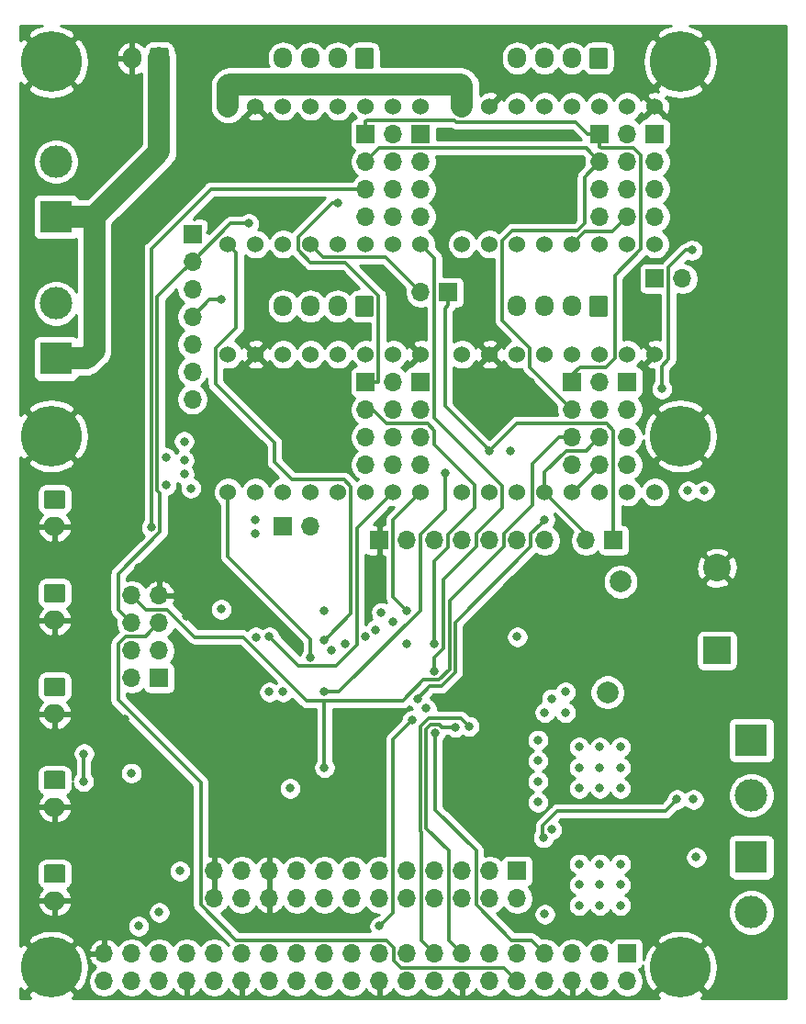
<source format=gbr>
G04 #@! TF.GenerationSoftware,KiCad,Pcbnew,5.1.5+dfsg1-2build2*
G04 #@! TF.CreationDate,2020-12-13T22:45:39+09:00*
G04 #@! TF.ProjectId,Klipper,4b6c6970-7065-4722-9e6b-696361645f70,rev?*
G04 #@! TF.SameCoordinates,Original*
G04 #@! TF.FileFunction,Copper,L2,Inr*
G04 #@! TF.FilePolarity,Positive*
%FSLAX46Y46*%
G04 Gerber Fmt 4.6, Leading zero omitted, Abs format (unit mm)*
G04 Created by KiCad (PCBNEW 5.1.5+dfsg1-2build2) date 2020-12-13 22:45:39*
%MOMM*%
%LPD*%
G04 APERTURE LIST*
%ADD10O,1.700000X1.700000*%
%ADD11R,1.700000X1.700000*%
%ADD12O,1.700000X2.000000*%
%ADD13C,0.100000*%
%ADD14C,2.010000*%
%ADD15C,2.540000*%
%ADD16R,2.540000X2.540000*%
%ADD17O,2.000000X1.700000*%
%ADD18O,1.700000X1.950000*%
%ADD19C,1.524000*%
%ADD20C,5.600000*%
%ADD21R,3.000000X3.000000*%
%ADD22C,3.000000*%
%ADD23C,0.800000*%
%ADD24C,0.304800*%
%ADD25C,2.032000*%
%ADD26C,0.254000*%
G04 APERTURE END LIST*
D10*
X-21590000Y-7460000D03*
X-19050000Y-7460000D03*
X-21590000Y-10000000D03*
X-19050000Y-10000000D03*
X-21590000Y-12540000D03*
X-19050000Y-12540000D03*
X-21590000Y-15080000D03*
D11*
X-19050000Y-15080000D03*
D12*
X-21550000Y42070000D03*
G04 #@! TA.AperFunction,ViaPad*
D13*
G36*
X-18425496Y43068796D02*
G01*
X-18401227Y43065196D01*
X-18377429Y43059235D01*
X-18354329Y43050970D01*
X-18332151Y43040480D01*
X-18311107Y43027867D01*
X-18291402Y43013253D01*
X-18273223Y42996777D01*
X-18256747Y42978598D01*
X-18242133Y42958893D01*
X-18229520Y42937849D01*
X-18219030Y42915671D01*
X-18210765Y42892571D01*
X-18204804Y42868773D01*
X-18201204Y42844504D01*
X-18200000Y42820000D01*
X-18200000Y41320000D01*
X-18201204Y41295496D01*
X-18204804Y41271227D01*
X-18210765Y41247429D01*
X-18219030Y41224329D01*
X-18229520Y41202151D01*
X-18242133Y41181107D01*
X-18256747Y41161402D01*
X-18273223Y41143223D01*
X-18291402Y41126747D01*
X-18311107Y41112133D01*
X-18332151Y41099520D01*
X-18354329Y41089030D01*
X-18377429Y41080765D01*
X-18401227Y41074804D01*
X-18425496Y41071204D01*
X-18450000Y41070000D01*
X-19650000Y41070000D01*
X-19674504Y41071204D01*
X-19698773Y41074804D01*
X-19722571Y41080765D01*
X-19745671Y41089030D01*
X-19767849Y41099520D01*
X-19788893Y41112133D01*
X-19808598Y41126747D01*
X-19826777Y41143223D01*
X-19843253Y41161402D01*
X-19857867Y41181107D01*
X-19870480Y41202151D01*
X-19880970Y41224329D01*
X-19889235Y41247429D01*
X-19895196Y41271227D01*
X-19898796Y41295496D01*
X-19900000Y41320000D01*
X-19900000Y42820000D01*
X-19898796Y42844504D01*
X-19895196Y42868773D01*
X-19889235Y42892571D01*
X-19880970Y42915671D01*
X-19870480Y42937849D01*
X-19857867Y42958893D01*
X-19843253Y42978598D01*
X-19826777Y42996777D01*
X-19808598Y43013253D01*
X-19788893Y43027867D01*
X-19767849Y43040480D01*
X-19745671Y43050970D01*
X-19722571Y43059235D01*
X-19698773Y43065196D01*
X-19674504Y43068796D01*
X-19650000Y43070000D01*
X-18450000Y43070000D01*
X-18425496Y43068796D01*
G37*
G04 #@! TD.AperFunction*
D14*
X22295000Y-16390000D03*
X23495000Y-6190000D03*
D15*
X32385000Y-4920000D03*
D16*
X32385000Y-12540000D03*
D17*
X-28702000Y-35614000D03*
G04 #@! TA.AperFunction,ViaPad*
D13*
G36*
X-27927496Y-32265204D02*
G01*
X-27903227Y-32268804D01*
X-27879429Y-32274765D01*
X-27856329Y-32283030D01*
X-27834151Y-32293520D01*
X-27813107Y-32306133D01*
X-27793402Y-32320747D01*
X-27775223Y-32337223D01*
X-27758747Y-32355402D01*
X-27744133Y-32375107D01*
X-27731520Y-32396151D01*
X-27721030Y-32418329D01*
X-27712765Y-32441429D01*
X-27706804Y-32465227D01*
X-27703204Y-32489496D01*
X-27702000Y-32514000D01*
X-27702000Y-33714000D01*
X-27703204Y-33738504D01*
X-27706804Y-33762773D01*
X-27712765Y-33786571D01*
X-27721030Y-33809671D01*
X-27731520Y-33831849D01*
X-27744133Y-33852893D01*
X-27758747Y-33872598D01*
X-27775223Y-33890777D01*
X-27793402Y-33907253D01*
X-27813107Y-33921867D01*
X-27834151Y-33934480D01*
X-27856329Y-33944970D01*
X-27879429Y-33953235D01*
X-27903227Y-33959196D01*
X-27927496Y-33962796D01*
X-27952000Y-33964000D01*
X-29452000Y-33964000D01*
X-29476504Y-33962796D01*
X-29500773Y-33959196D01*
X-29524571Y-33953235D01*
X-29547671Y-33944970D01*
X-29569849Y-33934480D01*
X-29590893Y-33921867D01*
X-29610598Y-33907253D01*
X-29628777Y-33890777D01*
X-29645253Y-33872598D01*
X-29659867Y-33852893D01*
X-29672480Y-33831849D01*
X-29682970Y-33809671D01*
X-29691235Y-33786571D01*
X-29697196Y-33762773D01*
X-29700796Y-33738504D01*
X-29702000Y-33714000D01*
X-29702000Y-32514000D01*
X-29700796Y-32489496D01*
X-29697196Y-32465227D01*
X-29691235Y-32441429D01*
X-29682970Y-32418329D01*
X-29672480Y-32396151D01*
X-29659867Y-32375107D01*
X-29645253Y-32355402D01*
X-29628777Y-32337223D01*
X-29610598Y-32320747D01*
X-29590893Y-32306133D01*
X-29569849Y-32293520D01*
X-29547671Y-32283030D01*
X-29524571Y-32274765D01*
X-29500773Y-32268804D01*
X-29476504Y-32265204D01*
X-29452000Y-32264000D01*
X-27952000Y-32264000D01*
X-27927496Y-32265204D01*
G37*
G04 #@! TD.AperFunction*
D17*
X-28702000Y-26978000D03*
G04 #@! TA.AperFunction,ViaPad*
D13*
G36*
X-27927496Y-23629204D02*
G01*
X-27903227Y-23632804D01*
X-27879429Y-23638765D01*
X-27856329Y-23647030D01*
X-27834151Y-23657520D01*
X-27813107Y-23670133D01*
X-27793402Y-23684747D01*
X-27775223Y-23701223D01*
X-27758747Y-23719402D01*
X-27744133Y-23739107D01*
X-27731520Y-23760151D01*
X-27721030Y-23782329D01*
X-27712765Y-23805429D01*
X-27706804Y-23829227D01*
X-27703204Y-23853496D01*
X-27702000Y-23878000D01*
X-27702000Y-25078000D01*
X-27703204Y-25102504D01*
X-27706804Y-25126773D01*
X-27712765Y-25150571D01*
X-27721030Y-25173671D01*
X-27731520Y-25195849D01*
X-27744133Y-25216893D01*
X-27758747Y-25236598D01*
X-27775223Y-25254777D01*
X-27793402Y-25271253D01*
X-27813107Y-25285867D01*
X-27834151Y-25298480D01*
X-27856329Y-25308970D01*
X-27879429Y-25317235D01*
X-27903227Y-25323196D01*
X-27927496Y-25326796D01*
X-27952000Y-25328000D01*
X-29452000Y-25328000D01*
X-29476504Y-25326796D01*
X-29500773Y-25323196D01*
X-29524571Y-25317235D01*
X-29547671Y-25308970D01*
X-29569849Y-25298480D01*
X-29590893Y-25285867D01*
X-29610598Y-25271253D01*
X-29628777Y-25254777D01*
X-29645253Y-25236598D01*
X-29659867Y-25216893D01*
X-29672480Y-25195849D01*
X-29682970Y-25173671D01*
X-29691235Y-25150571D01*
X-29697196Y-25126773D01*
X-29700796Y-25102504D01*
X-29702000Y-25078000D01*
X-29702000Y-23878000D01*
X-29700796Y-23853496D01*
X-29697196Y-23829227D01*
X-29691235Y-23805429D01*
X-29682970Y-23782329D01*
X-29672480Y-23760151D01*
X-29659867Y-23739107D01*
X-29645253Y-23719402D01*
X-29628777Y-23701223D01*
X-29610598Y-23684747D01*
X-29590893Y-23670133D01*
X-29569849Y-23657520D01*
X-29547671Y-23647030D01*
X-29524571Y-23638765D01*
X-29500773Y-23632804D01*
X-29476504Y-23629204D01*
X-29452000Y-23628000D01*
X-27952000Y-23628000D01*
X-27927496Y-23629204D01*
G37*
G04 #@! TD.AperFunction*
D17*
X-28702000Y-1110000D03*
G04 #@! TA.AperFunction,ViaPad*
D13*
G36*
X-27927496Y2238796D02*
G01*
X-27903227Y2235196D01*
X-27879429Y2229235D01*
X-27856329Y2220970D01*
X-27834151Y2210480D01*
X-27813107Y2197867D01*
X-27793402Y2183253D01*
X-27775223Y2166777D01*
X-27758747Y2148598D01*
X-27744133Y2128893D01*
X-27731520Y2107849D01*
X-27721030Y2085671D01*
X-27712765Y2062571D01*
X-27706804Y2038773D01*
X-27703204Y2014504D01*
X-27702000Y1990000D01*
X-27702000Y790000D01*
X-27703204Y765496D01*
X-27706804Y741227D01*
X-27712765Y717429D01*
X-27721030Y694329D01*
X-27731520Y672151D01*
X-27744133Y651107D01*
X-27758747Y631402D01*
X-27775223Y613223D01*
X-27793402Y596747D01*
X-27813107Y582133D01*
X-27834151Y569520D01*
X-27856329Y559030D01*
X-27879429Y550765D01*
X-27903227Y544804D01*
X-27927496Y541204D01*
X-27952000Y540000D01*
X-29452000Y540000D01*
X-29476504Y541204D01*
X-29500773Y544804D01*
X-29524571Y550765D01*
X-29547671Y559030D01*
X-29569849Y569520D01*
X-29590893Y582133D01*
X-29610598Y596747D01*
X-29628777Y613223D01*
X-29645253Y631402D01*
X-29659867Y651107D01*
X-29672480Y672151D01*
X-29682970Y694329D01*
X-29691235Y717429D01*
X-29697196Y741227D01*
X-29700796Y765496D01*
X-29702000Y790000D01*
X-29702000Y1990000D01*
X-29700796Y2014504D01*
X-29697196Y2038773D01*
X-29691235Y2062571D01*
X-29682970Y2085671D01*
X-29672480Y2107849D01*
X-29659867Y2128893D01*
X-29645253Y2148598D01*
X-29628777Y2166777D01*
X-29610598Y2183253D01*
X-29590893Y2197867D01*
X-29569849Y2210480D01*
X-29547671Y2220970D01*
X-29524571Y2229235D01*
X-29500773Y2235196D01*
X-29476504Y2238796D01*
X-29452000Y2240000D01*
X-27952000Y2240000D01*
X-27927496Y2238796D01*
G37*
G04 #@! TD.AperFunction*
D17*
X-28702000Y-9746000D03*
G04 #@! TA.AperFunction,ViaPad*
D13*
G36*
X-27927496Y-6397204D02*
G01*
X-27903227Y-6400804D01*
X-27879429Y-6406765D01*
X-27856329Y-6415030D01*
X-27834151Y-6425520D01*
X-27813107Y-6438133D01*
X-27793402Y-6452747D01*
X-27775223Y-6469223D01*
X-27758747Y-6487402D01*
X-27744133Y-6507107D01*
X-27731520Y-6528151D01*
X-27721030Y-6550329D01*
X-27712765Y-6573429D01*
X-27706804Y-6597227D01*
X-27703204Y-6621496D01*
X-27702000Y-6646000D01*
X-27702000Y-7846000D01*
X-27703204Y-7870504D01*
X-27706804Y-7894773D01*
X-27712765Y-7918571D01*
X-27721030Y-7941671D01*
X-27731520Y-7963849D01*
X-27744133Y-7984893D01*
X-27758747Y-8004598D01*
X-27775223Y-8022777D01*
X-27793402Y-8039253D01*
X-27813107Y-8053867D01*
X-27834151Y-8066480D01*
X-27856329Y-8076970D01*
X-27879429Y-8085235D01*
X-27903227Y-8091196D01*
X-27927496Y-8094796D01*
X-27952000Y-8096000D01*
X-29452000Y-8096000D01*
X-29476504Y-8094796D01*
X-29500773Y-8091196D01*
X-29524571Y-8085235D01*
X-29547671Y-8076970D01*
X-29569849Y-8066480D01*
X-29590893Y-8053867D01*
X-29610598Y-8039253D01*
X-29628777Y-8022777D01*
X-29645253Y-8004598D01*
X-29659867Y-7984893D01*
X-29672480Y-7963849D01*
X-29682970Y-7941671D01*
X-29691235Y-7918571D01*
X-29697196Y-7894773D01*
X-29700796Y-7870504D01*
X-29702000Y-7846000D01*
X-29702000Y-6646000D01*
X-29700796Y-6621496D01*
X-29697196Y-6597227D01*
X-29691235Y-6573429D01*
X-29682970Y-6550329D01*
X-29672480Y-6528151D01*
X-29659867Y-6507107D01*
X-29645253Y-6487402D01*
X-29628777Y-6469223D01*
X-29610598Y-6452747D01*
X-29590893Y-6438133D01*
X-29569849Y-6425520D01*
X-29547671Y-6415030D01*
X-29524571Y-6406765D01*
X-29500773Y-6400804D01*
X-29476504Y-6397204D01*
X-29452000Y-6396000D01*
X-27952000Y-6396000D01*
X-27927496Y-6397204D01*
G37*
G04 #@! TD.AperFunction*
D17*
X-28702000Y-18382000D03*
G04 #@! TA.AperFunction,ViaPad*
D13*
G36*
X-27927496Y-15033204D02*
G01*
X-27903227Y-15036804D01*
X-27879429Y-15042765D01*
X-27856329Y-15051030D01*
X-27834151Y-15061520D01*
X-27813107Y-15074133D01*
X-27793402Y-15088747D01*
X-27775223Y-15105223D01*
X-27758747Y-15123402D01*
X-27744133Y-15143107D01*
X-27731520Y-15164151D01*
X-27721030Y-15186329D01*
X-27712765Y-15209429D01*
X-27706804Y-15233227D01*
X-27703204Y-15257496D01*
X-27702000Y-15282000D01*
X-27702000Y-16482000D01*
X-27703204Y-16506504D01*
X-27706804Y-16530773D01*
X-27712765Y-16554571D01*
X-27721030Y-16577671D01*
X-27731520Y-16599849D01*
X-27744133Y-16620893D01*
X-27758747Y-16640598D01*
X-27775223Y-16658777D01*
X-27793402Y-16675253D01*
X-27813107Y-16689867D01*
X-27834151Y-16702480D01*
X-27856329Y-16712970D01*
X-27879429Y-16721235D01*
X-27903227Y-16727196D01*
X-27927496Y-16730796D01*
X-27952000Y-16732000D01*
X-29452000Y-16732000D01*
X-29476504Y-16730796D01*
X-29500773Y-16727196D01*
X-29524571Y-16721235D01*
X-29547671Y-16712970D01*
X-29569849Y-16702480D01*
X-29590893Y-16689867D01*
X-29610598Y-16675253D01*
X-29628777Y-16658777D01*
X-29645253Y-16640598D01*
X-29659867Y-16620893D01*
X-29672480Y-16599849D01*
X-29682970Y-16577671D01*
X-29691235Y-16554571D01*
X-29697196Y-16530773D01*
X-29700796Y-16506504D01*
X-29702000Y-16482000D01*
X-29702000Y-15282000D01*
X-29700796Y-15257496D01*
X-29697196Y-15233227D01*
X-29691235Y-15209429D01*
X-29682970Y-15186329D01*
X-29672480Y-15164151D01*
X-29659867Y-15143107D01*
X-29645253Y-15123402D01*
X-29628777Y-15105223D01*
X-29610598Y-15088747D01*
X-29590893Y-15074133D01*
X-29569849Y-15061520D01*
X-29547671Y-15051030D01*
X-29524571Y-15042765D01*
X-29500773Y-15036804D01*
X-29476504Y-15033204D01*
X-29452000Y-15032000D01*
X-27952000Y-15032000D01*
X-27927496Y-15033204D01*
G37*
G04 #@! TD.AperFunction*
D18*
X13970000Y42070000D03*
X16470000Y42070000D03*
X18970000Y42070000D03*
G04 #@! TA.AperFunction,ViaPad*
D13*
G36*
X22094504Y43043796D02*
G01*
X22118773Y43040196D01*
X22142571Y43034235D01*
X22165671Y43025970D01*
X22187849Y43015480D01*
X22208893Y43002867D01*
X22228598Y42988253D01*
X22246777Y42971777D01*
X22263253Y42953598D01*
X22277867Y42933893D01*
X22290480Y42912849D01*
X22300970Y42890671D01*
X22309235Y42867571D01*
X22315196Y42843773D01*
X22318796Y42819504D01*
X22320000Y42795000D01*
X22320000Y41345000D01*
X22318796Y41320496D01*
X22315196Y41296227D01*
X22309235Y41272429D01*
X22300970Y41249329D01*
X22290480Y41227151D01*
X22277867Y41206107D01*
X22263253Y41186402D01*
X22246777Y41168223D01*
X22228598Y41151747D01*
X22208893Y41137133D01*
X22187849Y41124520D01*
X22165671Y41114030D01*
X22142571Y41105765D01*
X22118773Y41099804D01*
X22094504Y41096204D01*
X22070000Y41095000D01*
X20870000Y41095000D01*
X20845496Y41096204D01*
X20821227Y41099804D01*
X20797429Y41105765D01*
X20774329Y41114030D01*
X20752151Y41124520D01*
X20731107Y41137133D01*
X20711402Y41151747D01*
X20693223Y41168223D01*
X20676747Y41186402D01*
X20662133Y41206107D01*
X20649520Y41227151D01*
X20639030Y41249329D01*
X20630765Y41272429D01*
X20624804Y41296227D01*
X20621204Y41320496D01*
X20620000Y41345000D01*
X20620000Y42795000D01*
X20621204Y42819504D01*
X20624804Y42843773D01*
X20630765Y42867571D01*
X20639030Y42890671D01*
X20649520Y42912849D01*
X20662133Y42933893D01*
X20676747Y42953598D01*
X20693223Y42971777D01*
X20711402Y42988253D01*
X20731107Y43002867D01*
X20752151Y43015480D01*
X20774329Y43025970D01*
X20797429Y43034235D01*
X20821227Y43040196D01*
X20845496Y43043796D01*
X20870000Y43045000D01*
X22070000Y43045000D01*
X22094504Y43043796D01*
G37*
G04 #@! TD.AperFunction*
D18*
X-7620000Y42070000D03*
X-5120000Y42070000D03*
X-2620000Y42070000D03*
G04 #@! TA.AperFunction,ViaPad*
D13*
G36*
X504504Y43043796D02*
G01*
X528773Y43040196D01*
X552571Y43034235D01*
X575671Y43025970D01*
X597849Y43015480D01*
X618893Y43002867D01*
X638598Y42988253D01*
X656777Y42971777D01*
X673253Y42953598D01*
X687867Y42933893D01*
X700480Y42912849D01*
X710970Y42890671D01*
X719235Y42867571D01*
X725196Y42843773D01*
X728796Y42819504D01*
X730000Y42795000D01*
X730000Y41345000D01*
X728796Y41320496D01*
X725196Y41296227D01*
X719235Y41272429D01*
X710970Y41249329D01*
X700480Y41227151D01*
X687867Y41206107D01*
X673253Y41186402D01*
X656777Y41168223D01*
X638598Y41151747D01*
X618893Y41137133D01*
X597849Y41124520D01*
X575671Y41114030D01*
X552571Y41105765D01*
X528773Y41099804D01*
X504504Y41096204D01*
X480000Y41095000D01*
X-720000Y41095000D01*
X-744504Y41096204D01*
X-768773Y41099804D01*
X-792571Y41105765D01*
X-815671Y41114030D01*
X-837849Y41124520D01*
X-858893Y41137133D01*
X-878598Y41151747D01*
X-896777Y41168223D01*
X-913253Y41186402D01*
X-927867Y41206107D01*
X-940480Y41227151D01*
X-950970Y41249329D01*
X-959235Y41272429D01*
X-965196Y41296227D01*
X-968796Y41320496D01*
X-970000Y41345000D01*
X-970000Y42795000D01*
X-968796Y42819504D01*
X-965196Y42843773D01*
X-959235Y42867571D01*
X-950970Y42890671D01*
X-940480Y42912849D01*
X-927867Y42933893D01*
X-913253Y42953598D01*
X-896777Y42971777D01*
X-878598Y42988253D01*
X-858893Y43002867D01*
X-837849Y43015480D01*
X-815671Y43025970D01*
X-792571Y43034235D01*
X-768773Y43040196D01*
X-744504Y43043796D01*
X-720000Y43045000D01*
X480000Y43045000D01*
X504504Y43043796D01*
G37*
G04 #@! TD.AperFunction*
D18*
X-7620000Y19210000D03*
X-5120000Y19210000D03*
X-2620000Y19210000D03*
G04 #@! TA.AperFunction,ViaPad*
D13*
G36*
X504504Y20183796D02*
G01*
X528773Y20180196D01*
X552571Y20174235D01*
X575671Y20165970D01*
X597849Y20155480D01*
X618893Y20142867D01*
X638598Y20128253D01*
X656777Y20111777D01*
X673253Y20093598D01*
X687867Y20073893D01*
X700480Y20052849D01*
X710970Y20030671D01*
X719235Y20007571D01*
X725196Y19983773D01*
X728796Y19959504D01*
X730000Y19935000D01*
X730000Y18485000D01*
X728796Y18460496D01*
X725196Y18436227D01*
X719235Y18412429D01*
X710970Y18389329D01*
X700480Y18367151D01*
X687867Y18346107D01*
X673253Y18326402D01*
X656777Y18308223D01*
X638598Y18291747D01*
X618893Y18277133D01*
X597849Y18264520D01*
X575671Y18254030D01*
X552571Y18245765D01*
X528773Y18239804D01*
X504504Y18236204D01*
X480000Y18235000D01*
X-720000Y18235000D01*
X-744504Y18236204D01*
X-768773Y18239804D01*
X-792571Y18245765D01*
X-815671Y18254030D01*
X-837849Y18264520D01*
X-858893Y18277133D01*
X-878598Y18291747D01*
X-896777Y18308223D01*
X-913253Y18326402D01*
X-927867Y18346107D01*
X-940480Y18367151D01*
X-950970Y18389329D01*
X-959235Y18412429D01*
X-965196Y18436227D01*
X-968796Y18460496D01*
X-970000Y18485000D01*
X-970000Y19935000D01*
X-968796Y19959504D01*
X-965196Y19983773D01*
X-959235Y20007571D01*
X-950970Y20030671D01*
X-940480Y20052849D01*
X-927867Y20073893D01*
X-913253Y20093598D01*
X-896777Y20111777D01*
X-878598Y20128253D01*
X-858893Y20142867D01*
X-837849Y20155480D01*
X-815671Y20165970D01*
X-792571Y20174235D01*
X-768773Y20180196D01*
X-744504Y20183796D01*
X-720000Y20185000D01*
X480000Y20185000D01*
X504504Y20183796D01*
G37*
G04 #@! TD.AperFunction*
D18*
X13970000Y19210000D03*
X16470000Y19210000D03*
X18970000Y19210000D03*
G04 #@! TA.AperFunction,ViaPad*
D13*
G36*
X22094504Y20183796D02*
G01*
X22118773Y20180196D01*
X22142571Y20174235D01*
X22165671Y20165970D01*
X22187849Y20155480D01*
X22208893Y20142867D01*
X22228598Y20128253D01*
X22246777Y20111777D01*
X22263253Y20093598D01*
X22277867Y20073893D01*
X22290480Y20052849D01*
X22300970Y20030671D01*
X22309235Y20007571D01*
X22315196Y19983773D01*
X22318796Y19959504D01*
X22320000Y19935000D01*
X22320000Y18485000D01*
X22318796Y18460496D01*
X22315196Y18436227D01*
X22309235Y18412429D01*
X22300970Y18389329D01*
X22290480Y18367151D01*
X22277867Y18346107D01*
X22263253Y18326402D01*
X22246777Y18308223D01*
X22228598Y18291747D01*
X22208893Y18277133D01*
X22187849Y18264520D01*
X22165671Y18254030D01*
X22142571Y18245765D01*
X22118773Y18239804D01*
X22094504Y18236204D01*
X22070000Y18235000D01*
X20870000Y18235000D01*
X20845496Y18236204D01*
X20821227Y18239804D01*
X20797429Y18245765D01*
X20774329Y18254030D01*
X20752151Y18264520D01*
X20731107Y18277133D01*
X20711402Y18291747D01*
X20693223Y18308223D01*
X20676747Y18326402D01*
X20662133Y18346107D01*
X20649520Y18367151D01*
X20639030Y18389329D01*
X20630765Y18412429D01*
X20624804Y18436227D01*
X20621204Y18460496D01*
X20620000Y18485000D01*
X20620000Y19935000D01*
X20621204Y19959504D01*
X20624804Y19983773D01*
X20630765Y20007571D01*
X20639030Y20030671D01*
X20649520Y20052849D01*
X20662133Y20073893D01*
X20676747Y20093598D01*
X20693223Y20111777D01*
X20711402Y20128253D01*
X20731107Y20142867D01*
X20752151Y20155480D01*
X20774329Y20165970D01*
X20797429Y20174235D01*
X20821227Y20180196D01*
X20845496Y20183796D01*
X20870000Y20185000D01*
X22070000Y20185000D01*
X22094504Y20183796D01*
G37*
G04 #@! TD.AperFunction*
D11*
X24130000Y-40480000D03*
D10*
X24130000Y-43020000D03*
X21590000Y-40480000D03*
X21590000Y-43020000D03*
X19050000Y-40480000D03*
X19050000Y-43020000D03*
X16510000Y-40480000D03*
X16510000Y-43020000D03*
X13970000Y-40480000D03*
X13970000Y-43020000D03*
X11430000Y-40480000D03*
X11430000Y-43020000D03*
X8890000Y-40480000D03*
X8890000Y-43020000D03*
X6350000Y-40480000D03*
X6350000Y-43020000D03*
X3810000Y-40480000D03*
X3810000Y-43020000D03*
X1270000Y-40480000D03*
X1270000Y-43020000D03*
X-1270000Y-40480000D03*
X-1270000Y-43020000D03*
X-3810000Y-40480000D03*
X-3810000Y-43020000D03*
X-6350000Y-40480000D03*
X-6350000Y-43020000D03*
X-8890000Y-40480000D03*
X-8890000Y-43020000D03*
X-11430000Y-40480000D03*
X-11430000Y-43020000D03*
X-13970000Y-40480000D03*
X-13970000Y-43020000D03*
X-16510000Y-40480000D03*
X-16510000Y-43020000D03*
X-19050000Y-40480000D03*
X-19050000Y-43020000D03*
X-21590000Y-40480000D03*
X-21590000Y-43020000D03*
X-24130000Y-40480000D03*
X-24130000Y-43020000D03*
X20320000Y-2380000D03*
D11*
X22860000Y-2380000D03*
X-7620000Y-1110000D03*
D10*
X-5080000Y-1110000D03*
X5080000Y20480000D03*
D11*
X7620000Y20480000D03*
X26670000Y21750000D03*
D10*
X29210000Y21750000D03*
D11*
X26670000Y35085000D03*
D10*
X26670000Y32545000D03*
X26670000Y30005000D03*
X26670000Y27465000D03*
D11*
X24130000Y12225000D03*
D10*
X24130000Y9685000D03*
X24130000Y7145000D03*
X24130000Y4605000D03*
X5080000Y4605000D03*
X5080000Y7145000D03*
X5080000Y9685000D03*
D11*
X5080000Y12225000D03*
X5080000Y35085000D03*
D10*
X5080000Y32545000D03*
X5080000Y30005000D03*
X5080000Y27465000D03*
D19*
X8890000Y2065000D03*
X11430000Y2065000D03*
X13970000Y2065000D03*
X16510000Y2065000D03*
X19050000Y2065000D03*
X21590000Y2065000D03*
X24130000Y2065000D03*
X26670000Y2065000D03*
X26670000Y14765000D03*
X24130000Y14765000D03*
X21590000Y14765000D03*
X19050000Y14765000D03*
X16510000Y14765000D03*
X13970000Y14765000D03*
X11430000Y14765000D03*
X8890000Y14765000D03*
X-12700000Y14765000D03*
X-10160000Y14765000D03*
X-7620000Y14765000D03*
X-5080000Y14765000D03*
X-2540000Y14765000D03*
X0Y14765000D03*
X2540000Y14765000D03*
X5080000Y14765000D03*
X5080000Y2065000D03*
X2540000Y2065000D03*
X0Y2065000D03*
X-2540000Y2065000D03*
X-5080000Y2065000D03*
X-7620000Y2065000D03*
X-10160000Y2065000D03*
X-12700000Y2065000D03*
X-12700000Y24925000D03*
X-10160000Y24925000D03*
X-7620000Y24925000D03*
X-5080000Y24925000D03*
X-2540000Y24925000D03*
X0Y24925000D03*
X2540000Y24925000D03*
X5080000Y24925000D03*
X5080000Y37625000D03*
X2540000Y37625000D03*
X0Y37625000D03*
X-2540000Y37625000D03*
X-5080000Y37625000D03*
X-7620000Y37625000D03*
X-10160000Y37625000D03*
X-12700000Y37625000D03*
X8890000Y37625000D03*
X11430000Y37625000D03*
X13970000Y37625000D03*
X16510000Y37625000D03*
X19050000Y37625000D03*
X21590000Y37625000D03*
X24130000Y37625000D03*
X26670000Y37625000D03*
X26670000Y24925000D03*
X24130000Y24925000D03*
X21590000Y24925000D03*
X19050000Y24925000D03*
X16510000Y24925000D03*
X13970000Y24925000D03*
X11430000Y24925000D03*
X8890000Y24925000D03*
D10*
X21590000Y4605000D03*
X19050000Y4605000D03*
X21590000Y7145000D03*
X19050000Y7145000D03*
X21590000Y9685000D03*
X19050000Y9685000D03*
X21590000Y12225000D03*
D11*
X19050000Y12225000D03*
X0Y12225000D03*
D10*
X2540000Y12225000D03*
X0Y9685000D03*
X2540000Y9685000D03*
X0Y7145000D03*
X2540000Y7145000D03*
X0Y4605000D03*
X2540000Y4605000D03*
X2540000Y27465000D03*
X0Y27465000D03*
X2540000Y30005000D03*
X0Y30005000D03*
X2540000Y32545000D03*
X0Y32545000D03*
X2540000Y35085000D03*
D11*
X0Y35085000D03*
X21590000Y35085000D03*
D10*
X24130000Y35085000D03*
X21590000Y32545000D03*
X24130000Y32545000D03*
X21590000Y30005000D03*
X24130000Y30005000D03*
X21590000Y27465000D03*
X24130000Y27465000D03*
D11*
X1270000Y-2380000D03*
D10*
X3810000Y-2380000D03*
X6350000Y-2380000D03*
X8890000Y-2380000D03*
X11430000Y-2380000D03*
X13970000Y-2380000D03*
X16510000Y-2380000D03*
D11*
X-16000000Y25870000D03*
D10*
X-16000000Y23330000D03*
X-16000000Y20790000D03*
X-16000000Y18250000D03*
X-16000000Y15710000D03*
X-16000000Y13170000D03*
X-16000000Y10630000D03*
D20*
X-29000000Y-41750000D03*
X29000000Y-41750000D03*
X-29000000Y41750000D03*
X29000000Y41750000D03*
X-29000000Y7250000D03*
X29000000Y7250000D03*
D21*
X35560000Y-20795000D03*
D22*
X35560000Y-25875000D03*
D21*
X-28575000Y14384000D03*
D22*
X-28575000Y19464000D03*
X35560000Y-36670000D03*
D21*
X35560000Y-31590000D03*
D22*
X-28575000Y32545000D03*
D21*
X-28575000Y27465000D03*
D11*
X13970000Y-32860000D03*
D10*
X13970000Y-35400000D03*
X11430000Y-32860000D03*
X11430000Y-35400000D03*
X8890000Y-32860000D03*
X8890000Y-35400000D03*
X6350000Y-32860000D03*
X6350000Y-35400000D03*
X3810000Y-32860000D03*
X3810000Y-35400000D03*
X1270000Y-32860000D03*
X1270000Y-35400000D03*
X-1270000Y-32860000D03*
X-1270000Y-35400000D03*
X-3810000Y-32860000D03*
X-3810000Y-35400000D03*
X-6350000Y-32860000D03*
X-6350000Y-35400000D03*
X-8890000Y-32860000D03*
X-8890000Y-35400000D03*
X-11430000Y-32860000D03*
X-11430000Y-35400000D03*
X-13970000Y-32860000D03*
X-13970000Y-35400000D03*
D23*
X-7620000Y28100000D03*
X-8890000Y28100000D03*
X28575000Y-31590000D03*
X27305000Y-32225000D03*
X26670000Y-31590000D03*
X12446000Y-23716000D03*
X12446000Y-20668000D03*
X12446000Y-22192000D03*
X-6985000Y35085000D03*
X-9525000Y35085000D03*
X-8255000Y35085000D03*
X-9525000Y33815000D03*
X-8255000Y33815000D03*
X-6985000Y33815000D03*
X-5715000Y35085000D03*
X-5715000Y33815000D03*
X-4445000Y35085000D03*
X11430000Y35085000D03*
X-8890000Y12225000D03*
X-10160000Y-22065000D03*
X-8890000Y-22065000D03*
X-7620000Y-22065000D03*
X-8890000Y-23335000D03*
X-7620000Y-23335000D03*
X-6350000Y-22065000D03*
X-6350000Y-23335000D03*
X-10160000Y-23335000D03*
X-10160000Y-24605000D03*
X-23495000Y-18255000D03*
X-22225000Y-18890000D03*
X-23495000Y-19525000D03*
X-13970000Y-23335000D03*
X-13970000Y-25240000D03*
X-22225000Y-30955000D03*
X26670000Y-20160000D03*
X28575000Y-20160000D03*
X29845000Y-18890000D03*
X30480000Y-20795000D03*
X-12700000Y5240000D03*
X-16510000Y-9365000D03*
X-14605000Y-9365000D03*
X-14605000Y7780000D03*
X-14605000Y6510000D03*
X1270000Y22385000D03*
X1905000Y21115000D03*
X11430000Y12225000D03*
X11430000Y10320000D03*
X13335000Y10320000D03*
X13335000Y12225000D03*
X15240000Y12225000D03*
X15240000Y10320000D03*
X-19050000Y-4285000D03*
X-17145000Y-4920000D03*
X-20955000Y-4920000D03*
X11430000Y28735000D03*
X13970000Y28735000D03*
X17145000Y31910000D03*
X17145000Y28735000D03*
X13970000Y35085000D03*
X17780000Y35085000D03*
X-2540000Y9050000D03*
X-6985000Y10955000D03*
X-5080000Y12225000D03*
X-3175000Y10955000D03*
X-17145000Y-32860000D03*
X-19050000Y-36670000D03*
X-8890000Y-16350000D03*
X-7620000Y-16350000D03*
X-6985000Y-25240000D03*
X-21627508Y-23829896D03*
X-10160000Y-475000D03*
X-10160000Y-1745000D03*
X-16142033Y2432967D03*
X-16748999Y6748999D03*
X-16748999Y5001001D03*
X-16748999Y3731001D03*
X30226000Y-26256000D03*
X23495000Y-25240000D03*
X23495000Y-23335000D03*
X23495000Y-21430000D03*
X19685000Y-21430000D03*
X19685000Y-23335000D03*
X19685000Y-25240000D03*
X21590000Y-25240000D03*
X21590000Y-21430000D03*
X21590000Y-23335000D03*
X19685000Y-36035000D03*
X19685000Y-34130000D03*
X19685000Y-32225000D03*
X23495000Y-32225000D03*
X23495000Y-34130000D03*
X23495000Y-36035000D03*
X21590000Y-36035000D03*
X21590000Y-32225000D03*
X21590000Y-34130000D03*
X30480000Y-31590000D03*
X16510000Y-36837401D03*
X6390400Y-20160000D03*
X11430000Y5875000D03*
X-13335000Y-8730000D03*
X5588000Y-17874000D03*
X3810000Y-11905000D03*
X0Y-11270000D03*
X-1905000Y-11905000D03*
X-3810000Y-23335000D03*
X-3175000Y-12540000D03*
X-19773279Y-1198279D03*
X892111Y-10625479D03*
X2498400Y-9916076D03*
X1425444Y-9020678D03*
X-10147117Y-11282883D03*
X-13335000Y19845000D03*
X-18415000Y2700000D03*
X-2540000Y28735000D03*
X6350000Y-11905000D03*
X13970000Y-11270000D03*
X-18415000Y5240000D03*
X-3810000Y-8891000D03*
X-5080000Y-13175000D03*
X-8890000Y-11270000D03*
X3810000Y-8891000D03*
X-3810000Y-11605421D03*
X16510000Y-475000D03*
X13335000Y5875000D03*
X4745199Y-16985000D03*
X6350000Y-14445000D03*
X-3810000Y-16350000D03*
X7321631Y3797481D03*
X4277600Y-18963097D03*
X1270000Y-37940000D03*
X31242000Y2192000D03*
X30084000Y24384028D03*
X27305000Y11590000D03*
X9525000Y-19525000D03*
X29718000Y2192000D03*
X8255000Y-19605189D03*
X-10795000Y26830000D03*
X28702000Y-26256000D03*
X16402537Y-29792463D03*
X-20955000Y-37940000D03*
X-26035000Y-24605000D03*
X-26003867Y-22033867D03*
X16510000Y-18255000D03*
X18415000Y-18255000D03*
X18415000Y-16350000D03*
X15875000Y-20795000D03*
X15875000Y-22700000D03*
X15875000Y-24605000D03*
X15875000Y-26510000D03*
X17145000Y-29050000D03*
X17145000Y-16985000D03*
D24*
X15660001Y-39630001D02*
X16510000Y-40480000D01*
X13404045Y-39227599D02*
X15257599Y-39227599D01*
X10177599Y-36001153D02*
X13404045Y-39227599D01*
X10177599Y-30988847D02*
X10177599Y-36001153D01*
X15257599Y-39227599D02*
X15660001Y-39630001D01*
X6390400Y-27201648D02*
X10177599Y-30988847D01*
X6390400Y-20160000D02*
X6390400Y-27201648D01*
X11030001Y6274999D02*
X11430000Y5875000D01*
X7620000Y20480000D02*
X7620000Y19325200D01*
X7620000Y19325200D02*
X7325599Y19030799D01*
X7325599Y19030799D02*
X7325599Y9979401D01*
X7325599Y9979401D02*
X11030001Y6274999D01*
X22860000Y-1225200D02*
X22860000Y-2380000D01*
X22860000Y7728554D02*
X22860000Y-1225200D01*
X22191153Y8397401D02*
X22860000Y7728554D01*
X13952401Y8397401D02*
X22191153Y8397401D01*
X11430000Y5875000D02*
X13952401Y8397401D01*
X-15222401Y-36001153D02*
X-15222401Y-24705045D01*
X-11995955Y-39227599D02*
X-15222401Y-36001153D01*
X1871153Y-39227599D02*
X-11995955Y-39227599D01*
X-15222401Y-24705045D02*
X-22842401Y-17085045D01*
X2557599Y-39914045D02*
X1871153Y-39227599D01*
X2557599Y-41132599D02*
X2557599Y-39914045D01*
X3175000Y-41750000D02*
X2557599Y-41132599D01*
X3244045Y-41767599D02*
X3175000Y-41750000D01*
X12717599Y-41767599D02*
X3244045Y-41767599D01*
X13970000Y-43020000D02*
X12717599Y-41767599D01*
X-19899999Y-10849999D02*
X-19050000Y-10000000D01*
X-20302401Y-11252401D02*
X-19899999Y-10849999D01*
X-22155955Y-11252401D02*
X-20302401Y-11252401D01*
X-22842401Y-11938847D02*
X-22155955Y-11252401D01*
X-22842401Y-17085045D02*
X-22842401Y-11938847D01*
X-3810000Y-23335000D02*
X-3810000Y-17152401D01*
X-4195153Y-17152401D02*
X3390244Y-17152401D01*
X-4195153Y-17152401D02*
X-3810000Y-17152401D01*
X12717599Y-1778847D02*
X15345599Y849153D01*
X15345599Y4642680D02*
X17847919Y7145000D01*
X12717599Y-2945955D02*
X12717599Y-1778847D01*
X7707211Y-7956343D02*
X12717599Y-2945955D01*
X15345599Y849153D02*
X15345599Y4642680D01*
X7707211Y-14275343D02*
X7707211Y-7956343D01*
X17847919Y7145000D02*
X19050000Y7145000D01*
X6735153Y-15247401D02*
X7707211Y-14275343D01*
X5295244Y-15247401D02*
X6735153Y-15247401D01*
X3390244Y-17152401D02*
X5295244Y-15247401D01*
X-5465153Y-17152401D02*
X3390244Y-17152401D01*
X-11329955Y-11287599D02*
X-5465153Y-17152401D01*
X-18314955Y-8747599D02*
X-15774955Y-11287599D01*
X-20302401Y-8747599D02*
X-18314955Y-8747599D01*
X-15774955Y-11287599D02*
X-11329955Y-11287599D01*
X-21590000Y-7460000D02*
X-20302401Y-8747599D01*
X0Y7116828D02*
X0Y7215000D01*
X-7620000Y30005000D02*
X-14289322Y30005000D01*
X-7620000Y30005000D02*
X0Y30005000D01*
X0Y30005000D02*
X-14289322Y30005000D01*
X-14289322Y30005000D02*
X-19772211Y24522111D01*
X-19772211Y-1197211D02*
X-19773279Y-1198279D01*
X-19772211Y24522111D02*
X-19772211Y-562211D01*
X-19772211Y-562211D02*
X-19772211Y-1197211D01*
X20740001Y6295001D02*
X21590000Y7145000D01*
X20337599Y5892599D02*
X20740001Y6295001D01*
X18484045Y5892599D02*
X20337599Y5892599D01*
X16510000Y3918554D02*
X18484045Y5892599D01*
X16510000Y2065000D02*
X16510000Y3918554D01*
X20320000Y-1745000D02*
X20320000Y-2380000D01*
X16510000Y2065000D02*
X20320000Y-1745000D01*
X4230001Y21329999D02*
X5080000Y20480000D01*
X1799401Y23760599D02*
X4230001Y21329999D01*
X-3915599Y23760599D02*
X1799401Y23760599D01*
X-5080000Y24925000D02*
X-3915599Y23760599D01*
X-14405000Y19845000D02*
X-13335000Y19845000D01*
X-16000000Y18250000D02*
X-14405000Y19845000D01*
X20435200Y35085000D02*
X21590000Y35085000D01*
X19313610Y36206590D02*
X20435200Y35085000D01*
X8302476Y36206590D02*
X19313610Y36206590D01*
X8154066Y36355000D02*
X8302476Y36206590D01*
X115200Y36355000D02*
X8154066Y36355000D01*
X0Y36239800D02*
X115200Y36355000D01*
X0Y35085000D02*
X0Y36239800D01*
X24695955Y33832599D02*
X21687601Y33832599D01*
X25382401Y33146153D02*
X24695955Y33832599D01*
X25382401Y24454087D02*
X25382401Y33146153D01*
X22965599Y22037285D02*
X25382401Y24454087D01*
X22965599Y14417285D02*
X22965599Y22037285D01*
X21687601Y33832599D02*
X21590000Y33930200D01*
X22148913Y13600599D02*
X22965599Y14417285D01*
X21590000Y33930200D02*
X21590000Y35085000D01*
X19790599Y13600599D02*
X22148913Y13600599D01*
X19050000Y12860000D02*
X19790599Y13600599D01*
X19050000Y12225000D02*
X19050000Y12860000D01*
X-3105685Y28735000D02*
X-2540000Y28735000D01*
X-6244401Y24366087D02*
X-6244401Y25596284D01*
X-5084103Y23205789D02*
X-6244401Y24366087D01*
X-1868139Y23205789D02*
X-5084103Y23205789D01*
X1164401Y20173249D02*
X-1868139Y23205789D01*
X1164401Y12234601D02*
X1164401Y20173249D01*
X-6244401Y25596284D02*
X-3105685Y28735000D01*
X1154800Y12225000D02*
X1164401Y12234601D01*
X0Y12225000D02*
X1154800Y12225000D01*
X21590000Y27331630D02*
X21590000Y27465000D01*
X6350000Y-4285000D02*
X7602401Y-3032599D01*
X7602401Y-1814045D02*
X10054401Y637955D01*
X10054401Y637955D02*
X10054401Y2718503D01*
X10054401Y2718503D02*
X6332401Y6440503D01*
X7602401Y-3032599D02*
X7602401Y-1814045D01*
X6332401Y6440503D02*
X6332401Y7746153D01*
X6332401Y7746153D02*
X5681153Y8397401D01*
X5681153Y8397401D02*
X1922599Y8397401D01*
X1922599Y8397401D02*
X635000Y9685000D01*
X635000Y9685000D02*
X0Y9685000D01*
X6350000Y-11905000D02*
X6350000Y-7460000D01*
X6350000Y-7460000D02*
X6350000Y-4285000D01*
X20740001Y33394999D02*
X21590000Y32545000D01*
X20337599Y33797401D02*
X20740001Y33394999D01*
X1252401Y33797401D02*
X20337599Y33797401D01*
X0Y32545000D02*
X1252401Y33797401D01*
X13516686Y26195000D02*
X19535382Y26195000D01*
X20170382Y26830000D02*
X20170382Y31125382D01*
X19535382Y26195000D02*
X20170382Y26830000D01*
X12594401Y25272715D02*
X13516686Y26195000D01*
X12594401Y17863913D02*
X12594401Y25272715D01*
X20170382Y31125382D02*
X21590000Y32545000D01*
X15134401Y15323913D02*
X12594401Y17863913D01*
X15134401Y13600599D02*
X15134401Y15323913D01*
X19050000Y9685000D02*
X15134401Y13600599D01*
X-5080000Y-12609315D02*
X-5080000Y-13175000D01*
X-5080000Y-11513446D02*
X-5080000Y-12609315D01*
X-12700000Y-3893446D02*
X-5080000Y-11513446D01*
X-12700000Y2065000D02*
X-12700000Y-3893446D01*
X1778001Y1303001D02*
X2540000Y2065000D01*
X-802401Y-1277401D02*
X1778001Y1303001D01*
X-802401Y-11989955D02*
X-802401Y-1277401D01*
X-2789847Y-13977401D02*
X-802401Y-11989955D01*
X-6182599Y-13977401D02*
X-2789847Y-13977401D01*
X-8890000Y-11270000D02*
X-6182599Y-13977401D01*
X4318001Y1303001D02*
X5080000Y2065000D01*
X2522401Y-492599D02*
X4318001Y1303001D01*
X2522401Y-7603401D02*
X2522401Y-492599D01*
X3810000Y-8891000D02*
X2522401Y-7603401D01*
X-1357211Y-9152632D02*
X-3410001Y-11205422D01*
X-1357211Y2605525D02*
X-1357211Y-9152632D01*
X-1981087Y3229401D02*
X-1357211Y2605525D01*
X-3410001Y-11205422D02*
X-3810000Y-11605421D01*
X-8422401Y4854847D02*
X-6796955Y3229401D01*
X-6796955Y3229401D02*
X-1981087Y3229401D01*
X-8422401Y6594955D02*
X-8422401Y4854847D01*
X-13864401Y12036955D02*
X-8422401Y6594955D01*
X-13864401Y15323913D02*
X-13864401Y12036955D01*
X-11938001Y17250313D02*
X-13864401Y15323913D01*
X-11938001Y24163001D02*
X-11938001Y17250313D01*
X-12700000Y24925000D02*
X-11938001Y24163001D01*
X16110001Y-874999D02*
X16510000Y-475000D01*
X15222401Y-1762599D02*
X16110001Y-874999D01*
X15222401Y-2981153D02*
X15222401Y-1762599D01*
X8262021Y-9941533D02*
X15222401Y-2981153D01*
X5927988Y-15802211D02*
X6964962Y-15802211D01*
X8262021Y-14505152D02*
X8262021Y-9941533D01*
X6964962Y-15802211D02*
X8262021Y-14505152D01*
X4745199Y-16985000D02*
X5927988Y-15802211D01*
X5841999Y24163001D02*
X5080000Y24925000D01*
X6332401Y23672599D02*
X5841999Y24163001D01*
X6332401Y8885913D02*
X6332401Y23672599D01*
X12594401Y2623913D02*
X6332401Y8885913D01*
X10177599Y-1778847D02*
X12594401Y637955D01*
X10177599Y-2945955D02*
X10177599Y-1778847D01*
X12594401Y637955D02*
X12594401Y2623913D01*
X7152401Y-5971153D02*
X10177599Y-2945955D01*
X7152401Y-12372599D02*
X7152401Y-5971153D01*
X6350000Y-13175000D02*
X7152401Y-12372599D01*
X6350000Y-14445000D02*
X6350000Y-13175000D01*
X-3244315Y-16350000D02*
X-3810000Y-16350000D01*
X-2461446Y-16350000D02*
X-3244315Y-16350000D01*
X5062401Y-8826153D02*
X-2461446Y-16350000D01*
X5062401Y-1814045D02*
X5062401Y-8826153D01*
X7321631Y445185D02*
X5062401Y-1814045D01*
X7321631Y3797481D02*
X7321631Y445185D01*
X1669999Y-37540001D02*
X1270000Y-37940000D01*
X2522401Y-36687599D02*
X1669999Y-37540001D01*
X2522401Y-20718297D02*
X2522401Y-36687599D01*
X3127849Y-20112849D02*
X2522401Y-20718297D01*
X3127849Y-20112849D02*
X4277600Y-18963097D01*
X30084000Y24384028D02*
X29518315Y24384028D01*
X29518315Y24384028D02*
X27922401Y22788114D01*
X27922401Y22788114D02*
X27922401Y14294087D01*
X27922401Y14294087D02*
X27305000Y13676686D01*
X27305000Y13676686D02*
X27305000Y11590000D01*
X5775438Y-18802789D02*
X7532789Y-18802789D01*
X5033189Y-19545038D02*
X5775438Y-18802789D01*
X5097599Y-29233466D02*
X5033189Y-29169056D01*
X5097599Y-39227599D02*
X5097599Y-29233466D01*
X5033189Y-29169056D02*
X5033189Y-19545038D01*
X6350000Y-40480000D02*
X5097599Y-39227599D01*
X8802789Y-18802789D02*
X9525000Y-19525000D01*
X7532789Y-18802789D02*
X8802789Y-18802789D01*
X7637599Y-39227599D02*
X8040001Y-39630001D01*
X8040001Y-39630001D02*
X8890000Y-40480000D01*
X5587999Y-28939247D02*
X7637599Y-30988847D01*
X5587999Y-19774847D02*
X5587999Y-28939247D01*
X6005247Y-19357599D02*
X5587999Y-19774847D01*
X6775553Y-19357599D02*
X6005247Y-19357599D01*
X7637599Y-30988847D02*
X7637599Y-39227599D01*
X7023143Y-19605189D02*
X8255000Y-19605189D01*
X6775553Y-19357599D02*
X7023143Y-19605189D01*
X21590000Y4471630D02*
X21590000Y4605000D01*
X19183370Y2065000D02*
X21590000Y4471630D01*
X19050000Y2065000D02*
X19183370Y2065000D01*
X-12500000Y26830000D02*
X-10795000Y26830000D01*
X-16000000Y23330000D02*
X-12500000Y26830000D01*
X-19217401Y20112599D02*
X-16849999Y22480001D01*
X-18970878Y1985878D02*
X-19217401Y2232401D01*
X-18970878Y-1583432D02*
X-18970878Y1985878D01*
X-22842401Y-5454955D02*
X-18970878Y-1583432D01*
X-16849999Y22480001D02*
X-16000000Y23330000D01*
X-22842401Y-8747599D02*
X-22842401Y-5454955D01*
X-19217401Y2232401D02*
X-19217401Y20112599D01*
X-21590000Y-10000000D02*
X-22842401Y-8747599D01*
X19050000Y24925000D02*
X19183370Y24925000D01*
X23280001Y26615001D02*
X24130000Y27465000D01*
X22754401Y26089401D02*
X23280001Y26615001D01*
X20214401Y26089401D02*
X22754401Y26089401D01*
X19050000Y24925000D02*
X20214401Y26089401D01*
X28302001Y-26655999D02*
X28702000Y-26256000D01*
X27645599Y-27312401D02*
X28302001Y-26655999D01*
X25867599Y-27312401D02*
X17695045Y-27312401D01*
X16342599Y-29732525D02*
X16402537Y-29792463D01*
X16342599Y-28664847D02*
X16342599Y-29732525D01*
X17695045Y-27312401D02*
X16342599Y-28664847D01*
X25867599Y-27312401D02*
X27645599Y-27312401D01*
X-26035000Y-22065000D02*
X-26003867Y-22033867D01*
X-26035000Y-24605000D02*
X-26035000Y-22065000D01*
D25*
X-12700000Y37625000D02*
X-12700000Y39530000D01*
X-12576999Y39653001D02*
X8766999Y39653001D01*
X-12700000Y39530000D02*
X-12576999Y39653001D01*
X8890000Y39530000D02*
X8890000Y37625000D01*
X8766999Y39653001D02*
X8890000Y39530000D01*
X-19050000Y41070000D02*
X-19050000Y42070000D01*
X-25043000Y27465000D02*
X-19050000Y33458000D01*
X-19050000Y33458000D02*
X-19050000Y41070000D01*
X-28575000Y27465000D02*
X-25043000Y27465000D01*
X-28575000Y14384000D02*
X-25781000Y14384000D01*
X-25043000Y15122000D02*
X-25043000Y27465000D01*
X-25781000Y14384000D02*
X-25043000Y15122000D01*
D26*
G36*
X-30313006Y44942130D02*
G01*
X-30910530Y44624639D01*
X-30924692Y44615177D01*
X-31236876Y44166481D01*
X-29000000Y41929605D01*
X-26763124Y44166481D01*
X-27075308Y44615177D01*
X-27671259Y44935612D01*
X-28175724Y45090000D01*
X28178821Y45090000D01*
X27686994Y44942130D01*
X27089470Y44624639D01*
X27075308Y44615177D01*
X26763124Y44166481D01*
X29000000Y41929605D01*
X31236876Y44166481D01*
X30924692Y44615177D01*
X30328741Y44935612D01*
X29824276Y45090000D01*
X38710001Y45090000D01*
X38710000Y-44590000D01*
X30942209Y-44590000D01*
X31236876Y-44166481D01*
X29000000Y-41929605D01*
X26763124Y-44166481D01*
X27057791Y-44590000D01*
X-27057791Y-44590000D01*
X-26763124Y-44166481D01*
X-29000000Y-41929605D01*
X-31236876Y-44166481D01*
X-30942209Y-44590000D01*
X-31840000Y-44590000D01*
X-31840000Y-43692209D01*
X-31416481Y-43986876D01*
X-29179605Y-41750000D01*
X-28820395Y-41750000D01*
X-26583519Y-43986876D01*
X-26134823Y-43674692D01*
X-25814388Y-43078741D01*
X-25751649Y-42873740D01*
X-25615000Y-42873740D01*
X-25615000Y-43166260D01*
X-25557932Y-43453158D01*
X-25445990Y-43723411D01*
X-25283475Y-43966632D01*
X-25076632Y-44173475D01*
X-24833411Y-44335990D01*
X-24563158Y-44447932D01*
X-24276260Y-44505000D01*
X-23983740Y-44505000D01*
X-23696842Y-44447932D01*
X-23426589Y-44335990D01*
X-23183368Y-44173475D01*
X-22976525Y-43966632D01*
X-22860000Y-43792240D01*
X-22743475Y-43966632D01*
X-22536632Y-44173475D01*
X-22293411Y-44335990D01*
X-22023158Y-44447932D01*
X-21736260Y-44505000D01*
X-21443740Y-44505000D01*
X-21156842Y-44447932D01*
X-20886589Y-44335990D01*
X-20643368Y-44173475D01*
X-20436525Y-43966632D01*
X-20320000Y-43792240D01*
X-20203475Y-43966632D01*
X-19996632Y-44173475D01*
X-19753411Y-44335990D01*
X-19483158Y-44447932D01*
X-19196260Y-44505000D01*
X-18903740Y-44505000D01*
X-18616842Y-44447932D01*
X-18346589Y-44335990D01*
X-18103368Y-44173475D01*
X-17896525Y-43966632D01*
X-17774805Y-43784466D01*
X-17705178Y-43901355D01*
X-17510269Y-44117588D01*
X-17276920Y-44291641D01*
X-17014099Y-44416825D01*
X-16866890Y-44461476D01*
X-16637000Y-44340155D01*
X-16637000Y-43147000D01*
X-16657000Y-43147000D01*
X-16657000Y-42893000D01*
X-16637000Y-42893000D01*
X-16637000Y-42873000D01*
X-16383000Y-42873000D01*
X-16383000Y-42893000D01*
X-16363000Y-42893000D01*
X-16363000Y-43147000D01*
X-16383000Y-43147000D01*
X-16383000Y-44340155D01*
X-16153110Y-44461476D01*
X-16005901Y-44416825D01*
X-15743080Y-44291641D01*
X-15509731Y-44117588D01*
X-15314822Y-43901355D01*
X-15245195Y-43784466D01*
X-15123475Y-43966632D01*
X-14916632Y-44173475D01*
X-14673411Y-44335990D01*
X-14403158Y-44447932D01*
X-14116260Y-44505000D01*
X-13823740Y-44505000D01*
X-13536842Y-44447932D01*
X-13266589Y-44335990D01*
X-13023368Y-44173475D01*
X-12816525Y-43966632D01*
X-12694805Y-43784466D01*
X-12625178Y-43901355D01*
X-12430269Y-44117588D01*
X-12196920Y-44291641D01*
X-11934099Y-44416825D01*
X-11786890Y-44461476D01*
X-11557000Y-44340155D01*
X-11557000Y-43147000D01*
X-11577000Y-43147000D01*
X-11577000Y-42893000D01*
X-11557000Y-42893000D01*
X-11557000Y-42873000D01*
X-11303000Y-42873000D01*
X-11303000Y-42893000D01*
X-11283000Y-42893000D01*
X-11283000Y-43147000D01*
X-11303000Y-43147000D01*
X-11303000Y-44340155D01*
X-11073110Y-44461476D01*
X-10925901Y-44416825D01*
X-10663080Y-44291641D01*
X-10429731Y-44117588D01*
X-10234822Y-43901355D01*
X-10165195Y-43784466D01*
X-10043475Y-43966632D01*
X-9836632Y-44173475D01*
X-9593411Y-44335990D01*
X-9323158Y-44447932D01*
X-9036260Y-44505000D01*
X-8743740Y-44505000D01*
X-8456842Y-44447932D01*
X-8186589Y-44335990D01*
X-7943368Y-44173475D01*
X-7736525Y-43966632D01*
X-7620000Y-43792240D01*
X-7503475Y-43966632D01*
X-7296632Y-44173475D01*
X-7053411Y-44335990D01*
X-6783158Y-44447932D01*
X-6496260Y-44505000D01*
X-6203740Y-44505000D01*
X-5916842Y-44447932D01*
X-5646589Y-44335990D01*
X-5403368Y-44173475D01*
X-5196525Y-43966632D01*
X-5080000Y-43792240D01*
X-4963475Y-43966632D01*
X-4756632Y-44173475D01*
X-4513411Y-44335990D01*
X-4243158Y-44447932D01*
X-3956260Y-44505000D01*
X-3663740Y-44505000D01*
X-3376842Y-44447932D01*
X-3106589Y-44335990D01*
X-2863368Y-44173475D01*
X-2656525Y-43966632D01*
X-2540000Y-43792240D01*
X-2423475Y-43966632D01*
X-2216632Y-44173475D01*
X-1973411Y-44335990D01*
X-1703158Y-44447932D01*
X-1416260Y-44505000D01*
X-1123740Y-44505000D01*
X-836842Y-44447932D01*
X-566589Y-44335990D01*
X-323368Y-44173475D01*
X-116525Y-43966632D01*
X5195Y-43784466D01*
X74822Y-43901355D01*
X269731Y-44117588D01*
X503080Y-44291641D01*
X765901Y-44416825D01*
X913110Y-44461476D01*
X1143000Y-44340155D01*
X1143000Y-43147000D01*
X1123000Y-43147000D01*
X1123000Y-42893000D01*
X1143000Y-42893000D01*
X1143000Y-42873000D01*
X1397000Y-42873000D01*
X1397000Y-42893000D01*
X1417000Y-42893000D01*
X1417000Y-43147000D01*
X1397000Y-43147000D01*
X1397000Y-44340155D01*
X1626890Y-44461476D01*
X1774099Y-44416825D01*
X2036920Y-44291641D01*
X2270269Y-44117588D01*
X2465178Y-43901355D01*
X2534805Y-43784466D01*
X2656525Y-43966632D01*
X2863368Y-44173475D01*
X3106589Y-44335990D01*
X3376842Y-44447932D01*
X3663740Y-44505000D01*
X3956260Y-44505000D01*
X4243158Y-44447932D01*
X4513411Y-44335990D01*
X4756632Y-44173475D01*
X4963475Y-43966632D01*
X5080000Y-43792240D01*
X5196525Y-43966632D01*
X5403368Y-44173475D01*
X5646589Y-44335990D01*
X5916842Y-44447932D01*
X6203740Y-44505000D01*
X6496260Y-44505000D01*
X6783158Y-44447932D01*
X7053411Y-44335990D01*
X7296632Y-44173475D01*
X7503475Y-43966632D01*
X7625195Y-43784466D01*
X7694822Y-43901355D01*
X7889731Y-44117588D01*
X8123080Y-44291641D01*
X8385901Y-44416825D01*
X8533110Y-44461476D01*
X8763000Y-44340155D01*
X8763000Y-43147000D01*
X8743000Y-43147000D01*
X8743000Y-42893000D01*
X8763000Y-42893000D01*
X8763000Y-42873000D01*
X9017000Y-42873000D01*
X9017000Y-42893000D01*
X9037000Y-42893000D01*
X9037000Y-43147000D01*
X9017000Y-43147000D01*
X9017000Y-44340155D01*
X9246890Y-44461476D01*
X9394099Y-44416825D01*
X9656920Y-44291641D01*
X9890269Y-44117588D01*
X10085178Y-43901355D01*
X10154805Y-43784466D01*
X10276525Y-43966632D01*
X10483368Y-44173475D01*
X10726589Y-44335990D01*
X10996842Y-44447932D01*
X11283740Y-44505000D01*
X11576260Y-44505000D01*
X11863158Y-44447932D01*
X12133411Y-44335990D01*
X12376632Y-44173475D01*
X12583475Y-43966632D01*
X12700000Y-43792240D01*
X12816525Y-43966632D01*
X13023368Y-44173475D01*
X13266589Y-44335990D01*
X13536842Y-44447932D01*
X13823740Y-44505000D01*
X14116260Y-44505000D01*
X14403158Y-44447932D01*
X14673411Y-44335990D01*
X14916632Y-44173475D01*
X15123475Y-43966632D01*
X15240000Y-43792240D01*
X15356525Y-43966632D01*
X15563368Y-44173475D01*
X15806589Y-44335990D01*
X16076842Y-44447932D01*
X16363740Y-44505000D01*
X16656260Y-44505000D01*
X16943158Y-44447932D01*
X17213411Y-44335990D01*
X17456632Y-44173475D01*
X17663475Y-43966632D01*
X17785195Y-43784466D01*
X17854822Y-43901355D01*
X18049731Y-44117588D01*
X18283080Y-44291641D01*
X18545901Y-44416825D01*
X18693110Y-44461476D01*
X18923000Y-44340155D01*
X18923000Y-43147000D01*
X18903000Y-43147000D01*
X18903000Y-42893000D01*
X18923000Y-42893000D01*
X18923000Y-42873000D01*
X19177000Y-42873000D01*
X19177000Y-42893000D01*
X19197000Y-42893000D01*
X19197000Y-43147000D01*
X19177000Y-43147000D01*
X19177000Y-44340155D01*
X19406890Y-44461476D01*
X19554099Y-44416825D01*
X19816920Y-44291641D01*
X20050269Y-44117588D01*
X20245178Y-43901355D01*
X20314805Y-43784466D01*
X20436525Y-43966632D01*
X20643368Y-44173475D01*
X20886589Y-44335990D01*
X21156842Y-44447932D01*
X21443740Y-44505000D01*
X21736260Y-44505000D01*
X22023158Y-44447932D01*
X22293411Y-44335990D01*
X22536632Y-44173475D01*
X22743475Y-43966632D01*
X22860000Y-43792240D01*
X22976525Y-43966632D01*
X23183368Y-44173475D01*
X23426589Y-44335990D01*
X23696842Y-44447932D01*
X23983740Y-44505000D01*
X24276260Y-44505000D01*
X24563158Y-44447932D01*
X24833411Y-44335990D01*
X25076632Y-44173475D01*
X25283475Y-43966632D01*
X25445990Y-43723411D01*
X25557932Y-43453158D01*
X25615000Y-43166260D01*
X25615000Y-42873740D01*
X25557932Y-42586842D01*
X25445990Y-42316589D01*
X25283475Y-42073368D01*
X25151620Y-41941513D01*
X25224180Y-41919502D01*
X25334494Y-41860537D01*
X25431185Y-41781185D01*
X25510537Y-41684494D01*
X25564303Y-41583907D01*
X25548390Y-41741484D01*
X25613051Y-42415023D01*
X25807870Y-43063006D01*
X26125361Y-43660530D01*
X26134823Y-43674692D01*
X26583519Y-43986876D01*
X28820395Y-41750000D01*
X29179605Y-41750000D01*
X31416481Y-43986876D01*
X31865177Y-43674692D01*
X32185612Y-43078741D01*
X32383626Y-42431727D01*
X32451610Y-41758516D01*
X32386949Y-41084977D01*
X32192130Y-40436994D01*
X31874639Y-39839470D01*
X31865177Y-39825308D01*
X31416481Y-39513124D01*
X29179605Y-41750000D01*
X28820395Y-41750000D01*
X26583519Y-39513124D01*
X26134823Y-39825308D01*
X25814388Y-40421259D01*
X25618072Y-41062725D01*
X25618072Y-39630000D01*
X25605812Y-39505518D01*
X25569502Y-39385820D01*
X25541547Y-39333519D01*
X26763124Y-39333519D01*
X29000000Y-41570395D01*
X31236876Y-39333519D01*
X30924692Y-38884823D01*
X30328741Y-38564388D01*
X29681727Y-38366374D01*
X29008516Y-38298390D01*
X28334977Y-38363051D01*
X27686994Y-38557870D01*
X27089470Y-38875361D01*
X27075308Y-38884823D01*
X26763124Y-39333519D01*
X25541547Y-39333519D01*
X25510537Y-39275506D01*
X25431185Y-39178815D01*
X25334494Y-39099463D01*
X25224180Y-39040498D01*
X25104482Y-39004188D01*
X24980000Y-38991928D01*
X23280000Y-38991928D01*
X23155518Y-39004188D01*
X23035820Y-39040498D01*
X22925506Y-39099463D01*
X22828815Y-39178815D01*
X22749463Y-39275506D01*
X22690498Y-39385820D01*
X22668487Y-39458380D01*
X22536632Y-39326525D01*
X22293411Y-39164010D01*
X22023158Y-39052068D01*
X21736260Y-38995000D01*
X21443740Y-38995000D01*
X21156842Y-39052068D01*
X20886589Y-39164010D01*
X20643368Y-39326525D01*
X20436525Y-39533368D01*
X20320000Y-39707760D01*
X20203475Y-39533368D01*
X19996632Y-39326525D01*
X19753411Y-39164010D01*
X19483158Y-39052068D01*
X19196260Y-38995000D01*
X18903740Y-38995000D01*
X18616842Y-39052068D01*
X18346589Y-39164010D01*
X18103368Y-39326525D01*
X17896525Y-39533368D01*
X17780000Y-39707760D01*
X17663475Y-39533368D01*
X17456632Y-39326525D01*
X17213411Y-39164010D01*
X16943158Y-39052068D01*
X16656260Y-38995000D01*
X16363740Y-38995000D01*
X16175912Y-39032362D01*
X15841726Y-38698176D01*
X15817068Y-38668130D01*
X15697171Y-38569733D01*
X15560382Y-38496617D01*
X15411956Y-38451593D01*
X15296272Y-38440199D01*
X15296262Y-38440199D01*
X15257599Y-38436391D01*
X15218936Y-38440199D01*
X13730197Y-38440199D01*
X12043308Y-36753312D01*
X12133411Y-36715990D01*
X12376632Y-36553475D01*
X12583475Y-36346632D01*
X12700000Y-36172240D01*
X12816525Y-36346632D01*
X13023368Y-36553475D01*
X13266589Y-36715990D01*
X13536842Y-36827932D01*
X13823740Y-36885000D01*
X14116260Y-36885000D01*
X14403158Y-36827932D01*
X14626401Y-36735462D01*
X15475000Y-36735462D01*
X15475000Y-36939340D01*
X15514774Y-37139299D01*
X15592795Y-37327657D01*
X15706063Y-37497175D01*
X15850226Y-37641338D01*
X16019744Y-37754606D01*
X16208102Y-37832627D01*
X16408061Y-37872401D01*
X16611939Y-37872401D01*
X16811898Y-37832627D01*
X17000256Y-37754606D01*
X17169774Y-37641338D01*
X17313937Y-37497175D01*
X17427205Y-37327657D01*
X17505226Y-37139299D01*
X17545000Y-36939340D01*
X17545000Y-36735462D01*
X17505226Y-36535503D01*
X17427205Y-36347145D01*
X17313937Y-36177627D01*
X17169774Y-36033464D01*
X17000256Y-35920196D01*
X16811898Y-35842175D01*
X16611939Y-35802401D01*
X16408061Y-35802401D01*
X16208102Y-35842175D01*
X16019744Y-35920196D01*
X15850226Y-36033464D01*
X15706063Y-36177627D01*
X15592795Y-36347145D01*
X15514774Y-36535503D01*
X15475000Y-36735462D01*
X14626401Y-36735462D01*
X14673411Y-36715990D01*
X14916632Y-36553475D01*
X15123475Y-36346632D01*
X15285990Y-36103411D01*
X15397932Y-35833158D01*
X15455000Y-35546260D01*
X15455000Y-35253740D01*
X15397932Y-34966842D01*
X15285990Y-34696589D01*
X15123475Y-34453368D01*
X14991620Y-34321513D01*
X15064180Y-34299502D01*
X15174494Y-34240537D01*
X15271185Y-34161185D01*
X15350537Y-34064494D01*
X15409502Y-33954180D01*
X15445812Y-33834482D01*
X15458072Y-33710000D01*
X15458072Y-32123061D01*
X18650000Y-32123061D01*
X18650000Y-32326939D01*
X18689774Y-32526898D01*
X18767795Y-32715256D01*
X18881063Y-32884774D01*
X19025226Y-33028937D01*
X19194744Y-33142205D01*
X19279953Y-33177500D01*
X19194744Y-33212795D01*
X19025226Y-33326063D01*
X18881063Y-33470226D01*
X18767795Y-33639744D01*
X18689774Y-33828102D01*
X18650000Y-34028061D01*
X18650000Y-34231939D01*
X18689774Y-34431898D01*
X18767795Y-34620256D01*
X18881063Y-34789774D01*
X19025226Y-34933937D01*
X19194744Y-35047205D01*
X19279953Y-35082500D01*
X19194744Y-35117795D01*
X19025226Y-35231063D01*
X18881063Y-35375226D01*
X18767795Y-35544744D01*
X18689774Y-35733102D01*
X18650000Y-35933061D01*
X18650000Y-36136939D01*
X18689774Y-36336898D01*
X18767795Y-36525256D01*
X18881063Y-36694774D01*
X19025226Y-36838937D01*
X19194744Y-36952205D01*
X19383102Y-37030226D01*
X19583061Y-37070000D01*
X19786939Y-37070000D01*
X19986898Y-37030226D01*
X20175256Y-36952205D01*
X20344774Y-36838937D01*
X20488937Y-36694774D01*
X20602205Y-36525256D01*
X20637500Y-36440047D01*
X20672795Y-36525256D01*
X20786063Y-36694774D01*
X20930226Y-36838937D01*
X21099744Y-36952205D01*
X21288102Y-37030226D01*
X21488061Y-37070000D01*
X21691939Y-37070000D01*
X21891898Y-37030226D01*
X22080256Y-36952205D01*
X22249774Y-36838937D01*
X22393937Y-36694774D01*
X22507205Y-36525256D01*
X22542500Y-36440047D01*
X22577795Y-36525256D01*
X22691063Y-36694774D01*
X22835226Y-36838937D01*
X23004744Y-36952205D01*
X23193102Y-37030226D01*
X23393061Y-37070000D01*
X23596939Y-37070000D01*
X23796898Y-37030226D01*
X23985256Y-36952205D01*
X24154774Y-36838937D01*
X24298937Y-36694774D01*
X24412205Y-36525256D01*
X24439350Y-36459721D01*
X33425000Y-36459721D01*
X33425000Y-36880279D01*
X33507047Y-37292756D01*
X33667988Y-37681302D01*
X33901637Y-38030983D01*
X34199017Y-38328363D01*
X34548698Y-38562012D01*
X34937244Y-38722953D01*
X35349721Y-38805000D01*
X35770279Y-38805000D01*
X36182756Y-38722953D01*
X36571302Y-38562012D01*
X36920983Y-38328363D01*
X37218363Y-38030983D01*
X37452012Y-37681302D01*
X37612953Y-37292756D01*
X37695000Y-36880279D01*
X37695000Y-36459721D01*
X37612953Y-36047244D01*
X37452012Y-35658698D01*
X37218363Y-35309017D01*
X36920983Y-35011637D01*
X36571302Y-34777988D01*
X36182756Y-34617047D01*
X35770279Y-34535000D01*
X35349721Y-34535000D01*
X34937244Y-34617047D01*
X34548698Y-34777988D01*
X34199017Y-35011637D01*
X33901637Y-35309017D01*
X33667988Y-35658698D01*
X33507047Y-36047244D01*
X33425000Y-36459721D01*
X24439350Y-36459721D01*
X24490226Y-36336898D01*
X24530000Y-36136939D01*
X24530000Y-35933061D01*
X24490226Y-35733102D01*
X24412205Y-35544744D01*
X24298937Y-35375226D01*
X24154774Y-35231063D01*
X23985256Y-35117795D01*
X23900047Y-35082500D01*
X23985256Y-35047205D01*
X24154774Y-34933937D01*
X24298937Y-34789774D01*
X24412205Y-34620256D01*
X24490226Y-34431898D01*
X24530000Y-34231939D01*
X24530000Y-34028061D01*
X24490226Y-33828102D01*
X24412205Y-33639744D01*
X24298937Y-33470226D01*
X24154774Y-33326063D01*
X23985256Y-33212795D01*
X23900047Y-33177500D01*
X23985256Y-33142205D01*
X24154774Y-33028937D01*
X24298937Y-32884774D01*
X24412205Y-32715256D01*
X24490226Y-32526898D01*
X24530000Y-32326939D01*
X24530000Y-32123061D01*
X24490226Y-31923102D01*
X24412205Y-31734744D01*
X24298937Y-31565226D01*
X24221772Y-31488061D01*
X29445000Y-31488061D01*
X29445000Y-31691939D01*
X29484774Y-31891898D01*
X29562795Y-32080256D01*
X29676063Y-32249774D01*
X29820226Y-32393937D01*
X29989744Y-32507205D01*
X30178102Y-32585226D01*
X30378061Y-32625000D01*
X30581939Y-32625000D01*
X30781898Y-32585226D01*
X30970256Y-32507205D01*
X31139774Y-32393937D01*
X31283937Y-32249774D01*
X31397205Y-32080256D01*
X31475226Y-31891898D01*
X31515000Y-31691939D01*
X31515000Y-31488061D01*
X31475226Y-31288102D01*
X31397205Y-31099744D01*
X31283937Y-30930226D01*
X31139774Y-30786063D01*
X30970256Y-30672795D01*
X30781898Y-30594774D01*
X30581939Y-30555000D01*
X30378061Y-30555000D01*
X30178102Y-30594774D01*
X29989744Y-30672795D01*
X29820226Y-30786063D01*
X29676063Y-30930226D01*
X29562795Y-31099744D01*
X29484774Y-31288102D01*
X29445000Y-31488061D01*
X24221772Y-31488061D01*
X24154774Y-31421063D01*
X23985256Y-31307795D01*
X23796898Y-31229774D01*
X23596939Y-31190000D01*
X23393061Y-31190000D01*
X23193102Y-31229774D01*
X23004744Y-31307795D01*
X22835226Y-31421063D01*
X22691063Y-31565226D01*
X22577795Y-31734744D01*
X22542500Y-31819953D01*
X22507205Y-31734744D01*
X22393937Y-31565226D01*
X22249774Y-31421063D01*
X22080256Y-31307795D01*
X21891898Y-31229774D01*
X21691939Y-31190000D01*
X21488061Y-31190000D01*
X21288102Y-31229774D01*
X21099744Y-31307795D01*
X20930226Y-31421063D01*
X20786063Y-31565226D01*
X20672795Y-31734744D01*
X20637500Y-31819953D01*
X20602205Y-31734744D01*
X20488937Y-31565226D01*
X20344774Y-31421063D01*
X20175256Y-31307795D01*
X19986898Y-31229774D01*
X19786939Y-31190000D01*
X19583061Y-31190000D01*
X19383102Y-31229774D01*
X19194744Y-31307795D01*
X19025226Y-31421063D01*
X18881063Y-31565226D01*
X18767795Y-31734744D01*
X18689774Y-31923102D01*
X18650000Y-32123061D01*
X15458072Y-32123061D01*
X15458072Y-32010000D01*
X15445812Y-31885518D01*
X15409502Y-31765820D01*
X15350537Y-31655506D01*
X15271185Y-31558815D01*
X15174494Y-31479463D01*
X15064180Y-31420498D01*
X14944482Y-31384188D01*
X14820000Y-31371928D01*
X13120000Y-31371928D01*
X12995518Y-31384188D01*
X12875820Y-31420498D01*
X12765506Y-31479463D01*
X12668815Y-31558815D01*
X12589463Y-31655506D01*
X12530498Y-31765820D01*
X12508487Y-31838380D01*
X12376632Y-31706525D01*
X12133411Y-31544010D01*
X11863158Y-31432068D01*
X11576260Y-31375000D01*
X11283740Y-31375000D01*
X10996842Y-31432068D01*
X10964999Y-31445258D01*
X10964999Y-31027509D01*
X10968807Y-30988846D01*
X10964999Y-30950183D01*
X10964999Y-30950174D01*
X10953605Y-30834490D01*
X10908581Y-30686064D01*
X10835465Y-30549275D01*
X10737068Y-30429378D01*
X10707033Y-30404729D01*
X9992828Y-29690524D01*
X15367537Y-29690524D01*
X15367537Y-29894402D01*
X15407311Y-30094361D01*
X15485332Y-30282719D01*
X15598600Y-30452237D01*
X15742763Y-30596400D01*
X15912281Y-30709668D01*
X16100639Y-30787689D01*
X16300598Y-30827463D01*
X16504476Y-30827463D01*
X16704435Y-30787689D01*
X16892793Y-30709668D01*
X17062311Y-30596400D01*
X17206474Y-30452237D01*
X17319742Y-30282719D01*
X17397763Y-30094361D01*
X17398630Y-30090000D01*
X33421928Y-30090000D01*
X33421928Y-33090000D01*
X33434188Y-33214482D01*
X33470498Y-33334180D01*
X33529463Y-33444494D01*
X33608815Y-33541185D01*
X33705506Y-33620537D01*
X33815820Y-33679502D01*
X33935518Y-33715812D01*
X34060000Y-33728072D01*
X37060000Y-33728072D01*
X37184482Y-33715812D01*
X37304180Y-33679502D01*
X37414494Y-33620537D01*
X37511185Y-33541185D01*
X37590537Y-33444494D01*
X37649502Y-33334180D01*
X37685812Y-33214482D01*
X37698072Y-33090000D01*
X37698072Y-30090000D01*
X37685812Y-29965518D01*
X37649502Y-29845820D01*
X37590537Y-29735506D01*
X37511185Y-29638815D01*
X37414494Y-29559463D01*
X37304180Y-29500498D01*
X37184482Y-29464188D01*
X37060000Y-29451928D01*
X34060000Y-29451928D01*
X33935518Y-29464188D01*
X33815820Y-29500498D01*
X33705506Y-29559463D01*
X33608815Y-29638815D01*
X33529463Y-29735506D01*
X33470498Y-29845820D01*
X33434188Y-29965518D01*
X33421928Y-30090000D01*
X17398630Y-30090000D01*
X17405915Y-30053378D01*
X17446898Y-30045226D01*
X17635256Y-29967205D01*
X17804774Y-29853937D01*
X17948937Y-29709774D01*
X18062205Y-29540256D01*
X18140226Y-29351898D01*
X18180000Y-29151939D01*
X18180000Y-28948061D01*
X18140226Y-28748102D01*
X18062205Y-28559744D01*
X17948937Y-28390226D01*
X17839854Y-28281143D01*
X18021197Y-28099801D01*
X27606936Y-28099801D01*
X27645599Y-28103609D01*
X27684262Y-28099801D01*
X27684272Y-28099801D01*
X27799956Y-28088407D01*
X27948382Y-28043383D01*
X28085171Y-27970267D01*
X28205068Y-27871870D01*
X28229726Y-27841824D01*
X28780552Y-27291000D01*
X28803939Y-27291000D01*
X29003898Y-27251226D01*
X29192256Y-27173205D01*
X29361774Y-27059937D01*
X29464000Y-26957711D01*
X29566226Y-27059937D01*
X29735744Y-27173205D01*
X29924102Y-27251226D01*
X30124061Y-27291000D01*
X30327939Y-27291000D01*
X30527898Y-27251226D01*
X30716256Y-27173205D01*
X30885774Y-27059937D01*
X31029937Y-26915774D01*
X31143205Y-26746256D01*
X31221226Y-26557898D01*
X31261000Y-26357939D01*
X31261000Y-26154061D01*
X31221226Y-25954102D01*
X31143205Y-25765744D01*
X31075704Y-25664721D01*
X33425000Y-25664721D01*
X33425000Y-26085279D01*
X33507047Y-26497756D01*
X33667988Y-26886302D01*
X33901637Y-27235983D01*
X34199017Y-27533363D01*
X34548698Y-27767012D01*
X34937244Y-27927953D01*
X35349721Y-28010000D01*
X35770279Y-28010000D01*
X36182756Y-27927953D01*
X36571302Y-27767012D01*
X36920983Y-27533363D01*
X37218363Y-27235983D01*
X37452012Y-26886302D01*
X37612953Y-26497756D01*
X37695000Y-26085279D01*
X37695000Y-25664721D01*
X37612953Y-25252244D01*
X37452012Y-24863698D01*
X37218363Y-24514017D01*
X36920983Y-24216637D01*
X36571302Y-23982988D01*
X36182756Y-23822047D01*
X35770279Y-23740000D01*
X35349721Y-23740000D01*
X34937244Y-23822047D01*
X34548698Y-23982988D01*
X34199017Y-24216637D01*
X33901637Y-24514017D01*
X33667988Y-24863698D01*
X33507047Y-25252244D01*
X33425000Y-25664721D01*
X31075704Y-25664721D01*
X31029937Y-25596226D01*
X30885774Y-25452063D01*
X30716256Y-25338795D01*
X30527898Y-25260774D01*
X30327939Y-25221000D01*
X30124061Y-25221000D01*
X29924102Y-25260774D01*
X29735744Y-25338795D01*
X29566226Y-25452063D01*
X29464000Y-25554289D01*
X29361774Y-25452063D01*
X29192256Y-25338795D01*
X29003898Y-25260774D01*
X28803939Y-25221000D01*
X28600061Y-25221000D01*
X28400102Y-25260774D01*
X28211744Y-25338795D01*
X28042226Y-25452063D01*
X27898063Y-25596226D01*
X27784795Y-25765744D01*
X27706774Y-25954102D01*
X27667000Y-26154061D01*
X27667000Y-26177448D01*
X27319448Y-26525001D01*
X17733707Y-26525001D01*
X17695044Y-26521193D01*
X17656381Y-26525001D01*
X17656372Y-26525001D01*
X17540688Y-26536395D01*
X17392262Y-26581419D01*
X17255473Y-26654535D01*
X17255471Y-26654536D01*
X17255472Y-26654536D01*
X17165614Y-26728280D01*
X17165612Y-26728282D01*
X17135576Y-26752932D01*
X17110926Y-26782968D01*
X15813176Y-28080720D01*
X15783130Y-28105378D01*
X15684733Y-28225276D01*
X15611617Y-28362065D01*
X15566593Y-28510491D01*
X15555199Y-28626175D01*
X15555199Y-28626184D01*
X15551391Y-28664847D01*
X15555199Y-28703511D01*
X15555199Y-29197643D01*
X15485332Y-29302207D01*
X15407311Y-29490565D01*
X15367537Y-29690524D01*
X9992828Y-29690524D01*
X7177800Y-26875498D01*
X7177800Y-20836311D01*
X7194337Y-20819774D01*
X7279003Y-20693061D01*
X14840000Y-20693061D01*
X14840000Y-20896939D01*
X14879774Y-21096898D01*
X14957795Y-21285256D01*
X15071063Y-21454774D01*
X15215226Y-21598937D01*
X15384744Y-21712205D01*
X15469953Y-21747500D01*
X15384744Y-21782795D01*
X15215226Y-21896063D01*
X15071063Y-22040226D01*
X14957795Y-22209744D01*
X14879774Y-22398102D01*
X14840000Y-22598061D01*
X14840000Y-22801939D01*
X14879774Y-23001898D01*
X14957795Y-23190256D01*
X15071063Y-23359774D01*
X15215226Y-23503937D01*
X15384744Y-23617205D01*
X15469953Y-23652500D01*
X15384744Y-23687795D01*
X15215226Y-23801063D01*
X15071063Y-23945226D01*
X14957795Y-24114744D01*
X14879774Y-24303102D01*
X14840000Y-24503061D01*
X14840000Y-24706939D01*
X14879774Y-24906898D01*
X14957795Y-25095256D01*
X15071063Y-25264774D01*
X15215226Y-25408937D01*
X15384744Y-25522205D01*
X15469953Y-25557500D01*
X15384744Y-25592795D01*
X15215226Y-25706063D01*
X15071063Y-25850226D01*
X14957795Y-26019744D01*
X14879774Y-26208102D01*
X14840000Y-26408061D01*
X14840000Y-26611939D01*
X14879774Y-26811898D01*
X14957795Y-27000256D01*
X15071063Y-27169774D01*
X15215226Y-27313937D01*
X15384744Y-27427205D01*
X15573102Y-27505226D01*
X15773061Y-27545000D01*
X15976939Y-27545000D01*
X16176898Y-27505226D01*
X16365256Y-27427205D01*
X16534774Y-27313937D01*
X16678937Y-27169774D01*
X16792205Y-27000256D01*
X16870226Y-26811898D01*
X16910000Y-26611939D01*
X16910000Y-26408061D01*
X16870226Y-26208102D01*
X16792205Y-26019744D01*
X16678937Y-25850226D01*
X16534774Y-25706063D01*
X16365256Y-25592795D01*
X16280047Y-25557500D01*
X16365256Y-25522205D01*
X16534774Y-25408937D01*
X16678937Y-25264774D01*
X16792205Y-25095256D01*
X16870226Y-24906898D01*
X16910000Y-24706939D01*
X16910000Y-24503061D01*
X16870226Y-24303102D01*
X16792205Y-24114744D01*
X16678937Y-23945226D01*
X16534774Y-23801063D01*
X16365256Y-23687795D01*
X16280047Y-23652500D01*
X16365256Y-23617205D01*
X16534774Y-23503937D01*
X16678937Y-23359774D01*
X16792205Y-23190256D01*
X16870226Y-23001898D01*
X16910000Y-22801939D01*
X16910000Y-22598061D01*
X16870226Y-22398102D01*
X16792205Y-22209744D01*
X16678937Y-22040226D01*
X16534774Y-21896063D01*
X16365256Y-21782795D01*
X16280047Y-21747500D01*
X16365256Y-21712205D01*
X16534774Y-21598937D01*
X16678937Y-21454774D01*
X16763603Y-21328061D01*
X18650000Y-21328061D01*
X18650000Y-21531939D01*
X18689774Y-21731898D01*
X18767795Y-21920256D01*
X18881063Y-22089774D01*
X19025226Y-22233937D01*
X19194744Y-22347205D01*
X19279953Y-22382500D01*
X19194744Y-22417795D01*
X19025226Y-22531063D01*
X18881063Y-22675226D01*
X18767795Y-22844744D01*
X18689774Y-23033102D01*
X18650000Y-23233061D01*
X18650000Y-23436939D01*
X18689774Y-23636898D01*
X18767795Y-23825256D01*
X18881063Y-23994774D01*
X19025226Y-24138937D01*
X19194744Y-24252205D01*
X19279953Y-24287500D01*
X19194744Y-24322795D01*
X19025226Y-24436063D01*
X18881063Y-24580226D01*
X18767795Y-24749744D01*
X18689774Y-24938102D01*
X18650000Y-25138061D01*
X18650000Y-25341939D01*
X18689774Y-25541898D01*
X18767795Y-25730256D01*
X18881063Y-25899774D01*
X19025226Y-26043937D01*
X19194744Y-26157205D01*
X19383102Y-26235226D01*
X19583061Y-26275000D01*
X19786939Y-26275000D01*
X19986898Y-26235226D01*
X20175256Y-26157205D01*
X20344774Y-26043937D01*
X20488937Y-25899774D01*
X20602205Y-25730256D01*
X20637500Y-25645047D01*
X20672795Y-25730256D01*
X20786063Y-25899774D01*
X20930226Y-26043937D01*
X21099744Y-26157205D01*
X21288102Y-26235226D01*
X21488061Y-26275000D01*
X21691939Y-26275000D01*
X21891898Y-26235226D01*
X22080256Y-26157205D01*
X22249774Y-26043937D01*
X22393937Y-25899774D01*
X22507205Y-25730256D01*
X22542500Y-25645047D01*
X22577795Y-25730256D01*
X22691063Y-25899774D01*
X22835226Y-26043937D01*
X23004744Y-26157205D01*
X23193102Y-26235226D01*
X23393061Y-26275000D01*
X23596939Y-26275000D01*
X23796898Y-26235226D01*
X23985256Y-26157205D01*
X24154774Y-26043937D01*
X24298937Y-25899774D01*
X24412205Y-25730256D01*
X24490226Y-25541898D01*
X24530000Y-25341939D01*
X24530000Y-25138061D01*
X24490226Y-24938102D01*
X24412205Y-24749744D01*
X24298937Y-24580226D01*
X24154774Y-24436063D01*
X23985256Y-24322795D01*
X23900047Y-24287500D01*
X23985256Y-24252205D01*
X24154774Y-24138937D01*
X24298937Y-23994774D01*
X24412205Y-23825256D01*
X24490226Y-23636898D01*
X24530000Y-23436939D01*
X24530000Y-23233061D01*
X24490226Y-23033102D01*
X24412205Y-22844744D01*
X24298937Y-22675226D01*
X24154774Y-22531063D01*
X23985256Y-22417795D01*
X23900047Y-22382500D01*
X23985256Y-22347205D01*
X24154774Y-22233937D01*
X24298937Y-22089774D01*
X24412205Y-21920256D01*
X24490226Y-21731898D01*
X24530000Y-21531939D01*
X24530000Y-21328061D01*
X24490226Y-21128102D01*
X24412205Y-20939744D01*
X24298937Y-20770226D01*
X24154774Y-20626063D01*
X23985256Y-20512795D01*
X23796898Y-20434774D01*
X23596939Y-20395000D01*
X23393061Y-20395000D01*
X23193102Y-20434774D01*
X23004744Y-20512795D01*
X22835226Y-20626063D01*
X22691063Y-20770226D01*
X22577795Y-20939744D01*
X22542500Y-21024953D01*
X22507205Y-20939744D01*
X22393937Y-20770226D01*
X22249774Y-20626063D01*
X22080256Y-20512795D01*
X21891898Y-20434774D01*
X21691939Y-20395000D01*
X21488061Y-20395000D01*
X21288102Y-20434774D01*
X21099744Y-20512795D01*
X20930226Y-20626063D01*
X20786063Y-20770226D01*
X20672795Y-20939744D01*
X20637500Y-21024953D01*
X20602205Y-20939744D01*
X20488937Y-20770226D01*
X20344774Y-20626063D01*
X20175256Y-20512795D01*
X19986898Y-20434774D01*
X19786939Y-20395000D01*
X19583061Y-20395000D01*
X19383102Y-20434774D01*
X19194744Y-20512795D01*
X19025226Y-20626063D01*
X18881063Y-20770226D01*
X18767795Y-20939744D01*
X18689774Y-21128102D01*
X18650000Y-21328061D01*
X16763603Y-21328061D01*
X16792205Y-21285256D01*
X16870226Y-21096898D01*
X16910000Y-20896939D01*
X16910000Y-20693061D01*
X16870226Y-20493102D01*
X16792205Y-20304744D01*
X16678937Y-20135226D01*
X16534774Y-19991063D01*
X16365256Y-19877795D01*
X16176898Y-19799774D01*
X15976939Y-19760000D01*
X15773061Y-19760000D01*
X15573102Y-19799774D01*
X15384744Y-19877795D01*
X15215226Y-19991063D01*
X15071063Y-20135226D01*
X14957795Y-20304744D01*
X14879774Y-20493102D01*
X14840000Y-20693061D01*
X7279003Y-20693061D01*
X7307605Y-20650256D01*
X7385626Y-20461898D01*
X7399412Y-20392589D01*
X7578689Y-20392589D01*
X7595226Y-20409126D01*
X7764744Y-20522394D01*
X7953102Y-20600415D01*
X8153061Y-20640189D01*
X8356939Y-20640189D01*
X8556898Y-20600415D01*
X8745256Y-20522394D01*
X8914774Y-20409126D01*
X8942998Y-20380902D01*
X9034744Y-20442205D01*
X9223102Y-20520226D01*
X9423061Y-20560000D01*
X9626939Y-20560000D01*
X9826898Y-20520226D01*
X10015256Y-20442205D01*
X10184774Y-20328937D01*
X10328937Y-20184774D01*
X10442205Y-20015256D01*
X10520226Y-19826898D01*
X10560000Y-19626939D01*
X10560000Y-19423061D01*
X10534528Y-19295000D01*
X33421928Y-19295000D01*
X33421928Y-22295000D01*
X33434188Y-22419482D01*
X33470498Y-22539180D01*
X33529463Y-22649494D01*
X33608815Y-22746185D01*
X33705506Y-22825537D01*
X33815820Y-22884502D01*
X33935518Y-22920812D01*
X34060000Y-22933072D01*
X37060000Y-22933072D01*
X37184482Y-22920812D01*
X37304180Y-22884502D01*
X37414494Y-22825537D01*
X37511185Y-22746185D01*
X37590537Y-22649494D01*
X37649502Y-22539180D01*
X37685812Y-22419482D01*
X37698072Y-22295000D01*
X37698072Y-19295000D01*
X37685812Y-19170518D01*
X37649502Y-19050820D01*
X37590537Y-18940506D01*
X37511185Y-18843815D01*
X37414494Y-18764463D01*
X37304180Y-18705498D01*
X37184482Y-18669188D01*
X37060000Y-18656928D01*
X34060000Y-18656928D01*
X33935518Y-18669188D01*
X33815820Y-18705498D01*
X33705506Y-18764463D01*
X33608815Y-18843815D01*
X33529463Y-18940506D01*
X33470498Y-19050820D01*
X33434188Y-19170518D01*
X33421928Y-19295000D01*
X10534528Y-19295000D01*
X10520226Y-19223102D01*
X10442205Y-19034744D01*
X10328937Y-18865226D01*
X10184774Y-18721063D01*
X10015256Y-18607795D01*
X9826898Y-18529774D01*
X9626939Y-18490000D01*
X9603551Y-18490000D01*
X9386916Y-18273366D01*
X9362258Y-18243320D01*
X9252278Y-18153061D01*
X15475000Y-18153061D01*
X15475000Y-18356939D01*
X15514774Y-18556898D01*
X15592795Y-18745256D01*
X15706063Y-18914774D01*
X15850226Y-19058937D01*
X16019744Y-19172205D01*
X16208102Y-19250226D01*
X16408061Y-19290000D01*
X16611939Y-19290000D01*
X16811898Y-19250226D01*
X17000256Y-19172205D01*
X17169774Y-19058937D01*
X17313937Y-18914774D01*
X17427205Y-18745256D01*
X17462500Y-18660047D01*
X17497795Y-18745256D01*
X17611063Y-18914774D01*
X17755226Y-19058937D01*
X17924744Y-19172205D01*
X18113102Y-19250226D01*
X18313061Y-19290000D01*
X18516939Y-19290000D01*
X18716898Y-19250226D01*
X18905256Y-19172205D01*
X19074774Y-19058937D01*
X19218937Y-18914774D01*
X19332205Y-18745256D01*
X19410226Y-18556898D01*
X19450000Y-18356939D01*
X19450000Y-18153061D01*
X19410226Y-17953102D01*
X19332205Y-17764744D01*
X19218937Y-17595226D01*
X19074774Y-17451063D01*
X18905256Y-17337795D01*
X18820047Y-17302500D01*
X18905256Y-17267205D01*
X19074774Y-17153937D01*
X19218937Y-17009774D01*
X19332205Y-16840256D01*
X19410226Y-16651898D01*
X19450000Y-16451939D01*
X19450000Y-16248061D01*
X19446104Y-16228474D01*
X20655000Y-16228474D01*
X20655000Y-16551526D01*
X20718025Y-16868370D01*
X20841651Y-17166831D01*
X21021129Y-17435439D01*
X21249561Y-17663871D01*
X21518169Y-17843349D01*
X21816630Y-17966975D01*
X22133474Y-18030000D01*
X22456526Y-18030000D01*
X22773370Y-17966975D01*
X23071831Y-17843349D01*
X23340439Y-17663871D01*
X23568871Y-17435439D01*
X23748349Y-17166831D01*
X23871975Y-16868370D01*
X23935000Y-16551526D01*
X23935000Y-16228474D01*
X23871975Y-15911630D01*
X23748349Y-15613169D01*
X23568871Y-15344561D01*
X23340439Y-15116129D01*
X23071831Y-14936651D01*
X22773370Y-14813025D01*
X22456526Y-14750000D01*
X22133474Y-14750000D01*
X21816630Y-14813025D01*
X21518169Y-14936651D01*
X21249561Y-15116129D01*
X21021129Y-15344561D01*
X20841651Y-15613169D01*
X20718025Y-15911630D01*
X20655000Y-16228474D01*
X19446104Y-16228474D01*
X19410226Y-16048102D01*
X19332205Y-15859744D01*
X19218937Y-15690226D01*
X19074774Y-15546063D01*
X18905256Y-15432795D01*
X18716898Y-15354774D01*
X18516939Y-15315000D01*
X18313061Y-15315000D01*
X18113102Y-15354774D01*
X17924744Y-15432795D01*
X17755226Y-15546063D01*
X17611063Y-15690226D01*
X17497795Y-15859744D01*
X17444160Y-15989229D01*
X17246939Y-15950000D01*
X17043061Y-15950000D01*
X16843102Y-15989774D01*
X16654744Y-16067795D01*
X16485226Y-16181063D01*
X16341063Y-16325226D01*
X16227795Y-16494744D01*
X16149774Y-16683102D01*
X16110000Y-16883061D01*
X16110000Y-17086939D01*
X16149229Y-17284160D01*
X16019744Y-17337795D01*
X15850226Y-17451063D01*
X15706063Y-17595226D01*
X15592795Y-17764744D01*
X15514774Y-17953102D01*
X15475000Y-18153061D01*
X9252278Y-18153061D01*
X9242361Y-18144923D01*
X9105572Y-18071807D01*
X8957146Y-18026783D01*
X8841462Y-18015389D01*
X8841452Y-18015389D01*
X8802789Y-18011581D01*
X8764126Y-18015389D01*
X6615153Y-18015389D01*
X6623000Y-17975939D01*
X6623000Y-17772061D01*
X6583226Y-17572102D01*
X6505205Y-17383744D01*
X6391937Y-17214226D01*
X6247774Y-17070063D01*
X6078256Y-16956795D01*
X5942986Y-16900764D01*
X6254140Y-16589611D01*
X6926299Y-16589611D01*
X6964962Y-16593419D01*
X7003625Y-16589611D01*
X7003635Y-16589611D01*
X7119319Y-16578217D01*
X7267745Y-16533193D01*
X7404534Y-16460077D01*
X7524431Y-16361680D01*
X7549089Y-16331634D01*
X8791455Y-15089270D01*
X8821490Y-15064621D01*
X8853017Y-15026206D01*
X8919886Y-14944725D01*
X8919887Y-14944724D01*
X8993003Y-14807935D01*
X9038027Y-14659509D01*
X9049421Y-14543825D01*
X9049421Y-14543816D01*
X9053229Y-14505153D01*
X9049421Y-14466490D01*
X9049421Y-11168061D01*
X12935000Y-11168061D01*
X12935000Y-11371939D01*
X12974774Y-11571898D01*
X13052795Y-11760256D01*
X13166063Y-11929774D01*
X13310226Y-12073937D01*
X13479744Y-12187205D01*
X13668102Y-12265226D01*
X13868061Y-12305000D01*
X14071939Y-12305000D01*
X14271898Y-12265226D01*
X14460256Y-12187205D01*
X14629774Y-12073937D01*
X14773937Y-11929774D01*
X14887205Y-11760256D01*
X14965226Y-11571898D01*
X15005000Y-11371939D01*
X15005000Y-11270000D01*
X30476928Y-11270000D01*
X30476928Y-13810000D01*
X30489188Y-13934482D01*
X30525498Y-14054180D01*
X30584463Y-14164494D01*
X30663815Y-14261185D01*
X30760506Y-14340537D01*
X30870820Y-14399502D01*
X30990518Y-14435812D01*
X31115000Y-14448072D01*
X33655000Y-14448072D01*
X33779482Y-14435812D01*
X33899180Y-14399502D01*
X34009494Y-14340537D01*
X34106185Y-14261185D01*
X34185537Y-14164494D01*
X34244502Y-14054180D01*
X34280812Y-13934482D01*
X34293072Y-13810000D01*
X34293072Y-11270000D01*
X34280812Y-11145518D01*
X34244502Y-11025820D01*
X34185537Y-10915506D01*
X34106185Y-10818815D01*
X34009494Y-10739463D01*
X33899180Y-10680498D01*
X33779482Y-10644188D01*
X33655000Y-10631928D01*
X31115000Y-10631928D01*
X30990518Y-10644188D01*
X30870820Y-10680498D01*
X30760506Y-10739463D01*
X30663815Y-10818815D01*
X30584463Y-10915506D01*
X30525498Y-11025820D01*
X30489188Y-11145518D01*
X30476928Y-11270000D01*
X15005000Y-11270000D01*
X15005000Y-11168061D01*
X14965226Y-10968102D01*
X14887205Y-10779744D01*
X14773937Y-10610226D01*
X14629774Y-10466063D01*
X14460256Y-10352795D01*
X14271898Y-10274774D01*
X14071939Y-10235000D01*
X13868061Y-10235000D01*
X13668102Y-10274774D01*
X13479744Y-10352795D01*
X13310226Y-10466063D01*
X13166063Y-10610226D01*
X13052795Y-10779744D01*
X12974774Y-10968102D01*
X12935000Y-11168061D01*
X9049421Y-11168061D01*
X9049421Y-10267683D01*
X13288630Y-6028474D01*
X21855000Y-6028474D01*
X21855000Y-6351526D01*
X21918025Y-6668370D01*
X22041651Y-6966831D01*
X22221129Y-7235439D01*
X22449561Y-7463871D01*
X22718169Y-7643349D01*
X23016630Y-7766975D01*
X23333474Y-7830000D01*
X23656526Y-7830000D01*
X23973370Y-7766975D01*
X24271831Y-7643349D01*
X24540439Y-7463871D01*
X24768871Y-7235439D01*
X24948349Y-6966831D01*
X25071975Y-6668370D01*
X25135000Y-6351526D01*
X25135000Y-6247852D01*
X31236753Y-6247852D01*
X31365076Y-6539871D01*
X31700695Y-6707723D01*
X32062611Y-6806874D01*
X32436916Y-6833514D01*
X32809227Y-6786618D01*
X33165235Y-6667988D01*
X33404924Y-6539871D01*
X33533247Y-6247852D01*
X32385000Y-5099605D01*
X31236753Y-6247852D01*
X25135000Y-6247852D01*
X25135000Y-6028474D01*
X25071975Y-5711630D01*
X24948349Y-5413169D01*
X24768871Y-5144561D01*
X24596226Y-4971916D01*
X30471486Y-4971916D01*
X30518382Y-5344227D01*
X30637012Y-5700235D01*
X30765129Y-5939924D01*
X31057148Y-6068247D01*
X32205395Y-4920000D01*
X32564605Y-4920000D01*
X33712852Y-6068247D01*
X34004871Y-5939924D01*
X34172723Y-5604305D01*
X34271874Y-5242389D01*
X34298514Y-4868084D01*
X34251618Y-4495773D01*
X34132988Y-4139765D01*
X34004871Y-3900076D01*
X33712852Y-3771753D01*
X32564605Y-4920000D01*
X32205395Y-4920000D01*
X31057148Y-3771753D01*
X30765129Y-3900076D01*
X30597277Y-4235695D01*
X30498126Y-4597611D01*
X30471486Y-4971916D01*
X24596226Y-4971916D01*
X24540439Y-4916129D01*
X24271831Y-4736651D01*
X23973370Y-4613025D01*
X23656526Y-4550000D01*
X23333474Y-4550000D01*
X23016630Y-4613025D01*
X22718169Y-4736651D01*
X22449561Y-4916129D01*
X22221129Y-5144561D01*
X22041651Y-5413169D01*
X21918025Y-5711630D01*
X21855000Y-6028474D01*
X13288630Y-6028474D01*
X15695405Y-3621700D01*
X15806589Y-3695990D01*
X16076842Y-3807932D01*
X16363740Y-3865000D01*
X16656260Y-3865000D01*
X16943158Y-3807932D01*
X17213411Y-3695990D01*
X17456632Y-3533475D01*
X17663475Y-3326632D01*
X17825990Y-3083411D01*
X17937932Y-2813158D01*
X17995000Y-2526260D01*
X17995000Y-2233740D01*
X17937932Y-1946842D01*
X17825990Y-1676589D01*
X17663475Y-1433368D01*
X17456632Y-1226525D01*
X17315598Y-1132289D01*
X17427205Y-965256D01*
X17505226Y-776898D01*
X17545000Y-576939D01*
X17545000Y-373061D01*
X17505226Y-173102D01*
X17427205Y15256D01*
X17388969Y72480D01*
X19057694Y-1596245D01*
X19004010Y-1676589D01*
X18892068Y-1946842D01*
X18835000Y-2233740D01*
X18835000Y-2526260D01*
X18892068Y-2813158D01*
X19004010Y-3083411D01*
X19166525Y-3326632D01*
X19373368Y-3533475D01*
X19616589Y-3695990D01*
X19886842Y-3807932D01*
X20173740Y-3865000D01*
X20466260Y-3865000D01*
X20753158Y-3807932D01*
X21023411Y-3695990D01*
X21266632Y-3533475D01*
X21398487Y-3401620D01*
X21420498Y-3474180D01*
X21479463Y-3584494D01*
X21558815Y-3681185D01*
X21655506Y-3760537D01*
X21765820Y-3819502D01*
X21885518Y-3855812D01*
X22010000Y-3868072D01*
X23710000Y-3868072D01*
X23834482Y-3855812D01*
X23954180Y-3819502D01*
X24064494Y-3760537D01*
X24161185Y-3681185D01*
X24234255Y-3592148D01*
X31236753Y-3592148D01*
X32385000Y-4740395D01*
X33533247Y-3592148D01*
X33404924Y-3300129D01*
X33069305Y-3132277D01*
X32707389Y-3033126D01*
X32333084Y-3006486D01*
X31960773Y-3053382D01*
X31604765Y-3172012D01*
X31365076Y-3300129D01*
X31236753Y-3592148D01*
X24234255Y-3592148D01*
X24240537Y-3584494D01*
X24299502Y-3474180D01*
X24335812Y-3354482D01*
X24348072Y-3230000D01*
X24348072Y-1530000D01*
X24335812Y-1405518D01*
X24299502Y-1285820D01*
X24240537Y-1175506D01*
X24161185Y-1078815D01*
X24064494Y-999463D01*
X23954180Y-940498D01*
X23834482Y-904188D01*
X23710000Y-891928D01*
X23647400Y-891928D01*
X23647400Y752798D01*
X23722510Y721686D01*
X23992408Y668000D01*
X24267592Y668000D01*
X24537490Y721686D01*
X24791727Y826995D01*
X25020535Y979880D01*
X25215120Y1174465D01*
X25368005Y1403273D01*
X25400000Y1480515D01*
X25431995Y1403273D01*
X25584880Y1174465D01*
X25779465Y979880D01*
X26008273Y826995D01*
X26262510Y721686D01*
X26532408Y668000D01*
X26807592Y668000D01*
X27077490Y721686D01*
X27331727Y826995D01*
X27560535Y979880D01*
X27755120Y1174465D01*
X27908005Y1403273D01*
X28013314Y1657510D01*
X28067000Y1927408D01*
X28067000Y2202592D01*
X28048830Y2293939D01*
X28683000Y2293939D01*
X28683000Y2090061D01*
X28722774Y1890102D01*
X28800795Y1701744D01*
X28914063Y1532226D01*
X29058226Y1388063D01*
X29227744Y1274795D01*
X29416102Y1196774D01*
X29616061Y1157000D01*
X29819939Y1157000D01*
X30019898Y1196774D01*
X30208256Y1274795D01*
X30377774Y1388063D01*
X30480000Y1490289D01*
X30582226Y1388063D01*
X30751744Y1274795D01*
X30940102Y1196774D01*
X31140061Y1157000D01*
X31343939Y1157000D01*
X31543898Y1196774D01*
X31732256Y1274795D01*
X31901774Y1388063D01*
X32045937Y1532226D01*
X32159205Y1701744D01*
X32237226Y1890102D01*
X32277000Y2090061D01*
X32277000Y2293939D01*
X32237226Y2493898D01*
X32159205Y2682256D01*
X32045937Y2851774D01*
X31901774Y2995937D01*
X31732256Y3109205D01*
X31543898Y3187226D01*
X31343939Y3227000D01*
X31140061Y3227000D01*
X30940102Y3187226D01*
X30751744Y3109205D01*
X30582226Y2995937D01*
X30480000Y2893711D01*
X30377774Y2995937D01*
X30208256Y3109205D01*
X30019898Y3187226D01*
X29819939Y3227000D01*
X29616061Y3227000D01*
X29416102Y3187226D01*
X29227744Y3109205D01*
X29058226Y2995937D01*
X28914063Y2851774D01*
X28800795Y2682256D01*
X28722774Y2493898D01*
X28683000Y2293939D01*
X28048830Y2293939D01*
X28013314Y2472490D01*
X27908005Y2726727D01*
X27755120Y2955535D01*
X27560535Y3150120D01*
X27331727Y3303005D01*
X27077490Y3408314D01*
X26807592Y3462000D01*
X26532408Y3462000D01*
X26262510Y3408314D01*
X26008273Y3303005D01*
X25779465Y3150120D01*
X25584880Y2955535D01*
X25431995Y2726727D01*
X25400000Y2649485D01*
X25368005Y2726727D01*
X25215120Y2955535D01*
X25020535Y3150120D01*
X24820608Y3283707D01*
X24833411Y3289010D01*
X25076632Y3451525D01*
X25283475Y3658368D01*
X25445990Y3901589D01*
X25557932Y4171842D01*
X25615000Y4458740D01*
X25615000Y4751260D01*
X25598638Y4833519D01*
X26763124Y4833519D01*
X27075308Y4384823D01*
X27671259Y4064388D01*
X28318273Y3866374D01*
X28991484Y3798390D01*
X29665023Y3863051D01*
X30313006Y4057870D01*
X30910530Y4375361D01*
X30924692Y4384823D01*
X31236876Y4833519D01*
X29000000Y7070395D01*
X26763124Y4833519D01*
X25598638Y4833519D01*
X25557932Y5038158D01*
X25445990Y5308411D01*
X25283475Y5551632D01*
X25076632Y5758475D01*
X24902240Y5875000D01*
X25076632Y5991525D01*
X25283475Y6198368D01*
X25445990Y6441589D01*
X25557932Y6711842D01*
X25586894Y6857442D01*
X25613051Y6584977D01*
X25807870Y5936994D01*
X26125361Y5339470D01*
X26134823Y5325308D01*
X26583519Y5013124D01*
X28820395Y7250000D01*
X29179605Y7250000D01*
X31416481Y5013124D01*
X31865177Y5325308D01*
X32185612Y5921259D01*
X32383626Y6568273D01*
X32451610Y7241484D01*
X32386949Y7915023D01*
X32192130Y8563006D01*
X31874639Y9160530D01*
X31865177Y9174692D01*
X31416481Y9486876D01*
X29179605Y7250000D01*
X28820395Y7250000D01*
X26583519Y9486876D01*
X26134823Y9174692D01*
X25814388Y8578741D01*
X25616374Y7931727D01*
X25573013Y7502343D01*
X25557932Y7578158D01*
X25445990Y7848411D01*
X25283475Y8091632D01*
X25076632Y8298475D01*
X24902240Y8415000D01*
X25076632Y8531525D01*
X25283475Y8738368D01*
X25445990Y8981589D01*
X25557932Y9251842D01*
X25615000Y9538740D01*
X25615000Y9666481D01*
X26763124Y9666481D01*
X29000000Y7429605D01*
X31236876Y9666481D01*
X30924692Y10115177D01*
X30328741Y10435612D01*
X29681727Y10633626D01*
X29008516Y10701610D01*
X28334977Y10636949D01*
X27686994Y10442130D01*
X27089470Y10124639D01*
X27075308Y10115177D01*
X26763124Y9666481D01*
X25615000Y9666481D01*
X25615000Y9831260D01*
X25557932Y10118158D01*
X25445990Y10388411D01*
X25283475Y10631632D01*
X25151620Y10763487D01*
X25224180Y10785498D01*
X25334494Y10844463D01*
X25431185Y10923815D01*
X25510537Y11020506D01*
X25569502Y11130820D01*
X25605812Y11250518D01*
X25618072Y11375000D01*
X25618072Y13075000D01*
X25605812Y13199482D01*
X25569502Y13319180D01*
X25510537Y13429494D01*
X25431185Y13526185D01*
X25334494Y13605537D01*
X25224180Y13664502D01*
X25104482Y13700812D01*
X25047117Y13706462D01*
X25215120Y13874465D01*
X25368005Y14103273D01*
X25397692Y14174943D01*
X25402364Y14161977D01*
X25464344Y14046020D01*
X25704435Y13979040D01*
X26490395Y14765000D01*
X25704435Y15550960D01*
X25464344Y15483980D01*
X25400515Y15348240D01*
X25368005Y15426727D01*
X25215120Y15655535D01*
X25020535Y15850120D01*
X24791727Y16003005D01*
X24537490Y16108314D01*
X24267592Y16162000D01*
X23992408Y16162000D01*
X23752999Y16114379D01*
X23752999Y21711135D01*
X24641864Y22600000D01*
X25181928Y22600000D01*
X25181928Y20900000D01*
X25194188Y20775518D01*
X25230498Y20655820D01*
X25289463Y20545506D01*
X25368815Y20448815D01*
X25465506Y20369463D01*
X25575820Y20310498D01*
X25695518Y20274188D01*
X25820000Y20261928D01*
X27135001Y20261928D01*
X27135002Y16088984D01*
X26872865Y16154023D01*
X26597983Y16166910D01*
X26325867Y16125922D01*
X26066977Y16032636D01*
X25951020Y15970656D01*
X25884040Y15730565D01*
X26670000Y14944605D01*
X26684143Y14958748D01*
X26863748Y14779143D01*
X26849605Y14765000D01*
X26863748Y14750858D01*
X26684143Y14571253D01*
X26670000Y14585395D01*
X25884040Y13799435D01*
X25951020Y13559344D01*
X26200048Y13442244D01*
X26467135Y13375977D01*
X26517600Y13373611D01*
X26517601Y12266312D01*
X26501063Y12249774D01*
X26387795Y12080256D01*
X26309774Y11891898D01*
X26270000Y11691939D01*
X26270000Y11488061D01*
X26309774Y11288102D01*
X26387795Y11099744D01*
X26501063Y10930226D01*
X26645226Y10786063D01*
X26814744Y10672795D01*
X27003102Y10594774D01*
X27203061Y10555000D01*
X27406939Y10555000D01*
X27606898Y10594774D01*
X27795256Y10672795D01*
X27964774Y10786063D01*
X28108937Y10930226D01*
X28222205Y11099744D01*
X28300226Y11288102D01*
X28340000Y11488061D01*
X28340000Y11691939D01*
X28300226Y11891898D01*
X28222205Y12080256D01*
X28108937Y12249774D01*
X28092400Y12266311D01*
X28092400Y13350536D01*
X28451828Y13709963D01*
X28481870Y13734618D01*
X28535064Y13799435D01*
X28580267Y13854514D01*
X28653383Y13991304D01*
X28668206Y14040171D01*
X28698407Y14139730D01*
X28709801Y14255414D01*
X28709801Y14255424D01*
X28713609Y14294087D01*
X28709801Y14332750D01*
X28709801Y20349837D01*
X28776842Y20322068D01*
X29063740Y20265000D01*
X29356260Y20265000D01*
X29643158Y20322068D01*
X29913411Y20434010D01*
X30156632Y20596525D01*
X30363475Y20803368D01*
X30525990Y21046589D01*
X30637932Y21316842D01*
X30695000Y21603740D01*
X30695000Y21896260D01*
X30637932Y22183158D01*
X30525990Y22453411D01*
X30363475Y22696632D01*
X30156632Y22903475D01*
X29913411Y23065990D01*
X29643158Y23177932D01*
X29461837Y23213999D01*
X29679245Y23431407D01*
X29782102Y23388802D01*
X29982061Y23349028D01*
X30185939Y23349028D01*
X30385898Y23388802D01*
X30574256Y23466823D01*
X30743774Y23580091D01*
X30887937Y23724254D01*
X31001205Y23893772D01*
X31079226Y24082130D01*
X31119000Y24282089D01*
X31119000Y24485967D01*
X31079226Y24685926D01*
X31001205Y24874284D01*
X30887937Y25043802D01*
X30743774Y25187965D01*
X30574256Y25301233D01*
X30385898Y25379254D01*
X30185939Y25419028D01*
X29982061Y25419028D01*
X29782102Y25379254D01*
X29593744Y25301233D01*
X29424226Y25187965D01*
X29399828Y25163567D01*
X29363958Y25160034D01*
X29215532Y25115010D01*
X29078743Y25041894D01*
X29078741Y25041893D01*
X29078742Y25041893D01*
X28988884Y24968149D01*
X28988882Y24968147D01*
X28958846Y24943497D01*
X28934196Y24913461D01*
X27392978Y23372241D01*
X27362932Y23347583D01*
X27273059Y23238072D01*
X25820000Y23238072D01*
X25695518Y23225812D01*
X25575820Y23189502D01*
X25465506Y23130537D01*
X25368815Y23051185D01*
X25289463Y22954494D01*
X25230498Y22844180D01*
X25194188Y22724482D01*
X25181928Y22600000D01*
X24641864Y22600000D01*
X25840778Y23798912D01*
X26008273Y23686995D01*
X26262510Y23581686D01*
X26532408Y23528000D01*
X26807592Y23528000D01*
X27077490Y23581686D01*
X27331727Y23686995D01*
X27560535Y23839880D01*
X27755120Y24034465D01*
X27908005Y24263273D01*
X28013314Y24517510D01*
X28067000Y24787408D01*
X28067000Y25062592D01*
X28013314Y25332490D01*
X27908005Y25586727D01*
X27755120Y25815535D01*
X27560535Y26010120D01*
X27360608Y26143707D01*
X27373411Y26149010D01*
X27616632Y26311525D01*
X27823475Y26518368D01*
X27985990Y26761589D01*
X28097932Y27031842D01*
X28155000Y27318740D01*
X28155000Y27611260D01*
X28097932Y27898158D01*
X27985990Y28168411D01*
X27823475Y28411632D01*
X27616632Y28618475D01*
X27442240Y28735000D01*
X27616632Y28851525D01*
X27823475Y29058368D01*
X27985990Y29301589D01*
X28097932Y29571842D01*
X28155000Y29858740D01*
X28155000Y30151260D01*
X28097932Y30438158D01*
X27985990Y30708411D01*
X27823475Y30951632D01*
X27616632Y31158475D01*
X27442240Y31275000D01*
X27616632Y31391525D01*
X27823475Y31598368D01*
X27985990Y31841589D01*
X28097932Y32111842D01*
X28155000Y32398740D01*
X28155000Y32691260D01*
X28097932Y32978158D01*
X27985990Y33248411D01*
X27823475Y33491632D01*
X27691620Y33623487D01*
X27764180Y33645498D01*
X27874494Y33704463D01*
X27971185Y33783815D01*
X28050537Y33880506D01*
X28109502Y33990820D01*
X28145812Y34110518D01*
X28158072Y34235000D01*
X28158072Y35935000D01*
X28145812Y36059482D01*
X28109502Y36179180D01*
X28050537Y36289494D01*
X27971185Y36386185D01*
X27874494Y36465537D01*
X27764180Y36524502D01*
X27644482Y36560812D01*
X27520000Y36573072D01*
X27431867Y36573072D01*
X27455960Y36659435D01*
X26670000Y37445395D01*
X25884040Y36659435D01*
X25908133Y36573072D01*
X25820000Y36573072D01*
X25695518Y36560812D01*
X25575820Y36524502D01*
X25465506Y36465537D01*
X25368815Y36386185D01*
X25289463Y36289494D01*
X25230498Y36179180D01*
X25208487Y36106620D01*
X25076632Y36238475D01*
X24833411Y36400990D01*
X24820608Y36406293D01*
X25020535Y36539880D01*
X25215120Y36734465D01*
X25368005Y36963273D01*
X25397692Y37034943D01*
X25402364Y37021977D01*
X25464344Y36906020D01*
X25704435Y36839040D01*
X26490395Y37625000D01*
X25704435Y38410960D01*
X25464344Y38343980D01*
X25400515Y38208240D01*
X25368005Y38286727D01*
X25215120Y38515535D01*
X25140090Y38590565D01*
X25884040Y38590565D01*
X26670000Y37804605D01*
X26684143Y37818748D01*
X26863748Y37639143D01*
X26849605Y37625000D01*
X27635565Y36839040D01*
X27875656Y36906020D01*
X27992756Y37155048D01*
X28059023Y37422135D01*
X28071910Y37697017D01*
X28030922Y37969133D01*
X27937636Y38228023D01*
X27875656Y38343980D01*
X27635567Y38410959D01*
X27751977Y38527369D01*
X27734230Y38545116D01*
X28318273Y38366374D01*
X28991484Y38298390D01*
X29665023Y38363051D01*
X30313006Y38557870D01*
X30910530Y38875361D01*
X30924692Y38884823D01*
X31236876Y39333519D01*
X29000000Y41570395D01*
X26763124Y39333519D01*
X27008899Y38980272D01*
X26872865Y39014023D01*
X26597983Y39026910D01*
X26325867Y38985922D01*
X26066977Y38892636D01*
X25951020Y38830656D01*
X25884040Y38590565D01*
X25140090Y38590565D01*
X25020535Y38710120D01*
X24791727Y38863005D01*
X24537490Y38968314D01*
X24267592Y39022000D01*
X23992408Y39022000D01*
X23722510Y38968314D01*
X23468273Y38863005D01*
X23239465Y38710120D01*
X23044880Y38515535D01*
X22891995Y38286727D01*
X22860000Y38209485D01*
X22828005Y38286727D01*
X22675120Y38515535D01*
X22480535Y38710120D01*
X22251727Y38863005D01*
X21997490Y38968314D01*
X21727592Y39022000D01*
X21452408Y39022000D01*
X21182510Y38968314D01*
X20928273Y38863005D01*
X20699465Y38710120D01*
X20504880Y38515535D01*
X20351995Y38286727D01*
X20320000Y38209485D01*
X20288005Y38286727D01*
X20135120Y38515535D01*
X19940535Y38710120D01*
X19711727Y38863005D01*
X19457490Y38968314D01*
X19187592Y39022000D01*
X18912408Y39022000D01*
X18642510Y38968314D01*
X18388273Y38863005D01*
X18159465Y38710120D01*
X17964880Y38515535D01*
X17811995Y38286727D01*
X17780000Y38209485D01*
X17748005Y38286727D01*
X17595120Y38515535D01*
X17400535Y38710120D01*
X17171727Y38863005D01*
X16917490Y38968314D01*
X16647592Y39022000D01*
X16372408Y39022000D01*
X16102510Y38968314D01*
X15848273Y38863005D01*
X15619465Y38710120D01*
X15424880Y38515535D01*
X15271995Y38286727D01*
X15240000Y38209485D01*
X15208005Y38286727D01*
X15055120Y38515535D01*
X14860535Y38710120D01*
X14631727Y38863005D01*
X14377490Y38968314D01*
X14107592Y39022000D01*
X13832408Y39022000D01*
X13562510Y38968314D01*
X13308273Y38863005D01*
X13079465Y38710120D01*
X12884880Y38515535D01*
X12731995Y38286727D01*
X12702308Y38215057D01*
X12697636Y38228023D01*
X12635656Y38343980D01*
X12395565Y38410960D01*
X11609605Y37625000D01*
X11623748Y37610858D01*
X11444143Y37431253D01*
X11430000Y37445395D01*
X11415858Y37431253D01*
X11236253Y37610858D01*
X11250395Y37625000D01*
X11236253Y37639143D01*
X11415858Y37818748D01*
X11430000Y37804605D01*
X12215960Y38590565D01*
X12148980Y38830656D01*
X11899952Y38947756D01*
X11632865Y39014023D01*
X11357983Y39026910D01*
X11085867Y38985922D01*
X10826977Y38892636D01*
X10711020Y38830656D01*
X10644041Y38590567D01*
X10541000Y38693608D01*
X10541000Y39448899D01*
X10548988Y39530000D01*
X10541000Y39611104D01*
X10517111Y39853653D01*
X10422705Y40164867D01*
X10269398Y40451684D01*
X10063082Y40703082D01*
X10000077Y40754788D01*
X9991788Y40763077D01*
X9940081Y40826083D01*
X9688683Y41032399D01*
X9401866Y41185706D01*
X9090652Y41280112D01*
X8848103Y41304001D01*
X8848100Y41304001D01*
X8766999Y41311989D01*
X8685898Y41304001D01*
X1364034Y41304001D01*
X1368072Y41345000D01*
X1368072Y42267950D01*
X12485000Y42267950D01*
X12485000Y41872051D01*
X12506487Y41653890D01*
X12591401Y41373967D01*
X12729294Y41115987D01*
X12914866Y40889866D01*
X13140986Y40704294D01*
X13398966Y40566401D01*
X13678889Y40481487D01*
X13970000Y40452815D01*
X14261110Y40481487D01*
X14541033Y40566401D01*
X14799013Y40704294D01*
X15025134Y40889866D01*
X15210706Y41115986D01*
X15220000Y41133374D01*
X15229294Y41115987D01*
X15414866Y40889866D01*
X15640986Y40704294D01*
X15898966Y40566401D01*
X16178889Y40481487D01*
X16470000Y40452815D01*
X16761110Y40481487D01*
X17041033Y40566401D01*
X17299013Y40704294D01*
X17525134Y40889866D01*
X17710706Y41115986D01*
X17720000Y41133374D01*
X17729294Y41115987D01*
X17914866Y40889866D01*
X18140986Y40704294D01*
X18398966Y40566401D01*
X18678889Y40481487D01*
X18970000Y40452815D01*
X19261110Y40481487D01*
X19541033Y40566401D01*
X19799013Y40704294D01*
X20025134Y40889866D01*
X20077223Y40953337D01*
X20131595Y40851614D01*
X20242038Y40717038D01*
X20376614Y40606595D01*
X20530150Y40524528D01*
X20696746Y40473992D01*
X20870000Y40456928D01*
X22070000Y40456928D01*
X22243254Y40473992D01*
X22409850Y40524528D01*
X22563386Y40606595D01*
X22697962Y40717038D01*
X22808405Y40851614D01*
X22890472Y41005150D01*
X22941008Y41171746D01*
X22958072Y41345000D01*
X22958072Y41758516D01*
X25548390Y41758516D01*
X25613051Y41084977D01*
X25807870Y40436994D01*
X26125361Y39839470D01*
X26134823Y39825308D01*
X26583519Y39513124D01*
X28820395Y41750000D01*
X29179605Y41750000D01*
X31416481Y39513124D01*
X31865177Y39825308D01*
X32185612Y40421259D01*
X32383626Y41068273D01*
X32451610Y41741484D01*
X32386949Y42415023D01*
X32192130Y43063006D01*
X31874639Y43660530D01*
X31865177Y43674692D01*
X31416481Y43986876D01*
X29179605Y41750000D01*
X28820395Y41750000D01*
X26583519Y43986876D01*
X26134823Y43674692D01*
X25814388Y43078741D01*
X25616374Y42431727D01*
X25548390Y41758516D01*
X22958072Y41758516D01*
X22958072Y42795000D01*
X22941008Y42968254D01*
X22890472Y43134850D01*
X22808405Y43288386D01*
X22697962Y43422962D01*
X22563386Y43533405D01*
X22409850Y43615472D01*
X22243254Y43666008D01*
X22070000Y43683072D01*
X20870000Y43683072D01*
X20696746Y43666008D01*
X20530150Y43615472D01*
X20376614Y43533405D01*
X20242038Y43422962D01*
X20131595Y43288386D01*
X20077223Y43186663D01*
X20025134Y43250134D01*
X19799014Y43435706D01*
X19541034Y43573599D01*
X19261111Y43658513D01*
X18970000Y43687185D01*
X18678890Y43658513D01*
X18398967Y43573599D01*
X18140987Y43435706D01*
X17914866Y43250134D01*
X17729294Y43024014D01*
X17720000Y43006626D01*
X17710706Y43024014D01*
X17525134Y43250134D01*
X17299014Y43435706D01*
X17041034Y43573599D01*
X16761111Y43658513D01*
X16470000Y43687185D01*
X16178890Y43658513D01*
X15898967Y43573599D01*
X15640987Y43435706D01*
X15414866Y43250134D01*
X15229294Y43024014D01*
X15220000Y43006626D01*
X15210706Y43024014D01*
X15025134Y43250134D01*
X14799014Y43435706D01*
X14541034Y43573599D01*
X14261111Y43658513D01*
X13970000Y43687185D01*
X13678890Y43658513D01*
X13398967Y43573599D01*
X13140987Y43435706D01*
X12914866Y43250134D01*
X12729294Y43024014D01*
X12591401Y42766034D01*
X12506487Y42486111D01*
X12485000Y42267950D01*
X1368072Y42267950D01*
X1368072Y42795000D01*
X1351008Y42968254D01*
X1300472Y43134850D01*
X1218405Y43288386D01*
X1107962Y43422962D01*
X973386Y43533405D01*
X819850Y43615472D01*
X653254Y43666008D01*
X480000Y43683072D01*
X-720000Y43683072D01*
X-893254Y43666008D01*
X-1059850Y43615472D01*
X-1213386Y43533405D01*
X-1347962Y43422962D01*
X-1458405Y43288386D01*
X-1512777Y43186663D01*
X-1564866Y43250134D01*
X-1790986Y43435706D01*
X-2048966Y43573599D01*
X-2328889Y43658513D01*
X-2620000Y43687185D01*
X-2911110Y43658513D01*
X-3191033Y43573599D01*
X-3449013Y43435706D01*
X-3675134Y43250134D01*
X-3860706Y43024014D01*
X-3870000Y43006626D01*
X-3879294Y43024014D01*
X-4064866Y43250134D01*
X-4290986Y43435706D01*
X-4548966Y43573599D01*
X-4828889Y43658513D01*
X-5120000Y43687185D01*
X-5411110Y43658513D01*
X-5691033Y43573599D01*
X-5949013Y43435706D01*
X-6175134Y43250134D01*
X-6360706Y43024014D01*
X-6370000Y43006626D01*
X-6379294Y43024014D01*
X-6564866Y43250134D01*
X-6790986Y43435706D01*
X-7048966Y43573599D01*
X-7328889Y43658513D01*
X-7620000Y43687185D01*
X-7911110Y43658513D01*
X-8191033Y43573599D01*
X-8449013Y43435706D01*
X-8675134Y43250134D01*
X-8860706Y43024014D01*
X-8998599Y42766034D01*
X-9083513Y42486111D01*
X-9105000Y42267950D01*
X-9105000Y41872051D01*
X-9083513Y41653890D01*
X-8998599Y41373967D01*
X-8961201Y41304001D01*
X-12495898Y41304001D01*
X-12576999Y41311989D01*
X-12658100Y41304001D01*
X-12658103Y41304001D01*
X-12900652Y41280112D01*
X-13211866Y41185706D01*
X-13498683Y41032399D01*
X-13750081Y40826083D01*
X-13801788Y40763077D01*
X-13810081Y40754784D01*
X-13873081Y40703082D01*
X-13924781Y40640085D01*
X-13924782Y40640084D01*
X-14079398Y40451683D01*
X-14088244Y40435133D01*
X-14232704Y40164867D01*
X-14313985Y39896918D01*
X-14327110Y39853652D01*
X-14358988Y39530000D01*
X-14350999Y39448890D01*
X-14351000Y37543897D01*
X-14327111Y37301348D01*
X-14232705Y36990134D01*
X-14079398Y36703317D01*
X-13873082Y36451918D01*
X-13621684Y36245602D01*
X-13334867Y36092295D01*
X-13023653Y35997889D01*
X-12700000Y35966012D01*
X-12376348Y35997889D01*
X-12065134Y36092295D01*
X-11778317Y36245602D01*
X-11526918Y36451918D01*
X-11356615Y36659435D01*
X-10945960Y36659435D01*
X-10878980Y36419344D01*
X-10629952Y36302244D01*
X-10362865Y36235977D01*
X-10087983Y36223090D01*
X-9815867Y36264078D01*
X-9556977Y36357364D01*
X-9441020Y36419344D01*
X-9374040Y36659435D01*
X-10160000Y37445395D01*
X-10945960Y36659435D01*
X-11356615Y36659435D01*
X-11320602Y36703316D01*
X-11232161Y36868778D01*
X-11125565Y36839040D01*
X-10339605Y37625000D01*
X-10353748Y37639143D01*
X-10174143Y37818748D01*
X-10160000Y37804605D01*
X-10145858Y37818748D01*
X-9966253Y37639143D01*
X-9980395Y37625000D01*
X-9194435Y36839040D01*
X-8954344Y36906020D01*
X-8890515Y37041760D01*
X-8858005Y36963273D01*
X-8705120Y36734465D01*
X-8510535Y36539880D01*
X-8281727Y36386995D01*
X-8027490Y36281686D01*
X-7757592Y36228000D01*
X-7482408Y36228000D01*
X-7212510Y36281686D01*
X-6958273Y36386995D01*
X-6729465Y36539880D01*
X-6534880Y36734465D01*
X-6381995Y36963273D01*
X-6350000Y37040515D01*
X-6318005Y36963273D01*
X-6165120Y36734465D01*
X-5970535Y36539880D01*
X-5741727Y36386995D01*
X-5487490Y36281686D01*
X-5217592Y36228000D01*
X-4942408Y36228000D01*
X-4672510Y36281686D01*
X-4418273Y36386995D01*
X-4189465Y36539880D01*
X-3994880Y36734465D01*
X-3841995Y36963273D01*
X-3810000Y37040515D01*
X-3778005Y36963273D01*
X-3625120Y36734465D01*
X-3430535Y36539880D01*
X-3201727Y36386995D01*
X-2947490Y36281686D01*
X-2677592Y36228000D01*
X-2402408Y36228000D01*
X-2132510Y36281686D01*
X-1878273Y36386995D01*
X-1649465Y36539880D01*
X-1454880Y36734465D01*
X-1301995Y36963273D01*
X-1270000Y37040515D01*
X-1238005Y36963273D01*
X-1085120Y36734465D01*
X-917117Y36566462D01*
X-974482Y36560812D01*
X-1094180Y36524502D01*
X-1204494Y36465537D01*
X-1301185Y36386185D01*
X-1380537Y36289494D01*
X-1439502Y36179180D01*
X-1475812Y36059482D01*
X-1488072Y35935000D01*
X-1488072Y34235000D01*
X-1475812Y34110518D01*
X-1439502Y33990820D01*
X-1380537Y33880506D01*
X-1301185Y33783815D01*
X-1204494Y33704463D01*
X-1094180Y33645498D01*
X-1021620Y33623487D01*
X-1153475Y33491632D01*
X-1315990Y33248411D01*
X-1427932Y32978158D01*
X-1485000Y32691260D01*
X-1485000Y32398740D01*
X-1427932Y32111842D01*
X-1315990Y31841589D01*
X-1153475Y31598368D01*
X-946632Y31391525D01*
X-772240Y31275000D01*
X-946632Y31158475D01*
X-1153475Y30951632D01*
X-1259870Y30792400D01*
X-14250659Y30792400D01*
X-14289322Y30796208D01*
X-14327985Y30792400D01*
X-14327995Y30792400D01*
X-14443679Y30781006D01*
X-14592105Y30735982D01*
X-14728894Y30662866D01*
X-14848791Y30564469D01*
X-14873445Y30534428D01*
X-20301633Y25106239D01*
X-20331680Y25081580D01*
X-20430077Y24961682D01*
X-20503193Y24824893D01*
X-20548217Y24676467D01*
X-20559611Y24560783D01*
X-20559611Y24560774D01*
X-20563419Y24522111D01*
X-20559611Y24483448D01*
X-20559610Y-520899D01*
X-20577216Y-538505D01*
X-20690484Y-708023D01*
X-20768505Y-896381D01*
X-20808279Y-1096340D01*
X-20808279Y-1300218D01*
X-20768505Y-1500177D01*
X-20690484Y-1688535D01*
X-20577216Y-1858053D01*
X-20468133Y-1967136D01*
X-23371828Y-4870832D01*
X-23401869Y-4895486D01*
X-23500266Y-5015383D01*
X-23573383Y-5152173D01*
X-23618406Y-5300598D01*
X-23633609Y-5454955D01*
X-23629800Y-5493628D01*
X-23629801Y-8708936D01*
X-23633609Y-8747599D01*
X-23629801Y-8786262D01*
X-23629801Y-8786271D01*
X-23618407Y-8901955D01*
X-23573383Y-9050381D01*
X-23500267Y-9187170D01*
X-23401870Y-9307068D01*
X-23371824Y-9331726D01*
X-23037638Y-9665912D01*
X-23075000Y-9853740D01*
X-23075000Y-10146260D01*
X-23017932Y-10433158D01*
X-22905990Y-10703411D01*
X-22831700Y-10814594D01*
X-23371829Y-11354725D01*
X-23401869Y-11379378D01*
X-23488551Y-11485000D01*
X-23500266Y-11499275D01*
X-23573383Y-11636065D01*
X-23618406Y-11784490D01*
X-23633609Y-11938847D01*
X-23629800Y-11977520D01*
X-23629801Y-17046382D01*
X-23633609Y-17085045D01*
X-23629801Y-17123708D01*
X-23629801Y-17123717D01*
X-23618407Y-17239401D01*
X-23573383Y-17387827D01*
X-23500267Y-17524616D01*
X-23401870Y-17644514D01*
X-23371823Y-17669173D01*
X-16009800Y-25031198D01*
X-16009801Y-35962490D01*
X-16013609Y-36001153D01*
X-16009801Y-36039816D01*
X-16009801Y-36039825D01*
X-15998407Y-36155509D01*
X-15953383Y-36303935D01*
X-15880267Y-36440724D01*
X-15781870Y-36560622D01*
X-15751823Y-36585281D01*
X-12671700Y-39665406D01*
X-12700000Y-39707760D01*
X-12816525Y-39533368D01*
X-13023368Y-39326525D01*
X-13266589Y-39164010D01*
X-13536842Y-39052068D01*
X-13823740Y-38995000D01*
X-14116260Y-38995000D01*
X-14403158Y-39052068D01*
X-14673411Y-39164010D01*
X-14916632Y-39326525D01*
X-15123475Y-39533368D01*
X-15240000Y-39707760D01*
X-15356525Y-39533368D01*
X-15563368Y-39326525D01*
X-15806589Y-39164010D01*
X-16076842Y-39052068D01*
X-16363740Y-38995000D01*
X-16656260Y-38995000D01*
X-16943158Y-39052068D01*
X-17213411Y-39164010D01*
X-17456632Y-39326525D01*
X-17663475Y-39533368D01*
X-17780000Y-39707760D01*
X-17896525Y-39533368D01*
X-18103368Y-39326525D01*
X-18346589Y-39164010D01*
X-18616842Y-39052068D01*
X-18903740Y-38995000D01*
X-19196260Y-38995000D01*
X-19483158Y-39052068D01*
X-19753411Y-39164010D01*
X-19996632Y-39326525D01*
X-20203475Y-39533368D01*
X-20320000Y-39707760D01*
X-20436525Y-39533368D01*
X-20643368Y-39326525D01*
X-20886589Y-39164010D01*
X-21156842Y-39052068D01*
X-21443740Y-38995000D01*
X-21736260Y-38995000D01*
X-22023158Y-39052068D01*
X-22293411Y-39164010D01*
X-22536632Y-39326525D01*
X-22743475Y-39533368D01*
X-22865195Y-39715534D01*
X-22934822Y-39598645D01*
X-23129731Y-39382412D01*
X-23363080Y-39208359D01*
X-23625901Y-39083175D01*
X-23773110Y-39038524D01*
X-24003000Y-39159845D01*
X-24003000Y-40353000D01*
X-23983000Y-40353000D01*
X-23983000Y-40607000D01*
X-24003000Y-40607000D01*
X-24003000Y-40627000D01*
X-24257000Y-40627000D01*
X-24257000Y-40607000D01*
X-25450814Y-40607000D01*
X-25571481Y-40836891D01*
X-25474157Y-41111252D01*
X-25325178Y-41361355D01*
X-25130269Y-41577588D01*
X-24900594Y-41748900D01*
X-25076632Y-41866525D01*
X-25283475Y-42073368D01*
X-25445990Y-42316589D01*
X-25557932Y-42586842D01*
X-25615000Y-42873740D01*
X-25751649Y-42873740D01*
X-25616374Y-42431727D01*
X-25548390Y-41758516D01*
X-25613051Y-41084977D01*
X-25807870Y-40436994D01*
X-25974651Y-40123109D01*
X-25571481Y-40123109D01*
X-25450814Y-40353000D01*
X-24257000Y-40353000D01*
X-24257000Y-39159845D01*
X-24486890Y-39038524D01*
X-24634099Y-39083175D01*
X-24896920Y-39208359D01*
X-25130269Y-39382412D01*
X-25325178Y-39598645D01*
X-25474157Y-39848748D01*
X-25571481Y-40123109D01*
X-25974651Y-40123109D01*
X-26125361Y-39839470D01*
X-26134823Y-39825308D01*
X-26583519Y-39513124D01*
X-28820395Y-41750000D01*
X-29179605Y-41750000D01*
X-31416481Y-39513124D01*
X-31840000Y-39807791D01*
X-31840000Y-39333519D01*
X-31236876Y-39333519D01*
X-29000000Y-41570395D01*
X-26763124Y-39333519D01*
X-27075308Y-38884823D01*
X-27671259Y-38564388D01*
X-28318273Y-38366374D01*
X-28991484Y-38298390D01*
X-29665023Y-38363051D01*
X-30313006Y-38557870D01*
X-30910530Y-38875361D01*
X-30924692Y-38884823D01*
X-31236876Y-39333519D01*
X-31840000Y-39333519D01*
X-31840000Y-37838061D01*
X-21990000Y-37838061D01*
X-21990000Y-38041939D01*
X-21950226Y-38241898D01*
X-21872205Y-38430256D01*
X-21758937Y-38599774D01*
X-21614774Y-38743937D01*
X-21445256Y-38857205D01*
X-21256898Y-38935226D01*
X-21056939Y-38975000D01*
X-20853061Y-38975000D01*
X-20653102Y-38935226D01*
X-20464744Y-38857205D01*
X-20295226Y-38743937D01*
X-20151063Y-38599774D01*
X-20037795Y-38430256D01*
X-19959774Y-38241898D01*
X-19920000Y-38041939D01*
X-19920000Y-37838061D01*
X-19959774Y-37638102D01*
X-20037795Y-37449744D01*
X-20151063Y-37280226D01*
X-20295226Y-37136063D01*
X-20464744Y-37022795D01*
X-20653102Y-36944774D01*
X-20853061Y-36905000D01*
X-21056939Y-36905000D01*
X-21256898Y-36944774D01*
X-21445256Y-37022795D01*
X-21614774Y-37136063D01*
X-21758937Y-37280226D01*
X-21872205Y-37449744D01*
X-21950226Y-37638102D01*
X-21990000Y-37838061D01*
X-31840000Y-37838061D01*
X-31840000Y-35970890D01*
X-30293476Y-35970890D01*
X-30291554Y-35983261D01*
X-30191854Y-36257009D01*
X-30040664Y-36506046D01*
X-29843795Y-36720802D01*
X-29608812Y-36893025D01*
X-29344745Y-37016096D01*
X-29061742Y-37085285D01*
X-28829000Y-36941232D01*
X-28829000Y-35741000D01*
X-28575000Y-35741000D01*
X-28575000Y-36941232D01*
X-28342258Y-37085285D01*
X-28059255Y-37016096D01*
X-27795188Y-36893025D01*
X-27560205Y-36720802D01*
X-27420186Y-36568061D01*
X-20085000Y-36568061D01*
X-20085000Y-36771939D01*
X-20045226Y-36971898D01*
X-19967205Y-37160256D01*
X-19853937Y-37329774D01*
X-19709774Y-37473937D01*
X-19540256Y-37587205D01*
X-19351898Y-37665226D01*
X-19151939Y-37705000D01*
X-18948061Y-37705000D01*
X-18748102Y-37665226D01*
X-18559744Y-37587205D01*
X-18390226Y-37473937D01*
X-18246063Y-37329774D01*
X-18132795Y-37160256D01*
X-18054774Y-36971898D01*
X-18015000Y-36771939D01*
X-18015000Y-36568061D01*
X-18054774Y-36368102D01*
X-18132795Y-36179744D01*
X-18246063Y-36010226D01*
X-18390226Y-35866063D01*
X-18559744Y-35752795D01*
X-18748102Y-35674774D01*
X-18948061Y-35635000D01*
X-19151939Y-35635000D01*
X-19351898Y-35674774D01*
X-19540256Y-35752795D01*
X-19709774Y-35866063D01*
X-19853937Y-36010226D01*
X-19967205Y-36179744D01*
X-20045226Y-36368102D01*
X-20085000Y-36568061D01*
X-27420186Y-36568061D01*
X-27363336Y-36506046D01*
X-27212146Y-36257009D01*
X-27112446Y-35983261D01*
X-27110524Y-35970890D01*
X-27231845Y-35741000D01*
X-28575000Y-35741000D01*
X-28829000Y-35741000D01*
X-30172155Y-35741000D01*
X-30293476Y-35970890D01*
X-31840000Y-35970890D01*
X-31840000Y-32514000D01*
X-30340072Y-32514000D01*
X-30340072Y-33714000D01*
X-30323008Y-33887254D01*
X-30272472Y-34053850D01*
X-30190405Y-34207386D01*
X-30079962Y-34341962D01*
X-29945386Y-34452405D01*
X-29843407Y-34506914D01*
X-29843795Y-34507198D01*
X-30040664Y-34721954D01*
X-30191854Y-34970991D01*
X-30291554Y-35244739D01*
X-30293476Y-35257110D01*
X-30172155Y-35487000D01*
X-28829000Y-35487000D01*
X-28829000Y-35467000D01*
X-28575000Y-35467000D01*
X-28575000Y-35487000D01*
X-27231845Y-35487000D01*
X-27110524Y-35257110D01*
X-27112446Y-35244739D01*
X-27212146Y-34970991D01*
X-27363336Y-34721954D01*
X-27560205Y-34507198D01*
X-27560593Y-34506914D01*
X-27458614Y-34452405D01*
X-27324038Y-34341962D01*
X-27213595Y-34207386D01*
X-27131528Y-34053850D01*
X-27080992Y-33887254D01*
X-27063928Y-33714000D01*
X-27063928Y-32758061D01*
X-18180000Y-32758061D01*
X-18180000Y-32961939D01*
X-18140226Y-33161898D01*
X-18062205Y-33350256D01*
X-17948937Y-33519774D01*
X-17804774Y-33663937D01*
X-17635256Y-33777205D01*
X-17446898Y-33855226D01*
X-17246939Y-33895000D01*
X-17043061Y-33895000D01*
X-16843102Y-33855226D01*
X-16654744Y-33777205D01*
X-16485226Y-33663937D01*
X-16341063Y-33519774D01*
X-16227795Y-33350256D01*
X-16149774Y-33161898D01*
X-16110000Y-32961939D01*
X-16110000Y-32758061D01*
X-16149774Y-32558102D01*
X-16227795Y-32369744D01*
X-16341063Y-32200226D01*
X-16485226Y-32056063D01*
X-16654744Y-31942795D01*
X-16843102Y-31864774D01*
X-17043061Y-31825000D01*
X-17246939Y-31825000D01*
X-17446898Y-31864774D01*
X-17635256Y-31942795D01*
X-17804774Y-32056063D01*
X-17948937Y-32200226D01*
X-18062205Y-32369744D01*
X-18140226Y-32558102D01*
X-18180000Y-32758061D01*
X-27063928Y-32758061D01*
X-27063928Y-32514000D01*
X-27080992Y-32340746D01*
X-27131528Y-32174150D01*
X-27213595Y-32020614D01*
X-27324038Y-31886038D01*
X-27458614Y-31775595D01*
X-27612150Y-31693528D01*
X-27778746Y-31642992D01*
X-27952000Y-31625928D01*
X-29452000Y-31625928D01*
X-29625254Y-31642992D01*
X-29791850Y-31693528D01*
X-29945386Y-31775595D01*
X-30079962Y-31886038D01*
X-30190405Y-32020614D01*
X-30272472Y-32174150D01*
X-30323008Y-32340746D01*
X-30340072Y-32514000D01*
X-31840000Y-32514000D01*
X-31840000Y-27334890D01*
X-30293476Y-27334890D01*
X-30291554Y-27347261D01*
X-30191854Y-27621009D01*
X-30040664Y-27870046D01*
X-29843795Y-28084802D01*
X-29608812Y-28257025D01*
X-29344745Y-28380096D01*
X-29061742Y-28449285D01*
X-28829000Y-28305232D01*
X-28829000Y-27105000D01*
X-28575000Y-27105000D01*
X-28575000Y-28305232D01*
X-28342258Y-28449285D01*
X-28059255Y-28380096D01*
X-27795188Y-28257025D01*
X-27560205Y-28084802D01*
X-27363336Y-27870046D01*
X-27212146Y-27621009D01*
X-27112446Y-27347261D01*
X-27110524Y-27334890D01*
X-27231845Y-27105000D01*
X-28575000Y-27105000D01*
X-28829000Y-27105000D01*
X-30172155Y-27105000D01*
X-30293476Y-27334890D01*
X-31840000Y-27334890D01*
X-31840000Y-23878000D01*
X-30340072Y-23878000D01*
X-30340072Y-25078000D01*
X-30323008Y-25251254D01*
X-30272472Y-25417850D01*
X-30190405Y-25571386D01*
X-30079962Y-25705962D01*
X-29945386Y-25816405D01*
X-29843407Y-25870914D01*
X-29843795Y-25871198D01*
X-30040664Y-26085954D01*
X-30191854Y-26334991D01*
X-30291554Y-26608739D01*
X-30293476Y-26621110D01*
X-30172155Y-26851000D01*
X-28829000Y-26851000D01*
X-28829000Y-26831000D01*
X-28575000Y-26831000D01*
X-28575000Y-26851000D01*
X-27231845Y-26851000D01*
X-27110524Y-26621110D01*
X-27112446Y-26608739D01*
X-27212146Y-26334991D01*
X-27363336Y-26085954D01*
X-27560205Y-25871198D01*
X-27560593Y-25870914D01*
X-27458614Y-25816405D01*
X-27324038Y-25705962D01*
X-27213595Y-25571386D01*
X-27131528Y-25417850D01*
X-27080992Y-25251254D01*
X-27063928Y-25078000D01*
X-27063928Y-24737465D01*
X-27030226Y-24906898D01*
X-26952205Y-25095256D01*
X-26838937Y-25264774D01*
X-26694774Y-25408937D01*
X-26525256Y-25522205D01*
X-26336898Y-25600226D01*
X-26136939Y-25640000D01*
X-25933061Y-25640000D01*
X-25733102Y-25600226D01*
X-25544744Y-25522205D01*
X-25375226Y-25408937D01*
X-25231063Y-25264774D01*
X-25117795Y-25095256D01*
X-25039774Y-24906898D01*
X-25000000Y-24706939D01*
X-25000000Y-24503061D01*
X-25039774Y-24303102D01*
X-25117795Y-24114744D01*
X-25231063Y-23945226D01*
X-25247600Y-23928689D01*
X-25247600Y-23727957D01*
X-22662508Y-23727957D01*
X-22662508Y-23931835D01*
X-22622734Y-24131794D01*
X-22544713Y-24320152D01*
X-22431445Y-24489670D01*
X-22287282Y-24633833D01*
X-22117764Y-24747101D01*
X-21929406Y-24825122D01*
X-21729447Y-24864896D01*
X-21525569Y-24864896D01*
X-21325610Y-24825122D01*
X-21137252Y-24747101D01*
X-20967734Y-24633833D01*
X-20823571Y-24489670D01*
X-20710303Y-24320152D01*
X-20632282Y-24131794D01*
X-20592508Y-23931835D01*
X-20592508Y-23727957D01*
X-20632282Y-23527998D01*
X-20710303Y-23339640D01*
X-20823571Y-23170122D01*
X-20967734Y-23025959D01*
X-21137252Y-22912691D01*
X-21325610Y-22834670D01*
X-21525569Y-22794896D01*
X-21729447Y-22794896D01*
X-21929406Y-22834670D01*
X-22117764Y-22912691D01*
X-22287282Y-23025959D01*
X-22431445Y-23170122D01*
X-22544713Y-23339640D01*
X-22622734Y-23527998D01*
X-22662508Y-23727957D01*
X-25247600Y-23727957D01*
X-25247600Y-22741311D01*
X-25199930Y-22693641D01*
X-25086662Y-22524123D01*
X-25008641Y-22335765D01*
X-24968867Y-22135806D01*
X-24968867Y-21931928D01*
X-25008641Y-21731969D01*
X-25086662Y-21543611D01*
X-25199930Y-21374093D01*
X-25344093Y-21229930D01*
X-25513611Y-21116662D01*
X-25701969Y-21038641D01*
X-25901928Y-20998867D01*
X-26105806Y-20998867D01*
X-26305765Y-21038641D01*
X-26494123Y-21116662D01*
X-26663641Y-21229930D01*
X-26807804Y-21374093D01*
X-26921072Y-21543611D01*
X-26999093Y-21731969D01*
X-27038867Y-21931928D01*
X-27038867Y-22135806D01*
X-26999093Y-22335765D01*
X-26921072Y-22524123D01*
X-26822399Y-22671798D01*
X-26822400Y-23928689D01*
X-26838937Y-23945226D01*
X-26952205Y-24114744D01*
X-27030226Y-24303102D01*
X-27063928Y-24472535D01*
X-27063928Y-23878000D01*
X-27080992Y-23704746D01*
X-27131528Y-23538150D01*
X-27213595Y-23384614D01*
X-27324038Y-23250038D01*
X-27458614Y-23139595D01*
X-27612150Y-23057528D01*
X-27778746Y-23006992D01*
X-27952000Y-22989928D01*
X-29452000Y-22989928D01*
X-29625254Y-23006992D01*
X-29791850Y-23057528D01*
X-29945386Y-23139595D01*
X-30079962Y-23250038D01*
X-30190405Y-23384614D01*
X-30272472Y-23538150D01*
X-30323008Y-23704746D01*
X-30340072Y-23878000D01*
X-31840000Y-23878000D01*
X-31840000Y-18738890D01*
X-30293476Y-18738890D01*
X-30291554Y-18751261D01*
X-30191854Y-19025009D01*
X-30040664Y-19274046D01*
X-29843795Y-19488802D01*
X-29608812Y-19661025D01*
X-29344745Y-19784096D01*
X-29061742Y-19853285D01*
X-28829000Y-19709232D01*
X-28829000Y-18509000D01*
X-28575000Y-18509000D01*
X-28575000Y-19709232D01*
X-28342258Y-19853285D01*
X-28059255Y-19784096D01*
X-27795188Y-19661025D01*
X-27560205Y-19488802D01*
X-27363336Y-19274046D01*
X-27212146Y-19025009D01*
X-27112446Y-18751261D01*
X-27110524Y-18738890D01*
X-27231845Y-18509000D01*
X-28575000Y-18509000D01*
X-28829000Y-18509000D01*
X-30172155Y-18509000D01*
X-30293476Y-18738890D01*
X-31840000Y-18738890D01*
X-31840000Y-15282000D01*
X-30340072Y-15282000D01*
X-30340072Y-16482000D01*
X-30323008Y-16655254D01*
X-30272472Y-16821850D01*
X-30190405Y-16975386D01*
X-30079962Y-17109962D01*
X-29945386Y-17220405D01*
X-29843407Y-17274914D01*
X-29843795Y-17275198D01*
X-30040664Y-17489954D01*
X-30191854Y-17738991D01*
X-30291554Y-18012739D01*
X-30293476Y-18025110D01*
X-30172155Y-18255000D01*
X-28829000Y-18255000D01*
X-28829000Y-18235000D01*
X-28575000Y-18235000D01*
X-28575000Y-18255000D01*
X-27231845Y-18255000D01*
X-27110524Y-18025110D01*
X-27112446Y-18012739D01*
X-27212146Y-17738991D01*
X-27363336Y-17489954D01*
X-27560205Y-17275198D01*
X-27560593Y-17274914D01*
X-27458614Y-17220405D01*
X-27324038Y-17109962D01*
X-27213595Y-16975386D01*
X-27131528Y-16821850D01*
X-27080992Y-16655254D01*
X-27063928Y-16482000D01*
X-27063928Y-15282000D01*
X-27080992Y-15108746D01*
X-27131528Y-14942150D01*
X-27213595Y-14788614D01*
X-27324038Y-14654038D01*
X-27458614Y-14543595D01*
X-27612150Y-14461528D01*
X-27778746Y-14410992D01*
X-27952000Y-14393928D01*
X-29452000Y-14393928D01*
X-29625254Y-14410992D01*
X-29791850Y-14461528D01*
X-29945386Y-14543595D01*
X-30079962Y-14654038D01*
X-30190405Y-14788614D01*
X-30272472Y-14942150D01*
X-30323008Y-15108746D01*
X-30340072Y-15282000D01*
X-31840000Y-15282000D01*
X-31840000Y-10102890D01*
X-30293476Y-10102890D01*
X-30291554Y-10115261D01*
X-30191854Y-10389009D01*
X-30040664Y-10638046D01*
X-29843795Y-10852802D01*
X-29608812Y-11025025D01*
X-29344745Y-11148096D01*
X-29061742Y-11217285D01*
X-28829000Y-11073232D01*
X-28829000Y-9873000D01*
X-28575000Y-9873000D01*
X-28575000Y-11073232D01*
X-28342258Y-11217285D01*
X-28059255Y-11148096D01*
X-27795188Y-11025025D01*
X-27560205Y-10852802D01*
X-27363336Y-10638046D01*
X-27212146Y-10389009D01*
X-27112446Y-10115261D01*
X-27110524Y-10102890D01*
X-27231845Y-9873000D01*
X-28575000Y-9873000D01*
X-28829000Y-9873000D01*
X-30172155Y-9873000D01*
X-30293476Y-10102890D01*
X-31840000Y-10102890D01*
X-31840000Y-6646000D01*
X-30340072Y-6646000D01*
X-30340072Y-7846000D01*
X-30323008Y-8019254D01*
X-30272472Y-8185850D01*
X-30190405Y-8339386D01*
X-30079962Y-8473962D01*
X-29945386Y-8584405D01*
X-29843407Y-8638914D01*
X-29843795Y-8639198D01*
X-30040664Y-8853954D01*
X-30191854Y-9102991D01*
X-30291554Y-9376739D01*
X-30293476Y-9389110D01*
X-30172155Y-9619000D01*
X-28829000Y-9619000D01*
X-28829000Y-9599000D01*
X-28575000Y-9599000D01*
X-28575000Y-9619000D01*
X-27231845Y-9619000D01*
X-27110524Y-9389110D01*
X-27112446Y-9376739D01*
X-27212146Y-9102991D01*
X-27363336Y-8853954D01*
X-27560205Y-8639198D01*
X-27560593Y-8638914D01*
X-27458614Y-8584405D01*
X-27324038Y-8473962D01*
X-27213595Y-8339386D01*
X-27131528Y-8185850D01*
X-27080992Y-8019254D01*
X-27063928Y-7846000D01*
X-27063928Y-6646000D01*
X-27080992Y-6472746D01*
X-27131528Y-6306150D01*
X-27213595Y-6152614D01*
X-27324038Y-6018038D01*
X-27458614Y-5907595D01*
X-27612150Y-5825528D01*
X-27778746Y-5774992D01*
X-27952000Y-5757928D01*
X-29452000Y-5757928D01*
X-29625254Y-5774992D01*
X-29791850Y-5825528D01*
X-29945386Y-5907595D01*
X-30079962Y-6018038D01*
X-30190405Y-6152614D01*
X-30272472Y-6306150D01*
X-30323008Y-6472746D01*
X-30340072Y-6646000D01*
X-31840000Y-6646000D01*
X-31840000Y-1466890D01*
X-30293476Y-1466890D01*
X-30291554Y-1479261D01*
X-30191854Y-1753009D01*
X-30040664Y-2002046D01*
X-29843795Y-2216802D01*
X-29608812Y-2389025D01*
X-29344745Y-2512096D01*
X-29061742Y-2581285D01*
X-28829000Y-2437232D01*
X-28829000Y-1237000D01*
X-28575000Y-1237000D01*
X-28575000Y-2437232D01*
X-28342258Y-2581285D01*
X-28059255Y-2512096D01*
X-27795188Y-2389025D01*
X-27560205Y-2216802D01*
X-27363336Y-2002046D01*
X-27212146Y-1753009D01*
X-27112446Y-1479261D01*
X-27110524Y-1466890D01*
X-27231845Y-1237000D01*
X-28575000Y-1237000D01*
X-28829000Y-1237000D01*
X-30172155Y-1237000D01*
X-30293476Y-1466890D01*
X-31840000Y-1466890D01*
X-31840000Y1990000D01*
X-30340072Y1990000D01*
X-30340072Y790000D01*
X-30323008Y616746D01*
X-30272472Y450150D01*
X-30190405Y296614D01*
X-30079962Y162038D01*
X-29945386Y51595D01*
X-29843407Y-2914D01*
X-29843795Y-3198D01*
X-30040664Y-217954D01*
X-30191854Y-466991D01*
X-30291554Y-740739D01*
X-30293476Y-753110D01*
X-30172155Y-983000D01*
X-28829000Y-983000D01*
X-28829000Y-963000D01*
X-28575000Y-963000D01*
X-28575000Y-983000D01*
X-27231845Y-983000D01*
X-27110524Y-753110D01*
X-27112446Y-740739D01*
X-27212146Y-466991D01*
X-27363336Y-217954D01*
X-27560205Y-3198D01*
X-27560593Y-2914D01*
X-27458614Y51595D01*
X-27324038Y162038D01*
X-27213595Y296614D01*
X-27131528Y450150D01*
X-27080992Y616746D01*
X-27063928Y790000D01*
X-27063928Y1990000D01*
X-27080992Y2163254D01*
X-27131528Y2329850D01*
X-27213595Y2483386D01*
X-27324038Y2617962D01*
X-27458614Y2728405D01*
X-27612150Y2810472D01*
X-27778746Y2861008D01*
X-27952000Y2878072D01*
X-29452000Y2878072D01*
X-29625254Y2861008D01*
X-29791850Y2810472D01*
X-29945386Y2728405D01*
X-30079962Y2617962D01*
X-30190405Y2483386D01*
X-30272472Y2329850D01*
X-30323008Y2163254D01*
X-30340072Y1990000D01*
X-31840000Y1990000D01*
X-31840000Y4833519D01*
X-31236876Y4833519D01*
X-30924692Y4384823D01*
X-30328741Y4064388D01*
X-29681727Y3866374D01*
X-29008516Y3798390D01*
X-28334977Y3863051D01*
X-27686994Y4057870D01*
X-27089470Y4375361D01*
X-27075308Y4384823D01*
X-26763124Y4833519D01*
X-29000000Y7070395D01*
X-31236876Y4833519D01*
X-31840000Y4833519D01*
X-31840000Y5307791D01*
X-31416481Y5013124D01*
X-29179605Y7250000D01*
X-28820395Y7250000D01*
X-26583519Y5013124D01*
X-26134823Y5325308D01*
X-25814388Y5921259D01*
X-25616374Y6568273D01*
X-25548390Y7241484D01*
X-25613051Y7915023D01*
X-25807870Y8563006D01*
X-26125361Y9160530D01*
X-26134823Y9174692D01*
X-26583519Y9486876D01*
X-28820395Y7250000D01*
X-29179605Y7250000D01*
X-31416481Y9486876D01*
X-31840000Y9192209D01*
X-31840000Y9666481D01*
X-31236876Y9666481D01*
X-29000000Y7429605D01*
X-26763124Y9666481D01*
X-27075308Y10115177D01*
X-27671259Y10435612D01*
X-28318273Y10633626D01*
X-28991484Y10701610D01*
X-29665023Y10636949D01*
X-30313006Y10442130D01*
X-30910530Y10124639D01*
X-30924692Y10115177D01*
X-31236876Y9666481D01*
X-31840000Y9666481D01*
X-31840000Y28965000D01*
X-30713072Y28965000D01*
X-30713072Y25965000D01*
X-30700812Y25840518D01*
X-30664502Y25720820D01*
X-30605537Y25610506D01*
X-30526185Y25513815D01*
X-30429494Y25434463D01*
X-30319180Y25375498D01*
X-30199482Y25339188D01*
X-30075000Y25326928D01*
X-27075000Y25326928D01*
X-26950518Y25339188D01*
X-26830820Y25375498D01*
X-26720506Y25434463D01*
X-26693999Y25456217D01*
X-26694000Y20491782D01*
X-26916637Y20824983D01*
X-27214017Y21122363D01*
X-27563698Y21356012D01*
X-27952244Y21516953D01*
X-28364721Y21599000D01*
X-28785279Y21599000D01*
X-29197756Y21516953D01*
X-29586302Y21356012D01*
X-29935983Y21122363D01*
X-30233363Y20824983D01*
X-30467012Y20475302D01*
X-30627953Y20086756D01*
X-30710000Y19674279D01*
X-30710000Y19253721D01*
X-30627953Y18841244D01*
X-30467012Y18452698D01*
X-30233363Y18103017D01*
X-29935983Y17805637D01*
X-29586302Y17571988D01*
X-29197756Y17411047D01*
X-28785279Y17329000D01*
X-28364721Y17329000D01*
X-27952244Y17411047D01*
X-27563698Y17571988D01*
X-27214017Y17805637D01*
X-26916637Y18103017D01*
X-26694000Y18436218D01*
X-26694000Y16392784D01*
X-26720506Y16414537D01*
X-26830820Y16473502D01*
X-26950518Y16509812D01*
X-27075000Y16522072D01*
X-30075000Y16522072D01*
X-30199482Y16509812D01*
X-30319180Y16473502D01*
X-30429494Y16414537D01*
X-30526185Y16335185D01*
X-30605537Y16238494D01*
X-30664502Y16128180D01*
X-30700812Y16008482D01*
X-30713072Y15884000D01*
X-30713072Y12884000D01*
X-30700812Y12759518D01*
X-30664502Y12639820D01*
X-30605537Y12529506D01*
X-30526185Y12432815D01*
X-30429494Y12353463D01*
X-30319180Y12294498D01*
X-30199482Y12258188D01*
X-30075000Y12245928D01*
X-27075000Y12245928D01*
X-26950518Y12258188D01*
X-26830820Y12294498D01*
X-26720506Y12353463D01*
X-26623815Y12432815D01*
X-26544463Y12529506D01*
X-26485498Y12639820D01*
X-26457232Y12733000D01*
X-25862101Y12733000D01*
X-25781000Y12725012D01*
X-25699899Y12733000D01*
X-25699896Y12733000D01*
X-25457347Y12756889D01*
X-25146133Y12851295D01*
X-24859316Y13004602D01*
X-24607918Y13210918D01*
X-24556213Y13273922D01*
X-23932925Y13897210D01*
X-23869918Y13948918D01*
X-23663602Y14200316D01*
X-23545715Y14420867D01*
X-23510295Y14487132D01*
X-23484660Y14571641D01*
X-23415889Y14798347D01*
X-23392000Y15040896D01*
X-23392000Y15040899D01*
X-23384012Y15122000D01*
X-23392000Y15203101D01*
X-23392000Y26781134D01*
X-17939914Y32233219D01*
X-17876918Y32284918D01*
X-17670602Y32536316D01*
X-17517295Y32823133D01*
X-17422889Y33134347D01*
X-17399000Y33376896D01*
X-17399000Y33376899D01*
X-17391012Y33458000D01*
X-17399000Y33539101D01*
X-17399000Y42151104D01*
X-17422889Y42393653D01*
X-17517295Y42704867D01*
X-17561928Y42788369D01*
X-17561928Y42820000D01*
X-17578992Y42993254D01*
X-17629528Y43159850D01*
X-17711595Y43313386D01*
X-17822038Y43447962D01*
X-17956614Y43558405D01*
X-18110150Y43640472D01*
X-18276746Y43691008D01*
X-18450000Y43708072D01*
X-18837636Y43708072D01*
X-19050000Y43728988D01*
X-19262363Y43708072D01*
X-19650000Y43708072D01*
X-19823254Y43691008D01*
X-19989850Y43640472D01*
X-20143386Y43558405D01*
X-20277962Y43447962D01*
X-20388405Y43313386D01*
X-20442914Y43211407D01*
X-20443198Y43211795D01*
X-20657954Y43408664D01*
X-20906991Y43559854D01*
X-21180739Y43659554D01*
X-21193110Y43661476D01*
X-21423000Y43540155D01*
X-21423000Y42197000D01*
X-21403000Y42197000D01*
X-21403000Y41943000D01*
X-21423000Y41943000D01*
X-21423000Y40599845D01*
X-21193110Y40478524D01*
X-21180739Y40480446D01*
X-20906991Y40580146D01*
X-20700999Y40705203D01*
X-20701000Y34141867D01*
X-25726866Y29116000D01*
X-26457232Y29116000D01*
X-26485498Y29209180D01*
X-26544463Y29319494D01*
X-26623815Y29416185D01*
X-26720506Y29495537D01*
X-26830820Y29554502D01*
X-26950518Y29590812D01*
X-27075000Y29603072D01*
X-30075000Y29603072D01*
X-30199482Y29590812D01*
X-30319180Y29554502D01*
X-30429494Y29495537D01*
X-30526185Y29416185D01*
X-30605537Y29319494D01*
X-30664502Y29209180D01*
X-30700812Y29089482D01*
X-30713072Y28965000D01*
X-31840000Y28965000D01*
X-31840000Y32755279D01*
X-30710000Y32755279D01*
X-30710000Y32334721D01*
X-30627953Y31922244D01*
X-30467012Y31533698D01*
X-30233363Y31184017D01*
X-29935983Y30886637D01*
X-29586302Y30652988D01*
X-29197756Y30492047D01*
X-28785279Y30410000D01*
X-28364721Y30410000D01*
X-27952244Y30492047D01*
X-27563698Y30652988D01*
X-27214017Y30886637D01*
X-26916637Y31184017D01*
X-26682988Y31533698D01*
X-26522047Y31922244D01*
X-26440000Y32334721D01*
X-26440000Y32755279D01*
X-26522047Y33167756D01*
X-26682988Y33556302D01*
X-26916637Y33905983D01*
X-27214017Y34203363D01*
X-27563698Y34437012D01*
X-27952244Y34597953D01*
X-28364721Y34680000D01*
X-28785279Y34680000D01*
X-29197756Y34597953D01*
X-29586302Y34437012D01*
X-29935983Y34203363D01*
X-30233363Y33905983D01*
X-30467012Y33556302D01*
X-30627953Y33167756D01*
X-30710000Y32755279D01*
X-31840000Y32755279D01*
X-31840000Y39333519D01*
X-31236876Y39333519D01*
X-30924692Y38884823D01*
X-30328741Y38564388D01*
X-29681727Y38366374D01*
X-29008516Y38298390D01*
X-28334977Y38363051D01*
X-27686994Y38557870D01*
X-27089470Y38875361D01*
X-27075308Y38884823D01*
X-26763124Y39333519D01*
X-29000000Y41570395D01*
X-31236876Y39333519D01*
X-31840000Y39333519D01*
X-31840000Y39807791D01*
X-31416481Y39513124D01*
X-29179605Y41750000D01*
X-28820395Y41750000D01*
X-26583519Y39513124D01*
X-26134823Y39825308D01*
X-25814388Y40421259D01*
X-25616374Y41068273D01*
X-25551544Y41710258D01*
X-23021285Y41710258D01*
X-22952096Y41427255D01*
X-22829025Y41163188D01*
X-22656802Y40928205D01*
X-22442046Y40731336D01*
X-22193009Y40580146D01*
X-21919261Y40480446D01*
X-21906890Y40478524D01*
X-21677000Y40599845D01*
X-21677000Y41943000D01*
X-22877232Y41943000D01*
X-23021285Y41710258D01*
X-25551544Y41710258D01*
X-25548390Y41741484D01*
X-25613051Y42415023D01*
X-25617476Y42429742D01*
X-23021285Y42429742D01*
X-22877232Y42197000D01*
X-21677000Y42197000D01*
X-21677000Y43540155D01*
X-21906890Y43661476D01*
X-21919261Y43659554D01*
X-22193009Y43559854D01*
X-22442046Y43408664D01*
X-22656802Y43211795D01*
X-22829025Y42976812D01*
X-22952096Y42712745D01*
X-23021285Y42429742D01*
X-25617476Y42429742D01*
X-25807870Y43063006D01*
X-26125361Y43660530D01*
X-26134823Y43674692D01*
X-26583519Y43986876D01*
X-28820395Y41750000D01*
X-29179605Y41750000D01*
X-31416481Y43986876D01*
X-31840000Y43692209D01*
X-31840000Y45090000D01*
X-29821179Y45090000D01*
X-30313006Y44942130D01*
G37*
X-30313006Y44942130D02*
X-30910530Y44624639D01*
X-30924692Y44615177D01*
X-31236876Y44166481D01*
X-29000000Y41929605D01*
X-26763124Y44166481D01*
X-27075308Y44615177D01*
X-27671259Y44935612D01*
X-28175724Y45090000D01*
X28178821Y45090000D01*
X27686994Y44942130D01*
X27089470Y44624639D01*
X27075308Y44615177D01*
X26763124Y44166481D01*
X29000000Y41929605D01*
X31236876Y44166481D01*
X30924692Y44615177D01*
X30328741Y44935612D01*
X29824276Y45090000D01*
X38710001Y45090000D01*
X38710000Y-44590000D01*
X30942209Y-44590000D01*
X31236876Y-44166481D01*
X29000000Y-41929605D01*
X26763124Y-44166481D01*
X27057791Y-44590000D01*
X-27057791Y-44590000D01*
X-26763124Y-44166481D01*
X-29000000Y-41929605D01*
X-31236876Y-44166481D01*
X-30942209Y-44590000D01*
X-31840000Y-44590000D01*
X-31840000Y-43692209D01*
X-31416481Y-43986876D01*
X-29179605Y-41750000D01*
X-28820395Y-41750000D01*
X-26583519Y-43986876D01*
X-26134823Y-43674692D01*
X-25814388Y-43078741D01*
X-25751649Y-42873740D01*
X-25615000Y-42873740D01*
X-25615000Y-43166260D01*
X-25557932Y-43453158D01*
X-25445990Y-43723411D01*
X-25283475Y-43966632D01*
X-25076632Y-44173475D01*
X-24833411Y-44335990D01*
X-24563158Y-44447932D01*
X-24276260Y-44505000D01*
X-23983740Y-44505000D01*
X-23696842Y-44447932D01*
X-23426589Y-44335990D01*
X-23183368Y-44173475D01*
X-22976525Y-43966632D01*
X-22860000Y-43792240D01*
X-22743475Y-43966632D01*
X-22536632Y-44173475D01*
X-22293411Y-44335990D01*
X-22023158Y-44447932D01*
X-21736260Y-44505000D01*
X-21443740Y-44505000D01*
X-21156842Y-44447932D01*
X-20886589Y-44335990D01*
X-20643368Y-44173475D01*
X-20436525Y-43966632D01*
X-20320000Y-43792240D01*
X-20203475Y-43966632D01*
X-19996632Y-44173475D01*
X-19753411Y-44335990D01*
X-19483158Y-44447932D01*
X-19196260Y-44505000D01*
X-18903740Y-44505000D01*
X-18616842Y-44447932D01*
X-18346589Y-44335990D01*
X-18103368Y-44173475D01*
X-17896525Y-43966632D01*
X-17774805Y-43784466D01*
X-17705178Y-43901355D01*
X-17510269Y-44117588D01*
X-17276920Y-44291641D01*
X-17014099Y-44416825D01*
X-16866890Y-44461476D01*
X-16637000Y-44340155D01*
X-16637000Y-43147000D01*
X-16657000Y-43147000D01*
X-16657000Y-42893000D01*
X-16637000Y-42893000D01*
X-16637000Y-42873000D01*
X-16383000Y-42873000D01*
X-16383000Y-42893000D01*
X-16363000Y-42893000D01*
X-16363000Y-43147000D01*
X-16383000Y-43147000D01*
X-16383000Y-44340155D01*
X-16153110Y-44461476D01*
X-16005901Y-44416825D01*
X-15743080Y-44291641D01*
X-15509731Y-44117588D01*
X-15314822Y-43901355D01*
X-15245195Y-43784466D01*
X-15123475Y-43966632D01*
X-14916632Y-44173475D01*
X-14673411Y-44335990D01*
X-14403158Y-44447932D01*
X-14116260Y-44505000D01*
X-13823740Y-44505000D01*
X-13536842Y-44447932D01*
X-13266589Y-44335990D01*
X-13023368Y-44173475D01*
X-12816525Y-43966632D01*
X-12694805Y-43784466D01*
X-12625178Y-43901355D01*
X-12430269Y-44117588D01*
X-12196920Y-44291641D01*
X-11934099Y-44416825D01*
X-11786890Y-44461476D01*
X-11557000Y-44340155D01*
X-11557000Y-43147000D01*
X-11577000Y-43147000D01*
X-11577000Y-42893000D01*
X-11557000Y-42893000D01*
X-11557000Y-42873000D01*
X-11303000Y-42873000D01*
X-11303000Y-42893000D01*
X-11283000Y-42893000D01*
X-11283000Y-43147000D01*
X-11303000Y-43147000D01*
X-11303000Y-44340155D01*
X-11073110Y-44461476D01*
X-10925901Y-44416825D01*
X-10663080Y-44291641D01*
X-10429731Y-44117588D01*
X-10234822Y-43901355D01*
X-10165195Y-43784466D01*
X-10043475Y-43966632D01*
X-9836632Y-44173475D01*
X-9593411Y-44335990D01*
X-9323158Y-44447932D01*
X-9036260Y-44505000D01*
X-8743740Y-44505000D01*
X-8456842Y-44447932D01*
X-8186589Y-44335990D01*
X-7943368Y-44173475D01*
X-7736525Y-43966632D01*
X-7620000Y-43792240D01*
X-7503475Y-43966632D01*
X-7296632Y-44173475D01*
X-7053411Y-44335990D01*
X-6783158Y-44447932D01*
X-6496260Y-44505000D01*
X-6203740Y-44505000D01*
X-5916842Y-44447932D01*
X-5646589Y-44335990D01*
X-5403368Y-44173475D01*
X-5196525Y-43966632D01*
X-5080000Y-43792240D01*
X-4963475Y-43966632D01*
X-4756632Y-44173475D01*
X-4513411Y-44335990D01*
X-4243158Y-44447932D01*
X-3956260Y-44505000D01*
X-3663740Y-44505000D01*
X-3376842Y-44447932D01*
X-3106589Y-44335990D01*
X-2863368Y-44173475D01*
X-2656525Y-43966632D01*
X-2540000Y-43792240D01*
X-2423475Y-43966632D01*
X-2216632Y-44173475D01*
X-1973411Y-44335990D01*
X-1703158Y-44447932D01*
X-1416260Y-44505000D01*
X-1123740Y-44505000D01*
X-836842Y-44447932D01*
X-566589Y-44335990D01*
X-323368Y-44173475D01*
X-116525Y-43966632D01*
X5195Y-43784466D01*
X74822Y-43901355D01*
X269731Y-44117588D01*
X503080Y-44291641D01*
X765901Y-44416825D01*
X913110Y-44461476D01*
X1143000Y-44340155D01*
X1143000Y-43147000D01*
X1123000Y-43147000D01*
X1123000Y-42893000D01*
X1143000Y-42893000D01*
X1143000Y-42873000D01*
X1397000Y-42873000D01*
X1397000Y-42893000D01*
X1417000Y-42893000D01*
X1417000Y-43147000D01*
X1397000Y-43147000D01*
X1397000Y-44340155D01*
X1626890Y-44461476D01*
X1774099Y-44416825D01*
X2036920Y-44291641D01*
X2270269Y-44117588D01*
X2465178Y-43901355D01*
X2534805Y-43784466D01*
X2656525Y-43966632D01*
X2863368Y-44173475D01*
X3106589Y-44335990D01*
X3376842Y-44447932D01*
X3663740Y-44505000D01*
X3956260Y-44505000D01*
X4243158Y-44447932D01*
X4513411Y-44335990D01*
X4756632Y-44173475D01*
X4963475Y-43966632D01*
X5080000Y-43792240D01*
X5196525Y-43966632D01*
X5403368Y-44173475D01*
X5646589Y-44335990D01*
X5916842Y-44447932D01*
X6203740Y-44505000D01*
X6496260Y-44505000D01*
X6783158Y-44447932D01*
X7053411Y-44335990D01*
X7296632Y-44173475D01*
X7503475Y-43966632D01*
X7625195Y-43784466D01*
X7694822Y-43901355D01*
X7889731Y-44117588D01*
X8123080Y-44291641D01*
X8385901Y-44416825D01*
X8533110Y-44461476D01*
X8763000Y-44340155D01*
X8763000Y-43147000D01*
X8743000Y-43147000D01*
X8743000Y-42893000D01*
X8763000Y-42893000D01*
X8763000Y-42873000D01*
X9017000Y-42873000D01*
X9017000Y-42893000D01*
X9037000Y-42893000D01*
X9037000Y-43147000D01*
X9017000Y-43147000D01*
X9017000Y-44340155D01*
X9246890Y-44461476D01*
X9394099Y-44416825D01*
X9656920Y-44291641D01*
X9890269Y-44117588D01*
X10085178Y-43901355D01*
X10154805Y-43784466D01*
X10276525Y-43966632D01*
X10483368Y-44173475D01*
X10726589Y-44335990D01*
X10996842Y-44447932D01*
X11283740Y-44505000D01*
X11576260Y-44505000D01*
X11863158Y-44447932D01*
X12133411Y-44335990D01*
X12376632Y-44173475D01*
X12583475Y-43966632D01*
X12700000Y-43792240D01*
X12816525Y-43966632D01*
X13023368Y-44173475D01*
X13266589Y-44335990D01*
X13536842Y-44447932D01*
X13823740Y-44505000D01*
X14116260Y-44505000D01*
X14403158Y-44447932D01*
X14673411Y-44335990D01*
X14916632Y-44173475D01*
X15123475Y-43966632D01*
X15240000Y-43792240D01*
X15356525Y-43966632D01*
X15563368Y-44173475D01*
X15806589Y-44335990D01*
X16076842Y-44447932D01*
X16363740Y-44505000D01*
X16656260Y-44505000D01*
X16943158Y-44447932D01*
X17213411Y-44335990D01*
X17456632Y-44173475D01*
X17663475Y-43966632D01*
X17785195Y-43784466D01*
X17854822Y-43901355D01*
X18049731Y-44117588D01*
X18283080Y-44291641D01*
X18545901Y-44416825D01*
X18693110Y-44461476D01*
X18923000Y-44340155D01*
X18923000Y-43147000D01*
X18903000Y-43147000D01*
X18903000Y-42893000D01*
X18923000Y-42893000D01*
X18923000Y-42873000D01*
X19177000Y-42873000D01*
X19177000Y-42893000D01*
X19197000Y-42893000D01*
X19197000Y-43147000D01*
X19177000Y-43147000D01*
X19177000Y-44340155D01*
X19406890Y-44461476D01*
X19554099Y-44416825D01*
X19816920Y-44291641D01*
X20050269Y-44117588D01*
X20245178Y-43901355D01*
X20314805Y-43784466D01*
X20436525Y-43966632D01*
X20643368Y-44173475D01*
X20886589Y-44335990D01*
X21156842Y-44447932D01*
X21443740Y-44505000D01*
X21736260Y-44505000D01*
X22023158Y-44447932D01*
X22293411Y-44335990D01*
X22536632Y-44173475D01*
X22743475Y-43966632D01*
X22860000Y-43792240D01*
X22976525Y-43966632D01*
X23183368Y-44173475D01*
X23426589Y-44335990D01*
X23696842Y-44447932D01*
X23983740Y-44505000D01*
X24276260Y-44505000D01*
X24563158Y-44447932D01*
X24833411Y-44335990D01*
X25076632Y-44173475D01*
X25283475Y-43966632D01*
X25445990Y-43723411D01*
X25557932Y-43453158D01*
X25615000Y-43166260D01*
X25615000Y-42873740D01*
X25557932Y-42586842D01*
X25445990Y-42316589D01*
X25283475Y-42073368D01*
X25151620Y-41941513D01*
X25224180Y-41919502D01*
X25334494Y-41860537D01*
X25431185Y-41781185D01*
X25510537Y-41684494D01*
X25564303Y-41583907D01*
X25548390Y-41741484D01*
X25613051Y-42415023D01*
X25807870Y-43063006D01*
X26125361Y-43660530D01*
X26134823Y-43674692D01*
X26583519Y-43986876D01*
X28820395Y-41750000D01*
X29179605Y-41750000D01*
X31416481Y-43986876D01*
X31865177Y-43674692D01*
X32185612Y-43078741D01*
X32383626Y-42431727D01*
X32451610Y-41758516D01*
X32386949Y-41084977D01*
X32192130Y-40436994D01*
X31874639Y-39839470D01*
X31865177Y-39825308D01*
X31416481Y-39513124D01*
X29179605Y-41750000D01*
X28820395Y-41750000D01*
X26583519Y-39513124D01*
X26134823Y-39825308D01*
X25814388Y-40421259D01*
X25618072Y-41062725D01*
X25618072Y-39630000D01*
X25605812Y-39505518D01*
X25569502Y-39385820D01*
X25541547Y-39333519D01*
X26763124Y-39333519D01*
X29000000Y-41570395D01*
X31236876Y-39333519D01*
X30924692Y-38884823D01*
X30328741Y-38564388D01*
X29681727Y-38366374D01*
X29008516Y-38298390D01*
X28334977Y-38363051D01*
X27686994Y-38557870D01*
X27089470Y-38875361D01*
X27075308Y-38884823D01*
X26763124Y-39333519D01*
X25541547Y-39333519D01*
X25510537Y-39275506D01*
X25431185Y-39178815D01*
X25334494Y-39099463D01*
X25224180Y-39040498D01*
X25104482Y-39004188D01*
X24980000Y-38991928D01*
X23280000Y-38991928D01*
X23155518Y-39004188D01*
X23035820Y-39040498D01*
X22925506Y-39099463D01*
X22828815Y-39178815D01*
X22749463Y-39275506D01*
X22690498Y-39385820D01*
X22668487Y-39458380D01*
X22536632Y-39326525D01*
X22293411Y-39164010D01*
X22023158Y-39052068D01*
X21736260Y-38995000D01*
X21443740Y-38995000D01*
X21156842Y-39052068D01*
X20886589Y-39164010D01*
X20643368Y-39326525D01*
X20436525Y-39533368D01*
X20320000Y-39707760D01*
X20203475Y-39533368D01*
X19996632Y-39326525D01*
X19753411Y-39164010D01*
X19483158Y-39052068D01*
X19196260Y-38995000D01*
X18903740Y-38995000D01*
X18616842Y-39052068D01*
X18346589Y-39164010D01*
X18103368Y-39326525D01*
X17896525Y-39533368D01*
X17780000Y-39707760D01*
X17663475Y-39533368D01*
X17456632Y-39326525D01*
X17213411Y-39164010D01*
X16943158Y-39052068D01*
X16656260Y-38995000D01*
X16363740Y-38995000D01*
X16175912Y-39032362D01*
X15841726Y-38698176D01*
X15817068Y-38668130D01*
X15697171Y-38569733D01*
X15560382Y-38496617D01*
X15411956Y-38451593D01*
X15296272Y-38440199D01*
X15296262Y-38440199D01*
X15257599Y-38436391D01*
X15218936Y-38440199D01*
X13730197Y-38440199D01*
X12043308Y-36753312D01*
X12133411Y-36715990D01*
X12376632Y-36553475D01*
X12583475Y-36346632D01*
X12700000Y-36172240D01*
X12816525Y-36346632D01*
X13023368Y-36553475D01*
X13266589Y-36715990D01*
X13536842Y-36827932D01*
X13823740Y-36885000D01*
X14116260Y-36885000D01*
X14403158Y-36827932D01*
X14626401Y-36735462D01*
X15475000Y-36735462D01*
X15475000Y-36939340D01*
X15514774Y-37139299D01*
X15592795Y-37327657D01*
X15706063Y-37497175D01*
X15850226Y-37641338D01*
X16019744Y-37754606D01*
X16208102Y-37832627D01*
X16408061Y-37872401D01*
X16611939Y-37872401D01*
X16811898Y-37832627D01*
X17000256Y-37754606D01*
X17169774Y-37641338D01*
X17313937Y-37497175D01*
X17427205Y-37327657D01*
X17505226Y-37139299D01*
X17545000Y-36939340D01*
X17545000Y-36735462D01*
X17505226Y-36535503D01*
X17427205Y-36347145D01*
X17313937Y-36177627D01*
X17169774Y-36033464D01*
X17000256Y-35920196D01*
X16811898Y-35842175D01*
X16611939Y-35802401D01*
X16408061Y-35802401D01*
X16208102Y-35842175D01*
X16019744Y-35920196D01*
X15850226Y-36033464D01*
X15706063Y-36177627D01*
X15592795Y-36347145D01*
X15514774Y-36535503D01*
X15475000Y-36735462D01*
X14626401Y-36735462D01*
X14673411Y-36715990D01*
X14916632Y-36553475D01*
X15123475Y-36346632D01*
X15285990Y-36103411D01*
X15397932Y-35833158D01*
X15455000Y-35546260D01*
X15455000Y-35253740D01*
X15397932Y-34966842D01*
X15285990Y-34696589D01*
X15123475Y-34453368D01*
X14991620Y-34321513D01*
X15064180Y-34299502D01*
X15174494Y-34240537D01*
X15271185Y-34161185D01*
X15350537Y-34064494D01*
X15409502Y-33954180D01*
X15445812Y-33834482D01*
X15458072Y-33710000D01*
X15458072Y-32123061D01*
X18650000Y-32123061D01*
X18650000Y-32326939D01*
X18689774Y-32526898D01*
X18767795Y-32715256D01*
X18881063Y-32884774D01*
X19025226Y-33028937D01*
X19194744Y-33142205D01*
X19279953Y-33177500D01*
X19194744Y-33212795D01*
X19025226Y-33326063D01*
X18881063Y-33470226D01*
X18767795Y-33639744D01*
X18689774Y-33828102D01*
X18650000Y-34028061D01*
X18650000Y-34231939D01*
X18689774Y-34431898D01*
X18767795Y-34620256D01*
X18881063Y-34789774D01*
X19025226Y-34933937D01*
X19194744Y-35047205D01*
X19279953Y-35082500D01*
X19194744Y-35117795D01*
X19025226Y-35231063D01*
X18881063Y-35375226D01*
X18767795Y-35544744D01*
X18689774Y-35733102D01*
X18650000Y-35933061D01*
X18650000Y-36136939D01*
X18689774Y-36336898D01*
X18767795Y-36525256D01*
X18881063Y-36694774D01*
X19025226Y-36838937D01*
X19194744Y-36952205D01*
X19383102Y-37030226D01*
X19583061Y-37070000D01*
X19786939Y-37070000D01*
X19986898Y-37030226D01*
X20175256Y-36952205D01*
X20344774Y-36838937D01*
X20488937Y-36694774D01*
X20602205Y-36525256D01*
X20637500Y-36440047D01*
X20672795Y-36525256D01*
X20786063Y-36694774D01*
X20930226Y-36838937D01*
X21099744Y-36952205D01*
X21288102Y-37030226D01*
X21488061Y-37070000D01*
X21691939Y-37070000D01*
X21891898Y-37030226D01*
X22080256Y-36952205D01*
X22249774Y-36838937D01*
X22393937Y-36694774D01*
X22507205Y-36525256D01*
X22542500Y-36440047D01*
X22577795Y-36525256D01*
X22691063Y-36694774D01*
X22835226Y-36838937D01*
X23004744Y-36952205D01*
X23193102Y-37030226D01*
X23393061Y-37070000D01*
X23596939Y-37070000D01*
X23796898Y-37030226D01*
X23985256Y-36952205D01*
X24154774Y-36838937D01*
X24298937Y-36694774D01*
X24412205Y-36525256D01*
X24439350Y-36459721D01*
X33425000Y-36459721D01*
X33425000Y-36880279D01*
X33507047Y-37292756D01*
X33667988Y-37681302D01*
X33901637Y-38030983D01*
X34199017Y-38328363D01*
X34548698Y-38562012D01*
X34937244Y-38722953D01*
X35349721Y-38805000D01*
X35770279Y-38805000D01*
X36182756Y-38722953D01*
X36571302Y-38562012D01*
X36920983Y-38328363D01*
X37218363Y-38030983D01*
X37452012Y-37681302D01*
X37612953Y-37292756D01*
X37695000Y-36880279D01*
X37695000Y-36459721D01*
X37612953Y-36047244D01*
X37452012Y-35658698D01*
X37218363Y-35309017D01*
X36920983Y-35011637D01*
X36571302Y-34777988D01*
X36182756Y-34617047D01*
X35770279Y-34535000D01*
X35349721Y-34535000D01*
X34937244Y-34617047D01*
X34548698Y-34777988D01*
X34199017Y-35011637D01*
X33901637Y-35309017D01*
X33667988Y-35658698D01*
X33507047Y-36047244D01*
X33425000Y-36459721D01*
X24439350Y-36459721D01*
X24490226Y-36336898D01*
X24530000Y-36136939D01*
X24530000Y-35933061D01*
X24490226Y-35733102D01*
X24412205Y-35544744D01*
X24298937Y-35375226D01*
X24154774Y-35231063D01*
X23985256Y-35117795D01*
X23900047Y-35082500D01*
X23985256Y-35047205D01*
X24154774Y-34933937D01*
X24298937Y-34789774D01*
X24412205Y-34620256D01*
X24490226Y-34431898D01*
X24530000Y-34231939D01*
X24530000Y-34028061D01*
X24490226Y-33828102D01*
X24412205Y-33639744D01*
X24298937Y-33470226D01*
X24154774Y-33326063D01*
X23985256Y-33212795D01*
X23900047Y-33177500D01*
X23985256Y-33142205D01*
X24154774Y-33028937D01*
X24298937Y-32884774D01*
X24412205Y-32715256D01*
X24490226Y-32526898D01*
X24530000Y-32326939D01*
X24530000Y-32123061D01*
X24490226Y-31923102D01*
X24412205Y-31734744D01*
X24298937Y-31565226D01*
X24221772Y-31488061D01*
X29445000Y-31488061D01*
X29445000Y-31691939D01*
X29484774Y-31891898D01*
X29562795Y-32080256D01*
X29676063Y-32249774D01*
X29820226Y-32393937D01*
X29989744Y-32507205D01*
X30178102Y-32585226D01*
X30378061Y-32625000D01*
X30581939Y-32625000D01*
X30781898Y-32585226D01*
X30970256Y-32507205D01*
X31139774Y-32393937D01*
X31283937Y-32249774D01*
X31397205Y-32080256D01*
X31475226Y-31891898D01*
X31515000Y-31691939D01*
X31515000Y-31488061D01*
X31475226Y-31288102D01*
X31397205Y-31099744D01*
X31283937Y-30930226D01*
X31139774Y-30786063D01*
X30970256Y-30672795D01*
X30781898Y-30594774D01*
X30581939Y-30555000D01*
X30378061Y-30555000D01*
X30178102Y-30594774D01*
X29989744Y-30672795D01*
X29820226Y-30786063D01*
X29676063Y-30930226D01*
X29562795Y-31099744D01*
X29484774Y-31288102D01*
X29445000Y-31488061D01*
X24221772Y-31488061D01*
X24154774Y-31421063D01*
X23985256Y-31307795D01*
X23796898Y-31229774D01*
X23596939Y-31190000D01*
X23393061Y-31190000D01*
X23193102Y-31229774D01*
X23004744Y-31307795D01*
X22835226Y-31421063D01*
X22691063Y-31565226D01*
X22577795Y-31734744D01*
X22542500Y-31819953D01*
X22507205Y-31734744D01*
X22393937Y-31565226D01*
X22249774Y-31421063D01*
X22080256Y-31307795D01*
X21891898Y-31229774D01*
X21691939Y-31190000D01*
X21488061Y-31190000D01*
X21288102Y-31229774D01*
X21099744Y-31307795D01*
X20930226Y-31421063D01*
X20786063Y-31565226D01*
X20672795Y-31734744D01*
X20637500Y-31819953D01*
X20602205Y-31734744D01*
X20488937Y-31565226D01*
X20344774Y-31421063D01*
X20175256Y-31307795D01*
X19986898Y-31229774D01*
X19786939Y-31190000D01*
X19583061Y-31190000D01*
X19383102Y-31229774D01*
X19194744Y-31307795D01*
X19025226Y-31421063D01*
X18881063Y-31565226D01*
X18767795Y-31734744D01*
X18689774Y-31923102D01*
X18650000Y-32123061D01*
X15458072Y-32123061D01*
X15458072Y-32010000D01*
X15445812Y-31885518D01*
X15409502Y-31765820D01*
X15350537Y-31655506D01*
X15271185Y-31558815D01*
X15174494Y-31479463D01*
X15064180Y-31420498D01*
X14944482Y-31384188D01*
X14820000Y-31371928D01*
X13120000Y-31371928D01*
X12995518Y-31384188D01*
X12875820Y-31420498D01*
X12765506Y-31479463D01*
X12668815Y-31558815D01*
X12589463Y-31655506D01*
X12530498Y-31765820D01*
X12508487Y-31838380D01*
X12376632Y-31706525D01*
X12133411Y-31544010D01*
X11863158Y-31432068D01*
X11576260Y-31375000D01*
X11283740Y-31375000D01*
X10996842Y-31432068D01*
X10964999Y-31445258D01*
X10964999Y-31027509D01*
X10968807Y-30988846D01*
X10964999Y-30950183D01*
X10964999Y-30950174D01*
X10953605Y-30834490D01*
X10908581Y-30686064D01*
X10835465Y-30549275D01*
X10737068Y-30429378D01*
X10707033Y-30404729D01*
X9992828Y-29690524D01*
X15367537Y-29690524D01*
X15367537Y-29894402D01*
X15407311Y-30094361D01*
X15485332Y-30282719D01*
X15598600Y-30452237D01*
X15742763Y-30596400D01*
X15912281Y-30709668D01*
X16100639Y-30787689D01*
X16300598Y-30827463D01*
X16504476Y-30827463D01*
X16704435Y-30787689D01*
X16892793Y-30709668D01*
X17062311Y-30596400D01*
X17206474Y-30452237D01*
X17319742Y-30282719D01*
X17397763Y-30094361D01*
X17398630Y-30090000D01*
X33421928Y-30090000D01*
X33421928Y-33090000D01*
X33434188Y-33214482D01*
X33470498Y-33334180D01*
X33529463Y-33444494D01*
X33608815Y-33541185D01*
X33705506Y-33620537D01*
X33815820Y-33679502D01*
X33935518Y-33715812D01*
X34060000Y-33728072D01*
X37060000Y-33728072D01*
X37184482Y-33715812D01*
X37304180Y-33679502D01*
X37414494Y-33620537D01*
X37511185Y-33541185D01*
X37590537Y-33444494D01*
X37649502Y-33334180D01*
X37685812Y-33214482D01*
X37698072Y-33090000D01*
X37698072Y-30090000D01*
X37685812Y-29965518D01*
X37649502Y-29845820D01*
X37590537Y-29735506D01*
X37511185Y-29638815D01*
X37414494Y-29559463D01*
X37304180Y-29500498D01*
X37184482Y-29464188D01*
X37060000Y-29451928D01*
X34060000Y-29451928D01*
X33935518Y-29464188D01*
X33815820Y-29500498D01*
X33705506Y-29559463D01*
X33608815Y-29638815D01*
X33529463Y-29735506D01*
X33470498Y-29845820D01*
X33434188Y-29965518D01*
X33421928Y-30090000D01*
X17398630Y-30090000D01*
X17405915Y-30053378D01*
X17446898Y-30045226D01*
X17635256Y-29967205D01*
X17804774Y-29853937D01*
X17948937Y-29709774D01*
X18062205Y-29540256D01*
X18140226Y-29351898D01*
X18180000Y-29151939D01*
X18180000Y-28948061D01*
X18140226Y-28748102D01*
X18062205Y-28559744D01*
X17948937Y-28390226D01*
X17839854Y-28281143D01*
X18021197Y-28099801D01*
X27606936Y-28099801D01*
X27645599Y-28103609D01*
X27684262Y-28099801D01*
X27684272Y-28099801D01*
X27799956Y-28088407D01*
X27948382Y-28043383D01*
X28085171Y-27970267D01*
X28205068Y-27871870D01*
X28229726Y-27841824D01*
X28780552Y-27291000D01*
X28803939Y-27291000D01*
X29003898Y-27251226D01*
X29192256Y-27173205D01*
X29361774Y-27059937D01*
X29464000Y-26957711D01*
X29566226Y-27059937D01*
X29735744Y-27173205D01*
X29924102Y-27251226D01*
X30124061Y-27291000D01*
X30327939Y-27291000D01*
X30527898Y-27251226D01*
X30716256Y-27173205D01*
X30885774Y-27059937D01*
X31029937Y-26915774D01*
X31143205Y-26746256D01*
X31221226Y-26557898D01*
X31261000Y-26357939D01*
X31261000Y-26154061D01*
X31221226Y-25954102D01*
X31143205Y-25765744D01*
X31075704Y-25664721D01*
X33425000Y-25664721D01*
X33425000Y-26085279D01*
X33507047Y-26497756D01*
X33667988Y-26886302D01*
X33901637Y-27235983D01*
X34199017Y-27533363D01*
X34548698Y-27767012D01*
X34937244Y-27927953D01*
X35349721Y-28010000D01*
X35770279Y-28010000D01*
X36182756Y-27927953D01*
X36571302Y-27767012D01*
X36920983Y-27533363D01*
X37218363Y-27235983D01*
X37452012Y-26886302D01*
X37612953Y-26497756D01*
X37695000Y-26085279D01*
X37695000Y-25664721D01*
X37612953Y-25252244D01*
X37452012Y-24863698D01*
X37218363Y-24514017D01*
X36920983Y-24216637D01*
X36571302Y-23982988D01*
X36182756Y-23822047D01*
X35770279Y-23740000D01*
X35349721Y-23740000D01*
X34937244Y-23822047D01*
X34548698Y-23982988D01*
X34199017Y-24216637D01*
X33901637Y-24514017D01*
X33667988Y-24863698D01*
X33507047Y-25252244D01*
X33425000Y-25664721D01*
X31075704Y-25664721D01*
X31029937Y-25596226D01*
X30885774Y-25452063D01*
X30716256Y-25338795D01*
X30527898Y-25260774D01*
X30327939Y-25221000D01*
X30124061Y-25221000D01*
X29924102Y-25260774D01*
X29735744Y-25338795D01*
X29566226Y-25452063D01*
X29464000Y-25554289D01*
X29361774Y-25452063D01*
X29192256Y-25338795D01*
X29003898Y-25260774D01*
X28803939Y-25221000D01*
X28600061Y-25221000D01*
X28400102Y-25260774D01*
X28211744Y-25338795D01*
X28042226Y-25452063D01*
X27898063Y-25596226D01*
X27784795Y-25765744D01*
X27706774Y-25954102D01*
X27667000Y-26154061D01*
X27667000Y-26177448D01*
X27319448Y-26525001D01*
X17733707Y-26525001D01*
X17695044Y-26521193D01*
X17656381Y-26525001D01*
X17656372Y-26525001D01*
X17540688Y-26536395D01*
X17392262Y-26581419D01*
X17255473Y-26654535D01*
X17255471Y-26654536D01*
X17255472Y-26654536D01*
X17165614Y-26728280D01*
X17165612Y-26728282D01*
X17135576Y-26752932D01*
X17110926Y-26782968D01*
X15813176Y-28080720D01*
X15783130Y-28105378D01*
X15684733Y-28225276D01*
X15611617Y-28362065D01*
X15566593Y-28510491D01*
X15555199Y-28626175D01*
X15555199Y-28626184D01*
X15551391Y-28664847D01*
X15555199Y-28703511D01*
X15555199Y-29197643D01*
X15485332Y-29302207D01*
X15407311Y-29490565D01*
X15367537Y-29690524D01*
X9992828Y-29690524D01*
X7177800Y-26875498D01*
X7177800Y-20836311D01*
X7194337Y-20819774D01*
X7279003Y-20693061D01*
X14840000Y-20693061D01*
X14840000Y-20896939D01*
X14879774Y-21096898D01*
X14957795Y-21285256D01*
X15071063Y-21454774D01*
X15215226Y-21598937D01*
X15384744Y-21712205D01*
X15469953Y-21747500D01*
X15384744Y-21782795D01*
X15215226Y-21896063D01*
X15071063Y-22040226D01*
X14957795Y-22209744D01*
X14879774Y-22398102D01*
X14840000Y-22598061D01*
X14840000Y-22801939D01*
X14879774Y-23001898D01*
X14957795Y-23190256D01*
X15071063Y-23359774D01*
X15215226Y-23503937D01*
X15384744Y-23617205D01*
X15469953Y-23652500D01*
X15384744Y-23687795D01*
X15215226Y-23801063D01*
X15071063Y-23945226D01*
X14957795Y-24114744D01*
X14879774Y-24303102D01*
X14840000Y-24503061D01*
X14840000Y-24706939D01*
X14879774Y-24906898D01*
X14957795Y-25095256D01*
X15071063Y-25264774D01*
X15215226Y-25408937D01*
X15384744Y-25522205D01*
X15469953Y-25557500D01*
X15384744Y-25592795D01*
X15215226Y-25706063D01*
X15071063Y-25850226D01*
X14957795Y-26019744D01*
X14879774Y-26208102D01*
X14840000Y-26408061D01*
X14840000Y-26611939D01*
X14879774Y-26811898D01*
X14957795Y-27000256D01*
X15071063Y-27169774D01*
X15215226Y-27313937D01*
X15384744Y-27427205D01*
X15573102Y-27505226D01*
X15773061Y-27545000D01*
X15976939Y-27545000D01*
X16176898Y-27505226D01*
X16365256Y-27427205D01*
X16534774Y-27313937D01*
X16678937Y-27169774D01*
X16792205Y-27000256D01*
X16870226Y-26811898D01*
X16910000Y-26611939D01*
X16910000Y-26408061D01*
X16870226Y-26208102D01*
X16792205Y-26019744D01*
X16678937Y-25850226D01*
X16534774Y-25706063D01*
X16365256Y-25592795D01*
X16280047Y-25557500D01*
X16365256Y-25522205D01*
X16534774Y-25408937D01*
X16678937Y-25264774D01*
X16792205Y-25095256D01*
X16870226Y-24906898D01*
X16910000Y-24706939D01*
X16910000Y-24503061D01*
X16870226Y-24303102D01*
X16792205Y-24114744D01*
X16678937Y-23945226D01*
X16534774Y-23801063D01*
X16365256Y-23687795D01*
X16280047Y-23652500D01*
X16365256Y-23617205D01*
X16534774Y-23503937D01*
X16678937Y-23359774D01*
X16792205Y-23190256D01*
X16870226Y-23001898D01*
X16910000Y-22801939D01*
X16910000Y-22598061D01*
X16870226Y-22398102D01*
X16792205Y-22209744D01*
X16678937Y-22040226D01*
X16534774Y-21896063D01*
X16365256Y-21782795D01*
X16280047Y-21747500D01*
X16365256Y-21712205D01*
X16534774Y-21598937D01*
X16678937Y-21454774D01*
X16763603Y-21328061D01*
X18650000Y-21328061D01*
X18650000Y-21531939D01*
X18689774Y-21731898D01*
X18767795Y-21920256D01*
X18881063Y-22089774D01*
X19025226Y-22233937D01*
X19194744Y-22347205D01*
X19279953Y-22382500D01*
X19194744Y-22417795D01*
X19025226Y-22531063D01*
X18881063Y-22675226D01*
X18767795Y-22844744D01*
X18689774Y-23033102D01*
X18650000Y-23233061D01*
X18650000Y-23436939D01*
X18689774Y-23636898D01*
X18767795Y-23825256D01*
X18881063Y-23994774D01*
X19025226Y-24138937D01*
X19194744Y-24252205D01*
X19279953Y-24287500D01*
X19194744Y-24322795D01*
X19025226Y-24436063D01*
X18881063Y-24580226D01*
X18767795Y-24749744D01*
X18689774Y-24938102D01*
X18650000Y-25138061D01*
X18650000Y-25341939D01*
X18689774Y-25541898D01*
X18767795Y-25730256D01*
X18881063Y-25899774D01*
X19025226Y-26043937D01*
X19194744Y-26157205D01*
X19383102Y-26235226D01*
X19583061Y-26275000D01*
X19786939Y-26275000D01*
X19986898Y-26235226D01*
X20175256Y-26157205D01*
X20344774Y-26043937D01*
X20488937Y-25899774D01*
X20602205Y-25730256D01*
X20637500Y-25645047D01*
X20672795Y-25730256D01*
X20786063Y-25899774D01*
X20930226Y-26043937D01*
X21099744Y-26157205D01*
X21288102Y-26235226D01*
X21488061Y-26275000D01*
X21691939Y-26275000D01*
X21891898Y-26235226D01*
X22080256Y-26157205D01*
X22249774Y-26043937D01*
X22393937Y-25899774D01*
X22507205Y-25730256D01*
X22542500Y-25645047D01*
X22577795Y-25730256D01*
X22691063Y-25899774D01*
X22835226Y-26043937D01*
X23004744Y-26157205D01*
X23193102Y-26235226D01*
X23393061Y-26275000D01*
X23596939Y-26275000D01*
X23796898Y-26235226D01*
X23985256Y-26157205D01*
X24154774Y-26043937D01*
X24298937Y-25899774D01*
X24412205Y-25730256D01*
X24490226Y-25541898D01*
X24530000Y-25341939D01*
X24530000Y-25138061D01*
X24490226Y-24938102D01*
X24412205Y-24749744D01*
X24298937Y-24580226D01*
X24154774Y-24436063D01*
X23985256Y-24322795D01*
X23900047Y-24287500D01*
X23985256Y-24252205D01*
X24154774Y-24138937D01*
X24298937Y-23994774D01*
X24412205Y-23825256D01*
X24490226Y-23636898D01*
X24530000Y-23436939D01*
X24530000Y-23233061D01*
X24490226Y-23033102D01*
X24412205Y-22844744D01*
X24298937Y-22675226D01*
X24154774Y-22531063D01*
X23985256Y-22417795D01*
X23900047Y-22382500D01*
X23985256Y-22347205D01*
X24154774Y-22233937D01*
X24298937Y-22089774D01*
X24412205Y-21920256D01*
X24490226Y-21731898D01*
X24530000Y-21531939D01*
X24530000Y-21328061D01*
X24490226Y-21128102D01*
X24412205Y-20939744D01*
X24298937Y-20770226D01*
X24154774Y-20626063D01*
X23985256Y-20512795D01*
X23796898Y-20434774D01*
X23596939Y-20395000D01*
X23393061Y-20395000D01*
X23193102Y-20434774D01*
X23004744Y-20512795D01*
X22835226Y-20626063D01*
X22691063Y-20770226D01*
X22577795Y-20939744D01*
X22542500Y-21024953D01*
X22507205Y-20939744D01*
X22393937Y-20770226D01*
X22249774Y-20626063D01*
X22080256Y-20512795D01*
X21891898Y-20434774D01*
X21691939Y-20395000D01*
X21488061Y-20395000D01*
X21288102Y-20434774D01*
X21099744Y-20512795D01*
X20930226Y-20626063D01*
X20786063Y-20770226D01*
X20672795Y-20939744D01*
X20637500Y-21024953D01*
X20602205Y-20939744D01*
X20488937Y-20770226D01*
X20344774Y-20626063D01*
X20175256Y-20512795D01*
X19986898Y-20434774D01*
X19786939Y-20395000D01*
X19583061Y-20395000D01*
X19383102Y-20434774D01*
X19194744Y-20512795D01*
X19025226Y-20626063D01*
X18881063Y-20770226D01*
X18767795Y-20939744D01*
X18689774Y-21128102D01*
X18650000Y-21328061D01*
X16763603Y-21328061D01*
X16792205Y-21285256D01*
X16870226Y-21096898D01*
X16910000Y-20896939D01*
X16910000Y-20693061D01*
X16870226Y-20493102D01*
X16792205Y-20304744D01*
X16678937Y-20135226D01*
X16534774Y-19991063D01*
X16365256Y-19877795D01*
X16176898Y-19799774D01*
X15976939Y-19760000D01*
X15773061Y-19760000D01*
X15573102Y-19799774D01*
X15384744Y-19877795D01*
X15215226Y-19991063D01*
X15071063Y-20135226D01*
X14957795Y-20304744D01*
X14879774Y-20493102D01*
X14840000Y-20693061D01*
X7279003Y-20693061D01*
X7307605Y-20650256D01*
X7385626Y-20461898D01*
X7399412Y-20392589D01*
X7578689Y-20392589D01*
X7595226Y-20409126D01*
X7764744Y-20522394D01*
X7953102Y-20600415D01*
X8153061Y-20640189D01*
X8356939Y-20640189D01*
X8556898Y-20600415D01*
X8745256Y-20522394D01*
X8914774Y-20409126D01*
X8942998Y-20380902D01*
X9034744Y-20442205D01*
X9223102Y-20520226D01*
X9423061Y-20560000D01*
X9626939Y-20560000D01*
X9826898Y-20520226D01*
X10015256Y-20442205D01*
X10184774Y-20328937D01*
X10328937Y-20184774D01*
X10442205Y-20015256D01*
X10520226Y-19826898D01*
X10560000Y-19626939D01*
X10560000Y-19423061D01*
X10534528Y-19295000D01*
X33421928Y-19295000D01*
X33421928Y-22295000D01*
X33434188Y-22419482D01*
X33470498Y-22539180D01*
X33529463Y-22649494D01*
X33608815Y-22746185D01*
X33705506Y-22825537D01*
X33815820Y-22884502D01*
X33935518Y-22920812D01*
X34060000Y-22933072D01*
X37060000Y-22933072D01*
X37184482Y-22920812D01*
X37304180Y-22884502D01*
X37414494Y-22825537D01*
X37511185Y-22746185D01*
X37590537Y-22649494D01*
X37649502Y-22539180D01*
X37685812Y-22419482D01*
X37698072Y-22295000D01*
X37698072Y-19295000D01*
X37685812Y-19170518D01*
X37649502Y-19050820D01*
X37590537Y-18940506D01*
X37511185Y-18843815D01*
X37414494Y-18764463D01*
X37304180Y-18705498D01*
X37184482Y-18669188D01*
X37060000Y-18656928D01*
X34060000Y-18656928D01*
X33935518Y-18669188D01*
X33815820Y-18705498D01*
X33705506Y-18764463D01*
X33608815Y-18843815D01*
X33529463Y-18940506D01*
X33470498Y-19050820D01*
X33434188Y-19170518D01*
X33421928Y-19295000D01*
X10534528Y-19295000D01*
X10520226Y-19223102D01*
X10442205Y-19034744D01*
X10328937Y-18865226D01*
X10184774Y-18721063D01*
X10015256Y-18607795D01*
X9826898Y-18529774D01*
X9626939Y-18490000D01*
X9603551Y-18490000D01*
X9386916Y-18273366D01*
X9362258Y-18243320D01*
X9252278Y-18153061D01*
X15475000Y-18153061D01*
X15475000Y-18356939D01*
X15514774Y-18556898D01*
X15592795Y-18745256D01*
X15706063Y-18914774D01*
X15850226Y-19058937D01*
X16019744Y-19172205D01*
X16208102Y-19250226D01*
X16408061Y-19290000D01*
X16611939Y-19290000D01*
X16811898Y-19250226D01*
X17000256Y-19172205D01*
X17169774Y-19058937D01*
X17313937Y-18914774D01*
X17427205Y-18745256D01*
X17462500Y-18660047D01*
X17497795Y-18745256D01*
X17611063Y-18914774D01*
X17755226Y-19058937D01*
X17924744Y-19172205D01*
X18113102Y-19250226D01*
X18313061Y-19290000D01*
X18516939Y-19290000D01*
X18716898Y-19250226D01*
X18905256Y-19172205D01*
X19074774Y-19058937D01*
X19218937Y-18914774D01*
X19332205Y-18745256D01*
X19410226Y-18556898D01*
X19450000Y-18356939D01*
X19450000Y-18153061D01*
X19410226Y-17953102D01*
X19332205Y-17764744D01*
X19218937Y-17595226D01*
X19074774Y-17451063D01*
X18905256Y-17337795D01*
X18820047Y-17302500D01*
X18905256Y-17267205D01*
X19074774Y-17153937D01*
X19218937Y-17009774D01*
X19332205Y-16840256D01*
X19410226Y-16651898D01*
X19450000Y-16451939D01*
X19450000Y-16248061D01*
X19446104Y-16228474D01*
X20655000Y-16228474D01*
X20655000Y-16551526D01*
X20718025Y-16868370D01*
X20841651Y-17166831D01*
X21021129Y-17435439D01*
X21249561Y-17663871D01*
X21518169Y-17843349D01*
X21816630Y-17966975D01*
X22133474Y-18030000D01*
X22456526Y-18030000D01*
X22773370Y-17966975D01*
X23071831Y-17843349D01*
X23340439Y-17663871D01*
X23568871Y-17435439D01*
X23748349Y-17166831D01*
X23871975Y-16868370D01*
X23935000Y-16551526D01*
X23935000Y-16228474D01*
X23871975Y-15911630D01*
X23748349Y-15613169D01*
X23568871Y-15344561D01*
X23340439Y-15116129D01*
X23071831Y-14936651D01*
X22773370Y-14813025D01*
X22456526Y-14750000D01*
X22133474Y-14750000D01*
X21816630Y-14813025D01*
X21518169Y-14936651D01*
X21249561Y-15116129D01*
X21021129Y-15344561D01*
X20841651Y-15613169D01*
X20718025Y-15911630D01*
X20655000Y-16228474D01*
X19446104Y-16228474D01*
X19410226Y-16048102D01*
X19332205Y-15859744D01*
X19218937Y-15690226D01*
X19074774Y-15546063D01*
X18905256Y-15432795D01*
X18716898Y-15354774D01*
X18516939Y-15315000D01*
X18313061Y-15315000D01*
X18113102Y-15354774D01*
X17924744Y-15432795D01*
X17755226Y-15546063D01*
X17611063Y-15690226D01*
X17497795Y-15859744D01*
X17444160Y-15989229D01*
X17246939Y-15950000D01*
X17043061Y-15950000D01*
X16843102Y-15989774D01*
X16654744Y-16067795D01*
X16485226Y-16181063D01*
X16341063Y-16325226D01*
X16227795Y-16494744D01*
X16149774Y-16683102D01*
X16110000Y-16883061D01*
X16110000Y-17086939D01*
X16149229Y-17284160D01*
X16019744Y-17337795D01*
X15850226Y-17451063D01*
X15706063Y-17595226D01*
X15592795Y-17764744D01*
X15514774Y-17953102D01*
X15475000Y-18153061D01*
X9252278Y-18153061D01*
X9242361Y-18144923D01*
X9105572Y-18071807D01*
X8957146Y-18026783D01*
X8841462Y-18015389D01*
X8841452Y-18015389D01*
X8802789Y-18011581D01*
X8764126Y-18015389D01*
X6615153Y-18015389D01*
X6623000Y-17975939D01*
X6623000Y-17772061D01*
X6583226Y-17572102D01*
X6505205Y-17383744D01*
X6391937Y-17214226D01*
X6247774Y-17070063D01*
X6078256Y-16956795D01*
X5942986Y-16900764D01*
X6254140Y-16589611D01*
X6926299Y-16589611D01*
X6964962Y-16593419D01*
X7003625Y-16589611D01*
X7003635Y-16589611D01*
X7119319Y-16578217D01*
X7267745Y-16533193D01*
X7404534Y-16460077D01*
X7524431Y-16361680D01*
X7549089Y-16331634D01*
X8791455Y-15089270D01*
X8821490Y-15064621D01*
X8853017Y-15026206D01*
X8919886Y-14944725D01*
X8919887Y-14944724D01*
X8993003Y-14807935D01*
X9038027Y-14659509D01*
X9049421Y-14543825D01*
X9049421Y-14543816D01*
X9053229Y-14505153D01*
X9049421Y-14466490D01*
X9049421Y-11168061D01*
X12935000Y-11168061D01*
X12935000Y-11371939D01*
X12974774Y-11571898D01*
X13052795Y-11760256D01*
X13166063Y-11929774D01*
X13310226Y-12073937D01*
X13479744Y-12187205D01*
X13668102Y-12265226D01*
X13868061Y-12305000D01*
X14071939Y-12305000D01*
X14271898Y-12265226D01*
X14460256Y-12187205D01*
X14629774Y-12073937D01*
X14773937Y-11929774D01*
X14887205Y-11760256D01*
X14965226Y-11571898D01*
X15005000Y-11371939D01*
X15005000Y-11270000D01*
X30476928Y-11270000D01*
X30476928Y-13810000D01*
X30489188Y-13934482D01*
X30525498Y-14054180D01*
X30584463Y-14164494D01*
X30663815Y-14261185D01*
X30760506Y-14340537D01*
X30870820Y-14399502D01*
X30990518Y-14435812D01*
X31115000Y-14448072D01*
X33655000Y-14448072D01*
X33779482Y-14435812D01*
X33899180Y-14399502D01*
X34009494Y-14340537D01*
X34106185Y-14261185D01*
X34185537Y-14164494D01*
X34244502Y-14054180D01*
X34280812Y-13934482D01*
X34293072Y-13810000D01*
X34293072Y-11270000D01*
X34280812Y-11145518D01*
X34244502Y-11025820D01*
X34185537Y-10915506D01*
X34106185Y-10818815D01*
X34009494Y-10739463D01*
X33899180Y-10680498D01*
X33779482Y-10644188D01*
X33655000Y-10631928D01*
X31115000Y-10631928D01*
X30990518Y-10644188D01*
X30870820Y-10680498D01*
X30760506Y-10739463D01*
X30663815Y-10818815D01*
X30584463Y-10915506D01*
X30525498Y-11025820D01*
X30489188Y-11145518D01*
X30476928Y-11270000D01*
X15005000Y-11270000D01*
X15005000Y-11168061D01*
X14965226Y-10968102D01*
X14887205Y-10779744D01*
X14773937Y-10610226D01*
X14629774Y-10466063D01*
X14460256Y-10352795D01*
X14271898Y-10274774D01*
X14071939Y-10235000D01*
X13868061Y-10235000D01*
X13668102Y-10274774D01*
X13479744Y-10352795D01*
X13310226Y-10466063D01*
X13166063Y-10610226D01*
X13052795Y-10779744D01*
X12974774Y-10968102D01*
X12935000Y-11168061D01*
X9049421Y-11168061D01*
X9049421Y-10267683D01*
X13288630Y-6028474D01*
X21855000Y-6028474D01*
X21855000Y-6351526D01*
X21918025Y-6668370D01*
X22041651Y-6966831D01*
X22221129Y-7235439D01*
X22449561Y-7463871D01*
X22718169Y-7643349D01*
X23016630Y-7766975D01*
X23333474Y-7830000D01*
X23656526Y-7830000D01*
X23973370Y-7766975D01*
X24271831Y-7643349D01*
X24540439Y-7463871D01*
X24768871Y-7235439D01*
X24948349Y-6966831D01*
X25071975Y-6668370D01*
X25135000Y-6351526D01*
X25135000Y-6247852D01*
X31236753Y-6247852D01*
X31365076Y-6539871D01*
X31700695Y-6707723D01*
X32062611Y-6806874D01*
X32436916Y-6833514D01*
X32809227Y-6786618D01*
X33165235Y-6667988D01*
X33404924Y-6539871D01*
X33533247Y-6247852D01*
X32385000Y-5099605D01*
X31236753Y-6247852D01*
X25135000Y-6247852D01*
X25135000Y-6028474D01*
X25071975Y-5711630D01*
X24948349Y-5413169D01*
X24768871Y-5144561D01*
X24596226Y-4971916D01*
X30471486Y-4971916D01*
X30518382Y-5344227D01*
X30637012Y-5700235D01*
X30765129Y-5939924D01*
X31057148Y-6068247D01*
X32205395Y-4920000D01*
X32564605Y-4920000D01*
X33712852Y-6068247D01*
X34004871Y-5939924D01*
X34172723Y-5604305D01*
X34271874Y-5242389D01*
X34298514Y-4868084D01*
X34251618Y-4495773D01*
X34132988Y-4139765D01*
X34004871Y-3900076D01*
X33712852Y-3771753D01*
X32564605Y-4920000D01*
X32205395Y-4920000D01*
X31057148Y-3771753D01*
X30765129Y-3900076D01*
X30597277Y-4235695D01*
X30498126Y-4597611D01*
X30471486Y-4971916D01*
X24596226Y-4971916D01*
X24540439Y-4916129D01*
X24271831Y-4736651D01*
X23973370Y-4613025D01*
X23656526Y-4550000D01*
X23333474Y-4550000D01*
X23016630Y-4613025D01*
X22718169Y-4736651D01*
X22449561Y-4916129D01*
X22221129Y-5144561D01*
X22041651Y-5413169D01*
X21918025Y-5711630D01*
X21855000Y-6028474D01*
X13288630Y-6028474D01*
X15695405Y-3621700D01*
X15806589Y-3695990D01*
X16076842Y-3807932D01*
X16363740Y-3865000D01*
X16656260Y-3865000D01*
X16943158Y-3807932D01*
X17213411Y-3695990D01*
X17456632Y-3533475D01*
X17663475Y-3326632D01*
X17825990Y-3083411D01*
X17937932Y-2813158D01*
X17995000Y-2526260D01*
X17995000Y-2233740D01*
X17937932Y-1946842D01*
X17825990Y-1676589D01*
X17663475Y-1433368D01*
X17456632Y-1226525D01*
X17315598Y-1132289D01*
X17427205Y-965256D01*
X17505226Y-776898D01*
X17545000Y-576939D01*
X17545000Y-373061D01*
X17505226Y-173102D01*
X17427205Y15256D01*
X17388969Y72480D01*
X19057694Y-1596245D01*
X19004010Y-1676589D01*
X18892068Y-1946842D01*
X18835000Y-2233740D01*
X18835000Y-2526260D01*
X18892068Y-2813158D01*
X19004010Y-3083411D01*
X19166525Y-3326632D01*
X19373368Y-3533475D01*
X19616589Y-3695990D01*
X19886842Y-3807932D01*
X20173740Y-3865000D01*
X20466260Y-3865000D01*
X20753158Y-3807932D01*
X21023411Y-3695990D01*
X21266632Y-3533475D01*
X21398487Y-3401620D01*
X21420498Y-3474180D01*
X21479463Y-3584494D01*
X21558815Y-3681185D01*
X21655506Y-3760537D01*
X21765820Y-3819502D01*
X21885518Y-3855812D01*
X22010000Y-3868072D01*
X23710000Y-3868072D01*
X23834482Y-3855812D01*
X23954180Y-3819502D01*
X24064494Y-3760537D01*
X24161185Y-3681185D01*
X24234255Y-3592148D01*
X31236753Y-3592148D01*
X32385000Y-4740395D01*
X33533247Y-3592148D01*
X33404924Y-3300129D01*
X33069305Y-3132277D01*
X32707389Y-3033126D01*
X32333084Y-3006486D01*
X31960773Y-3053382D01*
X31604765Y-3172012D01*
X31365076Y-3300129D01*
X31236753Y-3592148D01*
X24234255Y-3592148D01*
X24240537Y-3584494D01*
X24299502Y-3474180D01*
X24335812Y-3354482D01*
X24348072Y-3230000D01*
X24348072Y-1530000D01*
X24335812Y-1405518D01*
X24299502Y-1285820D01*
X24240537Y-1175506D01*
X24161185Y-1078815D01*
X24064494Y-999463D01*
X23954180Y-940498D01*
X23834482Y-904188D01*
X23710000Y-891928D01*
X23647400Y-891928D01*
X23647400Y752798D01*
X23722510Y721686D01*
X23992408Y668000D01*
X24267592Y668000D01*
X24537490Y721686D01*
X24791727Y826995D01*
X25020535Y979880D01*
X25215120Y1174465D01*
X25368005Y1403273D01*
X25400000Y1480515D01*
X25431995Y1403273D01*
X25584880Y1174465D01*
X25779465Y979880D01*
X26008273Y826995D01*
X26262510Y721686D01*
X26532408Y668000D01*
X26807592Y668000D01*
X27077490Y721686D01*
X27331727Y826995D01*
X27560535Y979880D01*
X27755120Y1174465D01*
X27908005Y1403273D01*
X28013314Y1657510D01*
X28067000Y1927408D01*
X28067000Y2202592D01*
X28048830Y2293939D01*
X28683000Y2293939D01*
X28683000Y2090061D01*
X28722774Y1890102D01*
X28800795Y1701744D01*
X28914063Y1532226D01*
X29058226Y1388063D01*
X29227744Y1274795D01*
X29416102Y1196774D01*
X29616061Y1157000D01*
X29819939Y1157000D01*
X30019898Y1196774D01*
X30208256Y1274795D01*
X30377774Y1388063D01*
X30480000Y1490289D01*
X30582226Y1388063D01*
X30751744Y1274795D01*
X30940102Y1196774D01*
X31140061Y1157000D01*
X31343939Y1157000D01*
X31543898Y1196774D01*
X31732256Y1274795D01*
X31901774Y1388063D01*
X32045937Y1532226D01*
X32159205Y1701744D01*
X32237226Y1890102D01*
X32277000Y2090061D01*
X32277000Y2293939D01*
X32237226Y2493898D01*
X32159205Y2682256D01*
X32045937Y2851774D01*
X31901774Y2995937D01*
X31732256Y3109205D01*
X31543898Y3187226D01*
X31343939Y3227000D01*
X31140061Y3227000D01*
X30940102Y3187226D01*
X30751744Y3109205D01*
X30582226Y2995937D01*
X30480000Y2893711D01*
X30377774Y2995937D01*
X30208256Y3109205D01*
X30019898Y3187226D01*
X29819939Y3227000D01*
X29616061Y3227000D01*
X29416102Y3187226D01*
X29227744Y3109205D01*
X29058226Y2995937D01*
X28914063Y2851774D01*
X28800795Y2682256D01*
X28722774Y2493898D01*
X28683000Y2293939D01*
X28048830Y2293939D01*
X28013314Y2472490D01*
X27908005Y2726727D01*
X27755120Y2955535D01*
X27560535Y3150120D01*
X27331727Y3303005D01*
X27077490Y3408314D01*
X26807592Y3462000D01*
X26532408Y3462000D01*
X26262510Y3408314D01*
X26008273Y3303005D01*
X25779465Y3150120D01*
X25584880Y2955535D01*
X25431995Y2726727D01*
X25400000Y2649485D01*
X25368005Y2726727D01*
X25215120Y2955535D01*
X25020535Y3150120D01*
X24820608Y3283707D01*
X24833411Y3289010D01*
X25076632Y3451525D01*
X25283475Y3658368D01*
X25445990Y3901589D01*
X25557932Y4171842D01*
X25615000Y4458740D01*
X25615000Y4751260D01*
X25598638Y4833519D01*
X26763124Y4833519D01*
X27075308Y4384823D01*
X27671259Y4064388D01*
X28318273Y3866374D01*
X28991484Y3798390D01*
X29665023Y3863051D01*
X30313006Y4057870D01*
X30910530Y4375361D01*
X30924692Y4384823D01*
X31236876Y4833519D01*
X29000000Y7070395D01*
X26763124Y4833519D01*
X25598638Y4833519D01*
X25557932Y5038158D01*
X25445990Y5308411D01*
X25283475Y5551632D01*
X25076632Y5758475D01*
X24902240Y5875000D01*
X25076632Y5991525D01*
X25283475Y6198368D01*
X25445990Y6441589D01*
X25557932Y6711842D01*
X25586894Y6857442D01*
X25613051Y6584977D01*
X25807870Y5936994D01*
X26125361Y5339470D01*
X26134823Y5325308D01*
X26583519Y5013124D01*
X28820395Y7250000D01*
X29179605Y7250000D01*
X31416481Y5013124D01*
X31865177Y5325308D01*
X32185612Y5921259D01*
X32383626Y6568273D01*
X32451610Y7241484D01*
X32386949Y7915023D01*
X32192130Y8563006D01*
X31874639Y9160530D01*
X31865177Y9174692D01*
X31416481Y9486876D01*
X29179605Y7250000D01*
X28820395Y7250000D01*
X26583519Y9486876D01*
X26134823Y9174692D01*
X25814388Y8578741D01*
X25616374Y7931727D01*
X25573013Y7502343D01*
X25557932Y7578158D01*
X25445990Y7848411D01*
X25283475Y8091632D01*
X25076632Y8298475D01*
X24902240Y8415000D01*
X25076632Y8531525D01*
X25283475Y8738368D01*
X25445990Y8981589D01*
X25557932Y9251842D01*
X25615000Y9538740D01*
X25615000Y9666481D01*
X26763124Y9666481D01*
X29000000Y7429605D01*
X31236876Y9666481D01*
X30924692Y10115177D01*
X30328741Y10435612D01*
X29681727Y10633626D01*
X29008516Y10701610D01*
X28334977Y10636949D01*
X27686994Y10442130D01*
X27089470Y10124639D01*
X27075308Y10115177D01*
X26763124Y9666481D01*
X25615000Y9666481D01*
X25615000Y9831260D01*
X25557932Y10118158D01*
X25445990Y10388411D01*
X25283475Y10631632D01*
X25151620Y10763487D01*
X25224180Y10785498D01*
X25334494Y10844463D01*
X25431185Y10923815D01*
X25510537Y11020506D01*
X25569502Y11130820D01*
X25605812Y11250518D01*
X25618072Y11375000D01*
X25618072Y13075000D01*
X25605812Y13199482D01*
X25569502Y13319180D01*
X25510537Y13429494D01*
X25431185Y13526185D01*
X25334494Y13605537D01*
X25224180Y13664502D01*
X25104482Y13700812D01*
X25047117Y13706462D01*
X25215120Y13874465D01*
X25368005Y14103273D01*
X25397692Y14174943D01*
X25402364Y14161977D01*
X25464344Y14046020D01*
X25704435Y13979040D01*
X26490395Y14765000D01*
X25704435Y15550960D01*
X25464344Y15483980D01*
X25400515Y15348240D01*
X25368005Y15426727D01*
X25215120Y15655535D01*
X25020535Y15850120D01*
X24791727Y16003005D01*
X24537490Y16108314D01*
X24267592Y16162000D01*
X23992408Y16162000D01*
X23752999Y16114379D01*
X23752999Y21711135D01*
X24641864Y22600000D01*
X25181928Y22600000D01*
X25181928Y20900000D01*
X25194188Y20775518D01*
X25230498Y20655820D01*
X25289463Y20545506D01*
X25368815Y20448815D01*
X25465506Y20369463D01*
X25575820Y20310498D01*
X25695518Y20274188D01*
X25820000Y20261928D01*
X27135001Y20261928D01*
X27135002Y16088984D01*
X26872865Y16154023D01*
X26597983Y16166910D01*
X26325867Y16125922D01*
X26066977Y16032636D01*
X25951020Y15970656D01*
X25884040Y15730565D01*
X26670000Y14944605D01*
X26684143Y14958748D01*
X26863748Y14779143D01*
X26849605Y14765000D01*
X26863748Y14750858D01*
X26684143Y14571253D01*
X26670000Y14585395D01*
X25884040Y13799435D01*
X25951020Y13559344D01*
X26200048Y13442244D01*
X26467135Y13375977D01*
X26517600Y13373611D01*
X26517601Y12266312D01*
X26501063Y12249774D01*
X26387795Y12080256D01*
X26309774Y11891898D01*
X26270000Y11691939D01*
X26270000Y11488061D01*
X26309774Y11288102D01*
X26387795Y11099744D01*
X26501063Y10930226D01*
X26645226Y10786063D01*
X26814744Y10672795D01*
X27003102Y10594774D01*
X27203061Y10555000D01*
X27406939Y10555000D01*
X27606898Y10594774D01*
X27795256Y10672795D01*
X27964774Y10786063D01*
X28108937Y10930226D01*
X28222205Y11099744D01*
X28300226Y11288102D01*
X28340000Y11488061D01*
X28340000Y11691939D01*
X28300226Y11891898D01*
X28222205Y12080256D01*
X28108937Y12249774D01*
X28092400Y12266311D01*
X28092400Y13350536D01*
X28451828Y13709963D01*
X28481870Y13734618D01*
X28535064Y13799435D01*
X28580267Y13854514D01*
X28653383Y13991304D01*
X28668206Y14040171D01*
X28698407Y14139730D01*
X28709801Y14255414D01*
X28709801Y14255424D01*
X28713609Y14294087D01*
X28709801Y14332750D01*
X28709801Y20349837D01*
X28776842Y20322068D01*
X29063740Y20265000D01*
X29356260Y20265000D01*
X29643158Y20322068D01*
X29913411Y20434010D01*
X30156632Y20596525D01*
X30363475Y20803368D01*
X30525990Y21046589D01*
X30637932Y21316842D01*
X30695000Y21603740D01*
X30695000Y21896260D01*
X30637932Y22183158D01*
X30525990Y22453411D01*
X30363475Y22696632D01*
X30156632Y22903475D01*
X29913411Y23065990D01*
X29643158Y23177932D01*
X29461837Y23213999D01*
X29679245Y23431407D01*
X29782102Y23388802D01*
X29982061Y23349028D01*
X30185939Y23349028D01*
X30385898Y23388802D01*
X30574256Y23466823D01*
X30743774Y23580091D01*
X30887937Y23724254D01*
X31001205Y23893772D01*
X31079226Y24082130D01*
X31119000Y24282089D01*
X31119000Y24485967D01*
X31079226Y24685926D01*
X31001205Y24874284D01*
X30887937Y25043802D01*
X30743774Y25187965D01*
X30574256Y25301233D01*
X30385898Y25379254D01*
X30185939Y25419028D01*
X29982061Y25419028D01*
X29782102Y25379254D01*
X29593744Y25301233D01*
X29424226Y25187965D01*
X29399828Y25163567D01*
X29363958Y25160034D01*
X29215532Y25115010D01*
X29078743Y25041894D01*
X29078741Y25041893D01*
X29078742Y25041893D01*
X28988884Y24968149D01*
X28988882Y24968147D01*
X28958846Y24943497D01*
X28934196Y24913461D01*
X27392978Y23372241D01*
X27362932Y23347583D01*
X27273059Y23238072D01*
X25820000Y23238072D01*
X25695518Y23225812D01*
X25575820Y23189502D01*
X25465506Y23130537D01*
X25368815Y23051185D01*
X25289463Y22954494D01*
X25230498Y22844180D01*
X25194188Y22724482D01*
X25181928Y22600000D01*
X24641864Y22600000D01*
X25840778Y23798912D01*
X26008273Y23686995D01*
X26262510Y23581686D01*
X26532408Y23528000D01*
X26807592Y23528000D01*
X27077490Y23581686D01*
X27331727Y23686995D01*
X27560535Y23839880D01*
X27755120Y24034465D01*
X27908005Y24263273D01*
X28013314Y24517510D01*
X28067000Y24787408D01*
X28067000Y25062592D01*
X28013314Y25332490D01*
X27908005Y25586727D01*
X27755120Y25815535D01*
X27560535Y26010120D01*
X27360608Y26143707D01*
X27373411Y26149010D01*
X27616632Y26311525D01*
X27823475Y26518368D01*
X27985990Y26761589D01*
X28097932Y27031842D01*
X28155000Y27318740D01*
X28155000Y27611260D01*
X28097932Y27898158D01*
X27985990Y28168411D01*
X27823475Y28411632D01*
X27616632Y28618475D01*
X27442240Y28735000D01*
X27616632Y28851525D01*
X27823475Y29058368D01*
X27985990Y29301589D01*
X28097932Y29571842D01*
X28155000Y29858740D01*
X28155000Y30151260D01*
X28097932Y30438158D01*
X27985990Y30708411D01*
X27823475Y30951632D01*
X27616632Y31158475D01*
X27442240Y31275000D01*
X27616632Y31391525D01*
X27823475Y31598368D01*
X27985990Y31841589D01*
X28097932Y32111842D01*
X28155000Y32398740D01*
X28155000Y32691260D01*
X28097932Y32978158D01*
X27985990Y33248411D01*
X27823475Y33491632D01*
X27691620Y33623487D01*
X27764180Y33645498D01*
X27874494Y33704463D01*
X27971185Y33783815D01*
X28050537Y33880506D01*
X28109502Y33990820D01*
X28145812Y34110518D01*
X28158072Y34235000D01*
X28158072Y35935000D01*
X28145812Y36059482D01*
X28109502Y36179180D01*
X28050537Y36289494D01*
X27971185Y36386185D01*
X27874494Y36465537D01*
X27764180Y36524502D01*
X27644482Y36560812D01*
X27520000Y36573072D01*
X27431867Y36573072D01*
X27455960Y36659435D01*
X26670000Y37445395D01*
X25884040Y36659435D01*
X25908133Y36573072D01*
X25820000Y36573072D01*
X25695518Y36560812D01*
X25575820Y36524502D01*
X25465506Y36465537D01*
X25368815Y36386185D01*
X25289463Y36289494D01*
X25230498Y36179180D01*
X25208487Y36106620D01*
X25076632Y36238475D01*
X24833411Y36400990D01*
X24820608Y36406293D01*
X25020535Y36539880D01*
X25215120Y36734465D01*
X25368005Y36963273D01*
X25397692Y37034943D01*
X25402364Y37021977D01*
X25464344Y36906020D01*
X25704435Y36839040D01*
X26490395Y37625000D01*
X25704435Y38410960D01*
X25464344Y38343980D01*
X25400515Y38208240D01*
X25368005Y38286727D01*
X25215120Y38515535D01*
X25140090Y38590565D01*
X25884040Y38590565D01*
X26670000Y37804605D01*
X26684143Y37818748D01*
X26863748Y37639143D01*
X26849605Y37625000D01*
X27635565Y36839040D01*
X27875656Y36906020D01*
X27992756Y37155048D01*
X28059023Y37422135D01*
X28071910Y37697017D01*
X28030922Y37969133D01*
X27937636Y38228023D01*
X27875656Y38343980D01*
X27635567Y38410959D01*
X27751977Y38527369D01*
X27734230Y38545116D01*
X28318273Y38366374D01*
X28991484Y38298390D01*
X29665023Y38363051D01*
X30313006Y38557870D01*
X30910530Y38875361D01*
X30924692Y38884823D01*
X31236876Y39333519D01*
X29000000Y41570395D01*
X26763124Y39333519D01*
X27008899Y38980272D01*
X26872865Y39014023D01*
X26597983Y39026910D01*
X26325867Y38985922D01*
X26066977Y38892636D01*
X25951020Y38830656D01*
X25884040Y38590565D01*
X25140090Y38590565D01*
X25020535Y38710120D01*
X24791727Y38863005D01*
X24537490Y38968314D01*
X24267592Y39022000D01*
X23992408Y39022000D01*
X23722510Y38968314D01*
X23468273Y38863005D01*
X23239465Y38710120D01*
X23044880Y38515535D01*
X22891995Y38286727D01*
X22860000Y38209485D01*
X22828005Y38286727D01*
X22675120Y38515535D01*
X22480535Y38710120D01*
X22251727Y38863005D01*
X21997490Y38968314D01*
X21727592Y39022000D01*
X21452408Y39022000D01*
X21182510Y38968314D01*
X20928273Y38863005D01*
X20699465Y38710120D01*
X20504880Y38515535D01*
X20351995Y38286727D01*
X20320000Y38209485D01*
X20288005Y38286727D01*
X20135120Y38515535D01*
X19940535Y38710120D01*
X19711727Y38863005D01*
X19457490Y38968314D01*
X19187592Y39022000D01*
X18912408Y39022000D01*
X18642510Y38968314D01*
X18388273Y38863005D01*
X18159465Y38710120D01*
X17964880Y38515535D01*
X17811995Y38286727D01*
X17780000Y38209485D01*
X17748005Y38286727D01*
X17595120Y38515535D01*
X17400535Y38710120D01*
X17171727Y38863005D01*
X16917490Y38968314D01*
X16647592Y39022000D01*
X16372408Y39022000D01*
X16102510Y38968314D01*
X15848273Y38863005D01*
X15619465Y38710120D01*
X15424880Y38515535D01*
X15271995Y38286727D01*
X15240000Y38209485D01*
X15208005Y38286727D01*
X15055120Y38515535D01*
X14860535Y38710120D01*
X14631727Y38863005D01*
X14377490Y38968314D01*
X14107592Y39022000D01*
X13832408Y39022000D01*
X13562510Y38968314D01*
X13308273Y38863005D01*
X13079465Y38710120D01*
X12884880Y38515535D01*
X12731995Y38286727D01*
X12702308Y38215057D01*
X12697636Y38228023D01*
X12635656Y38343980D01*
X12395565Y38410960D01*
X11609605Y37625000D01*
X11623748Y37610858D01*
X11444143Y37431253D01*
X11430000Y37445395D01*
X11415858Y37431253D01*
X11236253Y37610858D01*
X11250395Y37625000D01*
X11236253Y37639143D01*
X11415858Y37818748D01*
X11430000Y37804605D01*
X12215960Y38590565D01*
X12148980Y38830656D01*
X11899952Y38947756D01*
X11632865Y39014023D01*
X11357983Y39026910D01*
X11085867Y38985922D01*
X10826977Y38892636D01*
X10711020Y38830656D01*
X10644041Y38590567D01*
X10541000Y38693608D01*
X10541000Y39448899D01*
X10548988Y39530000D01*
X10541000Y39611104D01*
X10517111Y39853653D01*
X10422705Y40164867D01*
X10269398Y40451684D01*
X10063082Y40703082D01*
X10000077Y40754788D01*
X9991788Y40763077D01*
X9940081Y40826083D01*
X9688683Y41032399D01*
X9401866Y41185706D01*
X9090652Y41280112D01*
X8848103Y41304001D01*
X8848100Y41304001D01*
X8766999Y41311989D01*
X8685898Y41304001D01*
X1364034Y41304001D01*
X1368072Y41345000D01*
X1368072Y42267950D01*
X12485000Y42267950D01*
X12485000Y41872051D01*
X12506487Y41653890D01*
X12591401Y41373967D01*
X12729294Y41115987D01*
X12914866Y40889866D01*
X13140986Y40704294D01*
X13398966Y40566401D01*
X13678889Y40481487D01*
X13970000Y40452815D01*
X14261110Y40481487D01*
X14541033Y40566401D01*
X14799013Y40704294D01*
X15025134Y40889866D01*
X15210706Y41115986D01*
X15220000Y41133374D01*
X15229294Y41115987D01*
X15414866Y40889866D01*
X15640986Y40704294D01*
X15898966Y40566401D01*
X16178889Y40481487D01*
X16470000Y40452815D01*
X16761110Y40481487D01*
X17041033Y40566401D01*
X17299013Y40704294D01*
X17525134Y40889866D01*
X17710706Y41115986D01*
X17720000Y41133374D01*
X17729294Y41115987D01*
X17914866Y40889866D01*
X18140986Y40704294D01*
X18398966Y40566401D01*
X18678889Y40481487D01*
X18970000Y40452815D01*
X19261110Y40481487D01*
X19541033Y40566401D01*
X19799013Y40704294D01*
X20025134Y40889866D01*
X20077223Y40953337D01*
X20131595Y40851614D01*
X20242038Y40717038D01*
X20376614Y40606595D01*
X20530150Y40524528D01*
X20696746Y40473992D01*
X20870000Y40456928D01*
X22070000Y40456928D01*
X22243254Y40473992D01*
X22409850Y40524528D01*
X22563386Y40606595D01*
X22697962Y40717038D01*
X22808405Y40851614D01*
X22890472Y41005150D01*
X22941008Y41171746D01*
X22958072Y41345000D01*
X22958072Y41758516D01*
X25548390Y41758516D01*
X25613051Y41084977D01*
X25807870Y40436994D01*
X26125361Y39839470D01*
X26134823Y39825308D01*
X26583519Y39513124D01*
X28820395Y41750000D01*
X29179605Y41750000D01*
X31416481Y39513124D01*
X31865177Y39825308D01*
X32185612Y40421259D01*
X32383626Y41068273D01*
X32451610Y41741484D01*
X32386949Y42415023D01*
X32192130Y43063006D01*
X31874639Y43660530D01*
X31865177Y43674692D01*
X31416481Y43986876D01*
X29179605Y41750000D01*
X28820395Y41750000D01*
X26583519Y43986876D01*
X26134823Y43674692D01*
X25814388Y43078741D01*
X25616374Y42431727D01*
X25548390Y41758516D01*
X22958072Y41758516D01*
X22958072Y42795000D01*
X22941008Y42968254D01*
X22890472Y43134850D01*
X22808405Y43288386D01*
X22697962Y43422962D01*
X22563386Y43533405D01*
X22409850Y43615472D01*
X22243254Y43666008D01*
X22070000Y43683072D01*
X20870000Y43683072D01*
X20696746Y43666008D01*
X20530150Y43615472D01*
X20376614Y43533405D01*
X20242038Y43422962D01*
X20131595Y43288386D01*
X20077223Y43186663D01*
X20025134Y43250134D01*
X19799014Y43435706D01*
X19541034Y43573599D01*
X19261111Y43658513D01*
X18970000Y43687185D01*
X18678890Y43658513D01*
X18398967Y43573599D01*
X18140987Y43435706D01*
X17914866Y43250134D01*
X17729294Y43024014D01*
X17720000Y43006626D01*
X17710706Y43024014D01*
X17525134Y43250134D01*
X17299014Y43435706D01*
X17041034Y43573599D01*
X16761111Y43658513D01*
X16470000Y43687185D01*
X16178890Y43658513D01*
X15898967Y43573599D01*
X15640987Y43435706D01*
X15414866Y43250134D01*
X15229294Y43024014D01*
X15220000Y43006626D01*
X15210706Y43024014D01*
X15025134Y43250134D01*
X14799014Y43435706D01*
X14541034Y43573599D01*
X14261111Y43658513D01*
X13970000Y43687185D01*
X13678890Y43658513D01*
X13398967Y43573599D01*
X13140987Y43435706D01*
X12914866Y43250134D01*
X12729294Y43024014D01*
X12591401Y42766034D01*
X12506487Y42486111D01*
X12485000Y42267950D01*
X1368072Y42267950D01*
X1368072Y42795000D01*
X1351008Y42968254D01*
X1300472Y43134850D01*
X1218405Y43288386D01*
X1107962Y43422962D01*
X973386Y43533405D01*
X819850Y43615472D01*
X653254Y43666008D01*
X480000Y43683072D01*
X-720000Y43683072D01*
X-893254Y43666008D01*
X-1059850Y43615472D01*
X-1213386Y43533405D01*
X-1347962Y43422962D01*
X-1458405Y43288386D01*
X-1512777Y43186663D01*
X-1564866Y43250134D01*
X-1790986Y43435706D01*
X-2048966Y43573599D01*
X-2328889Y43658513D01*
X-2620000Y43687185D01*
X-2911110Y43658513D01*
X-3191033Y43573599D01*
X-3449013Y43435706D01*
X-3675134Y43250134D01*
X-3860706Y43024014D01*
X-3870000Y43006626D01*
X-3879294Y43024014D01*
X-4064866Y43250134D01*
X-4290986Y43435706D01*
X-4548966Y43573599D01*
X-4828889Y43658513D01*
X-5120000Y43687185D01*
X-5411110Y43658513D01*
X-5691033Y43573599D01*
X-5949013Y43435706D01*
X-6175134Y43250134D01*
X-6360706Y43024014D01*
X-6370000Y43006626D01*
X-6379294Y43024014D01*
X-6564866Y43250134D01*
X-6790986Y43435706D01*
X-7048966Y43573599D01*
X-7328889Y43658513D01*
X-7620000Y43687185D01*
X-7911110Y43658513D01*
X-8191033Y43573599D01*
X-8449013Y43435706D01*
X-8675134Y43250134D01*
X-8860706Y43024014D01*
X-8998599Y42766034D01*
X-9083513Y42486111D01*
X-9105000Y42267950D01*
X-9105000Y41872051D01*
X-9083513Y41653890D01*
X-8998599Y41373967D01*
X-8961201Y41304001D01*
X-12495898Y41304001D01*
X-12576999Y41311989D01*
X-12658100Y41304001D01*
X-12658103Y41304001D01*
X-12900652Y41280112D01*
X-13211866Y41185706D01*
X-13498683Y41032399D01*
X-13750081Y40826083D01*
X-13801788Y40763077D01*
X-13810081Y40754784D01*
X-13873081Y40703082D01*
X-13924781Y40640085D01*
X-13924782Y40640084D01*
X-14079398Y40451683D01*
X-14088244Y40435133D01*
X-14232704Y40164867D01*
X-14313985Y39896918D01*
X-14327110Y39853652D01*
X-14358988Y39530000D01*
X-14350999Y39448890D01*
X-14351000Y37543897D01*
X-14327111Y37301348D01*
X-14232705Y36990134D01*
X-14079398Y36703317D01*
X-13873082Y36451918D01*
X-13621684Y36245602D01*
X-13334867Y36092295D01*
X-13023653Y35997889D01*
X-12700000Y35966012D01*
X-12376348Y35997889D01*
X-12065134Y36092295D01*
X-11778317Y36245602D01*
X-11526918Y36451918D01*
X-11356615Y36659435D01*
X-10945960Y36659435D01*
X-10878980Y36419344D01*
X-10629952Y36302244D01*
X-10362865Y36235977D01*
X-10087983Y36223090D01*
X-9815867Y36264078D01*
X-9556977Y36357364D01*
X-9441020Y36419344D01*
X-9374040Y36659435D01*
X-10160000Y37445395D01*
X-10945960Y36659435D01*
X-11356615Y36659435D01*
X-11320602Y36703316D01*
X-11232161Y36868778D01*
X-11125565Y36839040D01*
X-10339605Y37625000D01*
X-10353748Y37639143D01*
X-10174143Y37818748D01*
X-10160000Y37804605D01*
X-10145858Y37818748D01*
X-9966253Y37639143D01*
X-9980395Y37625000D01*
X-9194435Y36839040D01*
X-8954344Y36906020D01*
X-8890515Y37041760D01*
X-8858005Y36963273D01*
X-8705120Y36734465D01*
X-8510535Y36539880D01*
X-8281727Y36386995D01*
X-8027490Y36281686D01*
X-7757592Y36228000D01*
X-7482408Y36228000D01*
X-7212510Y36281686D01*
X-6958273Y36386995D01*
X-6729465Y36539880D01*
X-6534880Y36734465D01*
X-6381995Y36963273D01*
X-6350000Y37040515D01*
X-6318005Y36963273D01*
X-6165120Y36734465D01*
X-5970535Y36539880D01*
X-5741727Y36386995D01*
X-5487490Y36281686D01*
X-5217592Y36228000D01*
X-4942408Y36228000D01*
X-4672510Y36281686D01*
X-4418273Y36386995D01*
X-4189465Y36539880D01*
X-3994880Y36734465D01*
X-3841995Y36963273D01*
X-3810000Y37040515D01*
X-3778005Y36963273D01*
X-3625120Y36734465D01*
X-3430535Y36539880D01*
X-3201727Y36386995D01*
X-2947490Y36281686D01*
X-2677592Y36228000D01*
X-2402408Y36228000D01*
X-2132510Y36281686D01*
X-1878273Y36386995D01*
X-1649465Y36539880D01*
X-1454880Y36734465D01*
X-1301995Y36963273D01*
X-1270000Y37040515D01*
X-1238005Y36963273D01*
X-1085120Y36734465D01*
X-917117Y36566462D01*
X-974482Y36560812D01*
X-1094180Y36524502D01*
X-1204494Y36465537D01*
X-1301185Y36386185D01*
X-1380537Y36289494D01*
X-1439502Y36179180D01*
X-1475812Y36059482D01*
X-1488072Y35935000D01*
X-1488072Y34235000D01*
X-1475812Y34110518D01*
X-1439502Y33990820D01*
X-1380537Y33880506D01*
X-1301185Y33783815D01*
X-1204494Y33704463D01*
X-1094180Y33645498D01*
X-1021620Y33623487D01*
X-1153475Y33491632D01*
X-1315990Y33248411D01*
X-1427932Y32978158D01*
X-1485000Y32691260D01*
X-1485000Y32398740D01*
X-1427932Y32111842D01*
X-1315990Y31841589D01*
X-1153475Y31598368D01*
X-946632Y31391525D01*
X-772240Y31275000D01*
X-946632Y31158475D01*
X-1153475Y30951632D01*
X-1259870Y30792400D01*
X-14250659Y30792400D01*
X-14289322Y30796208D01*
X-14327985Y30792400D01*
X-14327995Y30792400D01*
X-14443679Y30781006D01*
X-14592105Y30735982D01*
X-14728894Y30662866D01*
X-14848791Y30564469D01*
X-14873445Y30534428D01*
X-20301633Y25106239D01*
X-20331680Y25081580D01*
X-20430077Y24961682D01*
X-20503193Y24824893D01*
X-20548217Y24676467D01*
X-20559611Y24560783D01*
X-20559611Y24560774D01*
X-20563419Y24522111D01*
X-20559611Y24483448D01*
X-20559610Y-520899D01*
X-20577216Y-538505D01*
X-20690484Y-708023D01*
X-20768505Y-896381D01*
X-20808279Y-1096340D01*
X-20808279Y-1300218D01*
X-20768505Y-1500177D01*
X-20690484Y-1688535D01*
X-20577216Y-1858053D01*
X-20468133Y-1967136D01*
X-23371828Y-4870832D01*
X-23401869Y-4895486D01*
X-23500266Y-5015383D01*
X-23573383Y-5152173D01*
X-23618406Y-5300598D01*
X-23633609Y-5454955D01*
X-23629800Y-5493628D01*
X-23629801Y-8708936D01*
X-23633609Y-8747599D01*
X-23629801Y-8786262D01*
X-23629801Y-8786271D01*
X-23618407Y-8901955D01*
X-23573383Y-9050381D01*
X-23500267Y-9187170D01*
X-23401870Y-9307068D01*
X-23371824Y-9331726D01*
X-23037638Y-9665912D01*
X-23075000Y-9853740D01*
X-23075000Y-10146260D01*
X-23017932Y-10433158D01*
X-22905990Y-10703411D01*
X-22831700Y-10814594D01*
X-23371829Y-11354725D01*
X-23401869Y-11379378D01*
X-23488551Y-11485000D01*
X-23500266Y-11499275D01*
X-23573383Y-11636065D01*
X-23618406Y-11784490D01*
X-23633609Y-11938847D01*
X-23629800Y-11977520D01*
X-23629801Y-17046382D01*
X-23633609Y-17085045D01*
X-23629801Y-17123708D01*
X-23629801Y-17123717D01*
X-23618407Y-17239401D01*
X-23573383Y-17387827D01*
X-23500267Y-17524616D01*
X-23401870Y-17644514D01*
X-23371823Y-17669173D01*
X-16009800Y-25031198D01*
X-16009801Y-35962490D01*
X-16013609Y-36001153D01*
X-16009801Y-36039816D01*
X-16009801Y-36039825D01*
X-15998407Y-36155509D01*
X-15953383Y-36303935D01*
X-15880267Y-36440724D01*
X-15781870Y-36560622D01*
X-15751823Y-36585281D01*
X-12671700Y-39665406D01*
X-12700000Y-39707760D01*
X-12816525Y-39533368D01*
X-13023368Y-39326525D01*
X-13266589Y-39164010D01*
X-13536842Y-39052068D01*
X-13823740Y-38995000D01*
X-14116260Y-38995000D01*
X-14403158Y-39052068D01*
X-14673411Y-39164010D01*
X-14916632Y-39326525D01*
X-15123475Y-39533368D01*
X-15240000Y-39707760D01*
X-15356525Y-39533368D01*
X-15563368Y-39326525D01*
X-15806589Y-39164010D01*
X-16076842Y-39052068D01*
X-16363740Y-38995000D01*
X-16656260Y-38995000D01*
X-16943158Y-39052068D01*
X-17213411Y-39164010D01*
X-17456632Y-39326525D01*
X-17663475Y-39533368D01*
X-17780000Y-39707760D01*
X-17896525Y-39533368D01*
X-18103368Y-39326525D01*
X-18346589Y-39164010D01*
X-18616842Y-39052068D01*
X-18903740Y-38995000D01*
X-19196260Y-38995000D01*
X-19483158Y-39052068D01*
X-19753411Y-39164010D01*
X-19996632Y-39326525D01*
X-20203475Y-39533368D01*
X-20320000Y-39707760D01*
X-20436525Y-39533368D01*
X-20643368Y-39326525D01*
X-20886589Y-39164010D01*
X-21156842Y-39052068D01*
X-21443740Y-38995000D01*
X-21736260Y-38995000D01*
X-22023158Y-39052068D01*
X-22293411Y-39164010D01*
X-22536632Y-39326525D01*
X-22743475Y-39533368D01*
X-22865195Y-39715534D01*
X-22934822Y-39598645D01*
X-23129731Y-39382412D01*
X-23363080Y-39208359D01*
X-23625901Y-39083175D01*
X-23773110Y-39038524D01*
X-24003000Y-39159845D01*
X-24003000Y-40353000D01*
X-23983000Y-40353000D01*
X-23983000Y-40607000D01*
X-24003000Y-40607000D01*
X-24003000Y-40627000D01*
X-24257000Y-40627000D01*
X-24257000Y-40607000D01*
X-25450814Y-40607000D01*
X-25571481Y-40836891D01*
X-25474157Y-41111252D01*
X-25325178Y-41361355D01*
X-25130269Y-41577588D01*
X-24900594Y-41748900D01*
X-25076632Y-41866525D01*
X-25283475Y-42073368D01*
X-25445990Y-42316589D01*
X-25557932Y-42586842D01*
X-25615000Y-42873740D01*
X-25751649Y-42873740D01*
X-25616374Y-42431727D01*
X-25548390Y-41758516D01*
X-25613051Y-41084977D01*
X-25807870Y-40436994D01*
X-25974651Y-40123109D01*
X-25571481Y-40123109D01*
X-25450814Y-40353000D01*
X-24257000Y-40353000D01*
X-24257000Y-39159845D01*
X-24486890Y-39038524D01*
X-24634099Y-39083175D01*
X-24896920Y-39208359D01*
X-25130269Y-39382412D01*
X-25325178Y-39598645D01*
X-25474157Y-39848748D01*
X-25571481Y-40123109D01*
X-25974651Y-40123109D01*
X-26125361Y-39839470D01*
X-26134823Y-39825308D01*
X-26583519Y-39513124D01*
X-28820395Y-41750000D01*
X-29179605Y-41750000D01*
X-31416481Y-39513124D01*
X-31840000Y-39807791D01*
X-31840000Y-39333519D01*
X-31236876Y-39333519D01*
X-29000000Y-41570395D01*
X-26763124Y-39333519D01*
X-27075308Y-38884823D01*
X-27671259Y-38564388D01*
X-28318273Y-38366374D01*
X-28991484Y-38298390D01*
X-29665023Y-38363051D01*
X-30313006Y-38557870D01*
X-30910530Y-38875361D01*
X-30924692Y-38884823D01*
X-31236876Y-39333519D01*
X-31840000Y-39333519D01*
X-31840000Y-37838061D01*
X-21990000Y-37838061D01*
X-21990000Y-38041939D01*
X-21950226Y-38241898D01*
X-21872205Y-38430256D01*
X-21758937Y-38599774D01*
X-21614774Y-38743937D01*
X-21445256Y-38857205D01*
X-21256898Y-38935226D01*
X-21056939Y-38975000D01*
X-20853061Y-38975000D01*
X-20653102Y-38935226D01*
X-20464744Y-38857205D01*
X-20295226Y-38743937D01*
X-20151063Y-38599774D01*
X-20037795Y-38430256D01*
X-19959774Y-38241898D01*
X-19920000Y-38041939D01*
X-19920000Y-37838061D01*
X-19959774Y-37638102D01*
X-20037795Y-37449744D01*
X-20151063Y-37280226D01*
X-20295226Y-37136063D01*
X-20464744Y-37022795D01*
X-20653102Y-36944774D01*
X-20853061Y-36905000D01*
X-21056939Y-36905000D01*
X-21256898Y-36944774D01*
X-21445256Y-37022795D01*
X-21614774Y-37136063D01*
X-21758937Y-37280226D01*
X-21872205Y-37449744D01*
X-21950226Y-37638102D01*
X-21990000Y-37838061D01*
X-31840000Y-37838061D01*
X-31840000Y-35970890D01*
X-30293476Y-35970890D01*
X-30291554Y-35983261D01*
X-30191854Y-36257009D01*
X-30040664Y-36506046D01*
X-29843795Y-36720802D01*
X-29608812Y-36893025D01*
X-29344745Y-37016096D01*
X-29061742Y-37085285D01*
X-28829000Y-36941232D01*
X-28829000Y-35741000D01*
X-28575000Y-35741000D01*
X-28575000Y-36941232D01*
X-28342258Y-37085285D01*
X-28059255Y-37016096D01*
X-27795188Y-36893025D01*
X-27560205Y-36720802D01*
X-27420186Y-36568061D01*
X-20085000Y-36568061D01*
X-20085000Y-36771939D01*
X-20045226Y-36971898D01*
X-19967205Y-37160256D01*
X-19853937Y-37329774D01*
X-19709774Y-37473937D01*
X-19540256Y-37587205D01*
X-19351898Y-37665226D01*
X-19151939Y-37705000D01*
X-18948061Y-37705000D01*
X-18748102Y-37665226D01*
X-18559744Y-37587205D01*
X-18390226Y-37473937D01*
X-18246063Y-37329774D01*
X-18132795Y-37160256D01*
X-18054774Y-36971898D01*
X-18015000Y-36771939D01*
X-18015000Y-36568061D01*
X-18054774Y-36368102D01*
X-18132795Y-36179744D01*
X-18246063Y-36010226D01*
X-18390226Y-35866063D01*
X-18559744Y-35752795D01*
X-18748102Y-35674774D01*
X-18948061Y-35635000D01*
X-19151939Y-35635000D01*
X-19351898Y-35674774D01*
X-19540256Y-35752795D01*
X-19709774Y-35866063D01*
X-19853937Y-36010226D01*
X-19967205Y-36179744D01*
X-20045226Y-36368102D01*
X-20085000Y-36568061D01*
X-27420186Y-36568061D01*
X-27363336Y-36506046D01*
X-27212146Y-36257009D01*
X-27112446Y-35983261D01*
X-27110524Y-35970890D01*
X-27231845Y-35741000D01*
X-28575000Y-35741000D01*
X-28829000Y-35741000D01*
X-30172155Y-35741000D01*
X-30293476Y-35970890D01*
X-31840000Y-35970890D01*
X-31840000Y-32514000D01*
X-30340072Y-32514000D01*
X-30340072Y-33714000D01*
X-30323008Y-33887254D01*
X-30272472Y-34053850D01*
X-30190405Y-34207386D01*
X-30079962Y-34341962D01*
X-29945386Y-34452405D01*
X-29843407Y-34506914D01*
X-29843795Y-34507198D01*
X-30040664Y-34721954D01*
X-30191854Y-34970991D01*
X-30291554Y-35244739D01*
X-30293476Y-35257110D01*
X-30172155Y-35487000D01*
X-28829000Y-35487000D01*
X-28829000Y-35467000D01*
X-28575000Y-35467000D01*
X-28575000Y-35487000D01*
X-27231845Y-35487000D01*
X-27110524Y-35257110D01*
X-27112446Y-35244739D01*
X-27212146Y-34970991D01*
X-27363336Y-34721954D01*
X-27560205Y-34507198D01*
X-27560593Y-34506914D01*
X-27458614Y-34452405D01*
X-27324038Y-34341962D01*
X-27213595Y-34207386D01*
X-27131528Y-34053850D01*
X-27080992Y-33887254D01*
X-27063928Y-33714000D01*
X-27063928Y-32758061D01*
X-18180000Y-32758061D01*
X-18180000Y-32961939D01*
X-18140226Y-33161898D01*
X-18062205Y-33350256D01*
X-17948937Y-33519774D01*
X-17804774Y-33663937D01*
X-17635256Y-33777205D01*
X-17446898Y-33855226D01*
X-17246939Y-33895000D01*
X-17043061Y-33895000D01*
X-16843102Y-33855226D01*
X-16654744Y-33777205D01*
X-16485226Y-33663937D01*
X-16341063Y-33519774D01*
X-16227795Y-33350256D01*
X-16149774Y-33161898D01*
X-16110000Y-32961939D01*
X-16110000Y-32758061D01*
X-16149774Y-32558102D01*
X-16227795Y-32369744D01*
X-16341063Y-32200226D01*
X-16485226Y-32056063D01*
X-16654744Y-31942795D01*
X-16843102Y-31864774D01*
X-17043061Y-31825000D01*
X-17246939Y-31825000D01*
X-17446898Y-31864774D01*
X-17635256Y-31942795D01*
X-17804774Y-32056063D01*
X-17948937Y-32200226D01*
X-18062205Y-32369744D01*
X-18140226Y-32558102D01*
X-18180000Y-32758061D01*
X-27063928Y-32758061D01*
X-27063928Y-32514000D01*
X-27080992Y-32340746D01*
X-27131528Y-32174150D01*
X-27213595Y-32020614D01*
X-27324038Y-31886038D01*
X-27458614Y-31775595D01*
X-27612150Y-31693528D01*
X-27778746Y-31642992D01*
X-27952000Y-31625928D01*
X-29452000Y-31625928D01*
X-29625254Y-31642992D01*
X-29791850Y-31693528D01*
X-29945386Y-31775595D01*
X-30079962Y-31886038D01*
X-30190405Y-32020614D01*
X-30272472Y-32174150D01*
X-30323008Y-32340746D01*
X-30340072Y-32514000D01*
X-31840000Y-32514000D01*
X-31840000Y-27334890D01*
X-30293476Y-27334890D01*
X-30291554Y-27347261D01*
X-30191854Y-27621009D01*
X-30040664Y-27870046D01*
X-29843795Y-28084802D01*
X-29608812Y-28257025D01*
X-29344745Y-28380096D01*
X-29061742Y-28449285D01*
X-28829000Y-28305232D01*
X-28829000Y-27105000D01*
X-28575000Y-27105000D01*
X-28575000Y-28305232D01*
X-28342258Y-28449285D01*
X-28059255Y-28380096D01*
X-27795188Y-28257025D01*
X-27560205Y-28084802D01*
X-27363336Y-27870046D01*
X-27212146Y-27621009D01*
X-27112446Y-27347261D01*
X-27110524Y-27334890D01*
X-27231845Y-27105000D01*
X-28575000Y-27105000D01*
X-28829000Y-27105000D01*
X-30172155Y-27105000D01*
X-30293476Y-27334890D01*
X-31840000Y-27334890D01*
X-31840000Y-23878000D01*
X-30340072Y-23878000D01*
X-30340072Y-25078000D01*
X-30323008Y-25251254D01*
X-30272472Y-25417850D01*
X-30190405Y-25571386D01*
X-30079962Y-25705962D01*
X-29945386Y-25816405D01*
X-29843407Y-25870914D01*
X-29843795Y-25871198D01*
X-30040664Y-26085954D01*
X-30191854Y-26334991D01*
X-30291554Y-26608739D01*
X-30293476Y-26621110D01*
X-30172155Y-26851000D01*
X-28829000Y-26851000D01*
X-28829000Y-26831000D01*
X-28575000Y-26831000D01*
X-28575000Y-26851000D01*
X-27231845Y-26851000D01*
X-27110524Y-26621110D01*
X-27112446Y-26608739D01*
X-27212146Y-26334991D01*
X-27363336Y-26085954D01*
X-27560205Y-25871198D01*
X-27560593Y-25870914D01*
X-27458614Y-25816405D01*
X-27324038Y-25705962D01*
X-27213595Y-25571386D01*
X-27131528Y-25417850D01*
X-27080992Y-25251254D01*
X-27063928Y-25078000D01*
X-27063928Y-24737465D01*
X-27030226Y-24906898D01*
X-26952205Y-25095256D01*
X-26838937Y-25264774D01*
X-26694774Y-25408937D01*
X-26525256Y-25522205D01*
X-26336898Y-25600226D01*
X-26136939Y-25640000D01*
X-25933061Y-25640000D01*
X-25733102Y-25600226D01*
X-25544744Y-25522205D01*
X-25375226Y-25408937D01*
X-25231063Y-25264774D01*
X-25117795Y-25095256D01*
X-25039774Y-24906898D01*
X-25000000Y-24706939D01*
X-25000000Y-24503061D01*
X-25039774Y-24303102D01*
X-25117795Y-24114744D01*
X-25231063Y-23945226D01*
X-25247600Y-23928689D01*
X-25247600Y-23727957D01*
X-22662508Y-23727957D01*
X-22662508Y-23931835D01*
X-22622734Y-24131794D01*
X-22544713Y-24320152D01*
X-22431445Y-24489670D01*
X-22287282Y-24633833D01*
X-22117764Y-24747101D01*
X-21929406Y-24825122D01*
X-21729447Y-24864896D01*
X-21525569Y-24864896D01*
X-21325610Y-24825122D01*
X-21137252Y-24747101D01*
X-20967734Y-24633833D01*
X-20823571Y-24489670D01*
X-20710303Y-24320152D01*
X-20632282Y-24131794D01*
X-20592508Y-23931835D01*
X-20592508Y-23727957D01*
X-20632282Y-23527998D01*
X-20710303Y-23339640D01*
X-20823571Y-23170122D01*
X-20967734Y-23025959D01*
X-21137252Y-22912691D01*
X-21325610Y-22834670D01*
X-21525569Y-22794896D01*
X-21729447Y-22794896D01*
X-21929406Y-22834670D01*
X-22117764Y-22912691D01*
X-22287282Y-23025959D01*
X-22431445Y-23170122D01*
X-22544713Y-23339640D01*
X-22622734Y-23527998D01*
X-22662508Y-23727957D01*
X-25247600Y-23727957D01*
X-25247600Y-22741311D01*
X-25199930Y-22693641D01*
X-25086662Y-22524123D01*
X-25008641Y-22335765D01*
X-24968867Y-22135806D01*
X-24968867Y-21931928D01*
X-25008641Y-21731969D01*
X-25086662Y-21543611D01*
X-25199930Y-21374093D01*
X-25344093Y-21229930D01*
X-25513611Y-21116662D01*
X-25701969Y-21038641D01*
X-25901928Y-20998867D01*
X-26105806Y-20998867D01*
X-26305765Y-21038641D01*
X-26494123Y-21116662D01*
X-26663641Y-21229930D01*
X-26807804Y-21374093D01*
X-26921072Y-21543611D01*
X-26999093Y-21731969D01*
X-27038867Y-21931928D01*
X-27038867Y-22135806D01*
X-26999093Y-22335765D01*
X-26921072Y-22524123D01*
X-26822399Y-22671798D01*
X-26822400Y-23928689D01*
X-26838937Y-23945226D01*
X-26952205Y-24114744D01*
X-27030226Y-24303102D01*
X-27063928Y-24472535D01*
X-27063928Y-23878000D01*
X-27080992Y-23704746D01*
X-27131528Y-23538150D01*
X-27213595Y-23384614D01*
X-27324038Y-23250038D01*
X-27458614Y-23139595D01*
X-27612150Y-23057528D01*
X-27778746Y-23006992D01*
X-27952000Y-22989928D01*
X-29452000Y-22989928D01*
X-29625254Y-23006992D01*
X-29791850Y-23057528D01*
X-29945386Y-23139595D01*
X-30079962Y-23250038D01*
X-30190405Y-23384614D01*
X-30272472Y-23538150D01*
X-30323008Y-23704746D01*
X-30340072Y-23878000D01*
X-31840000Y-23878000D01*
X-31840000Y-18738890D01*
X-30293476Y-18738890D01*
X-30291554Y-18751261D01*
X-30191854Y-19025009D01*
X-30040664Y-19274046D01*
X-29843795Y-19488802D01*
X-29608812Y-19661025D01*
X-29344745Y-19784096D01*
X-29061742Y-19853285D01*
X-28829000Y-19709232D01*
X-28829000Y-18509000D01*
X-28575000Y-18509000D01*
X-28575000Y-19709232D01*
X-28342258Y-19853285D01*
X-28059255Y-19784096D01*
X-27795188Y-19661025D01*
X-27560205Y-19488802D01*
X-27363336Y-19274046D01*
X-27212146Y-19025009D01*
X-27112446Y-18751261D01*
X-27110524Y-18738890D01*
X-27231845Y-18509000D01*
X-28575000Y-18509000D01*
X-28829000Y-18509000D01*
X-30172155Y-18509000D01*
X-30293476Y-18738890D01*
X-31840000Y-18738890D01*
X-31840000Y-15282000D01*
X-30340072Y-15282000D01*
X-30340072Y-16482000D01*
X-30323008Y-16655254D01*
X-30272472Y-16821850D01*
X-30190405Y-16975386D01*
X-30079962Y-17109962D01*
X-29945386Y-17220405D01*
X-29843407Y-17274914D01*
X-29843795Y-17275198D01*
X-30040664Y-17489954D01*
X-30191854Y-17738991D01*
X-30291554Y-18012739D01*
X-30293476Y-18025110D01*
X-30172155Y-18255000D01*
X-28829000Y-18255000D01*
X-28829000Y-18235000D01*
X-28575000Y-18235000D01*
X-28575000Y-18255000D01*
X-27231845Y-18255000D01*
X-27110524Y-18025110D01*
X-27112446Y-18012739D01*
X-27212146Y-17738991D01*
X-27363336Y-17489954D01*
X-27560205Y-17275198D01*
X-27560593Y-17274914D01*
X-27458614Y-17220405D01*
X-27324038Y-17109962D01*
X-27213595Y-16975386D01*
X-27131528Y-16821850D01*
X-27080992Y-16655254D01*
X-27063928Y-16482000D01*
X-27063928Y-15282000D01*
X-27080992Y-15108746D01*
X-27131528Y-14942150D01*
X-27213595Y-14788614D01*
X-27324038Y-14654038D01*
X-27458614Y-14543595D01*
X-27612150Y-14461528D01*
X-27778746Y-14410992D01*
X-27952000Y-14393928D01*
X-29452000Y-14393928D01*
X-29625254Y-14410992D01*
X-29791850Y-14461528D01*
X-29945386Y-14543595D01*
X-30079962Y-14654038D01*
X-30190405Y-14788614D01*
X-30272472Y-14942150D01*
X-30323008Y-15108746D01*
X-30340072Y-15282000D01*
X-31840000Y-15282000D01*
X-31840000Y-10102890D01*
X-30293476Y-10102890D01*
X-30291554Y-10115261D01*
X-30191854Y-10389009D01*
X-30040664Y-10638046D01*
X-29843795Y-10852802D01*
X-29608812Y-11025025D01*
X-29344745Y-11148096D01*
X-29061742Y-11217285D01*
X-28829000Y-11073232D01*
X-28829000Y-9873000D01*
X-28575000Y-9873000D01*
X-28575000Y-11073232D01*
X-28342258Y-11217285D01*
X-28059255Y-11148096D01*
X-27795188Y-11025025D01*
X-27560205Y-10852802D01*
X-27363336Y-10638046D01*
X-27212146Y-10389009D01*
X-27112446Y-10115261D01*
X-27110524Y-10102890D01*
X-27231845Y-9873000D01*
X-28575000Y-9873000D01*
X-28829000Y-9873000D01*
X-30172155Y-9873000D01*
X-30293476Y-10102890D01*
X-31840000Y-10102890D01*
X-31840000Y-6646000D01*
X-30340072Y-6646000D01*
X-30340072Y-7846000D01*
X-30323008Y-8019254D01*
X-30272472Y-8185850D01*
X-30190405Y-8339386D01*
X-30079962Y-8473962D01*
X-29945386Y-8584405D01*
X-29843407Y-8638914D01*
X-29843795Y-8639198D01*
X-30040664Y-8853954D01*
X-30191854Y-9102991D01*
X-30291554Y-9376739D01*
X-30293476Y-9389110D01*
X-30172155Y-9619000D01*
X-28829000Y-9619000D01*
X-28829000Y-9599000D01*
X-28575000Y-9599000D01*
X-28575000Y-9619000D01*
X-27231845Y-9619000D0
... [85231 chars truncated]
</source>
